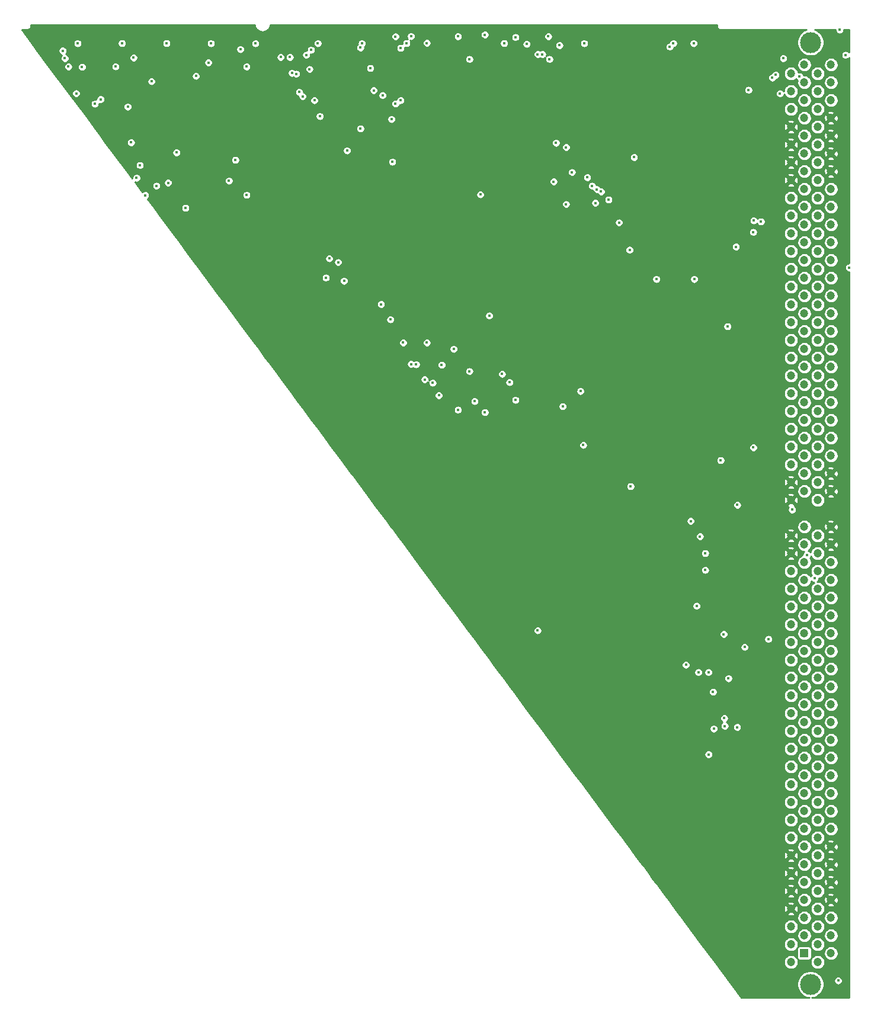
<source format=gbr>
%TF.GenerationSoftware,KiCad,Pcbnew,(5.1.6)-1*%
%TF.CreationDate,2023-02-01T13:27:27-05:00*%
%TF.ProjectId,A1200-adapter,41313230-302d-4616-9461-707465722e6b,rev?*%
%TF.SameCoordinates,Original*%
%TF.FileFunction,Copper,L2,Inr*%
%TF.FilePolarity,Positive*%
%FSLAX46Y46*%
G04 Gerber Fmt 4.6, Leading zero omitted, Abs format (unit mm)*
G04 Created by KiCad (PCBNEW (5.1.6)-1) date 2023-02-01 13:27:27*
%MOMM*%
%LPD*%
G01*
G04 APERTURE LIST*
%TA.AperFunction,ViaPad*%
%ADD10C,1.200000*%
%TD*%
%TA.AperFunction,ViaPad*%
%ADD11R,1.200000X1.200000*%
%TD*%
%TA.AperFunction,ViaPad*%
%ADD12C,3.000000*%
%TD*%
%TA.AperFunction,ViaPad*%
%ADD13C,0.400000*%
%TD*%
%TA.AperFunction,Conductor*%
%ADD14C,0.254000*%
%TD*%
G04 APERTURE END LIST*
D10*
%TO.N,+5V*%
%TO.C,CON1*%
X161173000Y-104135000D03*
%TO.N,N/C*%
X157363000Y-104135000D03*
X159268000Y-105405000D03*
%TO.N,+5V*%
X155458000Y-105405000D03*
X155458000Y-102865000D03*
%TO.N,/RMC*%
X159268000Y-102865000D03*
%TO.N,/BG*%
X157363000Y-101595000D03*
%TO.N,+5V*%
X161173000Y-101595000D03*
%TO.N,GND*%
X161173000Y-96515000D03*
%TO.N,N/C*%
X157363000Y-96515000D03*
X159268000Y-97785000D03*
X155458000Y-97785000D03*
X155458000Y-100325000D03*
X159268000Y-100325000D03*
%TO.N,/RST*%
X157363000Y-99055000D03*
%TO.N,N/C*%
X161173000Y-99055000D03*
%TO.N,GND*%
X161173000Y-88895000D03*
%TO.N,/FC2*%
X157363000Y-88895000D03*
%TO.N,/IPL2*%
X159268000Y-90165000D03*
%TO.N,N/C*%
X155458000Y-90165000D03*
%TO.N,GND*%
X155458000Y-87625000D03*
%TO.N,N/C*%
X159268000Y-87625000D03*
%TO.N,/SIZ1*%
X157363000Y-86355000D03*
%TO.N,GND*%
X161173000Y-86355000D03*
%TO.N,N/C*%
X161173000Y-91435000D03*
%TO.N,/SIZ0*%
X157363000Y-91435000D03*
%TO.N,/IPL1*%
X159268000Y-92705000D03*
%TO.N,N/C*%
X155458000Y-92705000D03*
%TO.N,GND*%
X155458000Y-95245000D03*
%TO.N,/IPL0*%
X159268000Y-95245000D03*
%TO.N,/RESET*%
X157363000Y-93975000D03*
%TO.N,GND*%
X161173000Y-93975000D03*
X161173000Y-73655000D03*
%TO.N,/D28*%
X157363000Y-73655000D03*
%TO.N,/D12*%
X159268000Y-74925000D03*
%TO.N,N/C*%
X155458000Y-74925000D03*
%TO.N,GND*%
X155458000Y-72385000D03*
%TO.N,/D11*%
X159268000Y-72385000D03*
%TO.N,/D27*%
X157363000Y-71115000D03*
%TO.N,GND*%
X161173000Y-71115000D03*
X161173000Y-66035000D03*
%TO.N,/D25*%
X157363000Y-66035000D03*
%TO.N,/D9*%
X159268000Y-67305000D03*
%TO.N,N/C*%
X155458000Y-67305000D03*
X155458000Y-69845000D03*
%TO.N,/D10*%
X159268000Y-69845000D03*
%TO.N,/D26*%
X157363000Y-68575000D03*
%TO.N,N/C*%
X161173000Y-68575000D03*
%TO.N,GND*%
X161173000Y-78735000D03*
%TO.N,/D30*%
X157363000Y-78735000D03*
%TO.N,/D14*%
X159268000Y-80005000D03*
%TO.N,GND*%
X155458000Y-80005000D03*
%TO.N,N/C*%
X155458000Y-77465000D03*
%TO.N,/D13*%
X159268000Y-77465000D03*
%TO.N,/D29*%
X157363000Y-76195000D03*
%TO.N,N/C*%
X161173000Y-76195000D03*
%TO.N,GND*%
X161173000Y-81275000D03*
%TO.N,/D31*%
X157363000Y-81275000D03*
%TO.N,/D15*%
X159268000Y-82545000D03*
%TO.N,GND*%
X155458000Y-82545000D03*
%TO.N,/FPUCS*%
X155458000Y-85085000D03*
%TO.N,/OCS*%
X159268000Y-85085000D03*
%TO.N,/AS*%
X157363000Y-83815000D03*
%TO.N,/CPUCLK*%
X161173000Y-83815000D03*
%TO.N,N/C*%
X161173000Y-60955000D03*
%TO.N,/D16*%
X157363000Y-60955000D03*
%TO.N,/D0*%
X159268000Y-62225000D03*
%TO.N,N/C*%
X155458000Y-62225000D03*
%TO.N,+5V*%
X155458000Y-59685000D03*
%TO.N,/D1*%
X159268000Y-59685000D03*
%TO.N,/D17*%
X157363000Y-58415000D03*
%TO.N,+5V*%
X161173000Y-58415000D03*
X161173000Y-53335000D03*
%TO.N,/D19*%
X157363000Y-53335000D03*
%TO.N,/D3*%
X159268000Y-54605000D03*
%TO.N,+5V*%
X155458000Y-54605000D03*
X155458000Y-57145000D03*
%TO.N,/D2*%
X159268000Y-57145000D03*
%TO.N,/D18*%
X157363000Y-55875000D03*
%TO.N,+5V*%
X161173000Y-55875000D03*
%TO.N,GND*%
X161173000Y-45715000D03*
%TO.N,/D22*%
X157363000Y-45715000D03*
%TO.N,/D6*%
X159268000Y-46985000D03*
%TO.N,GND*%
X155458000Y-46985000D03*
X155458000Y-44445000D03*
%TO.N,/D7*%
X159268000Y-44445000D03*
%TO.N,/D23*%
X157363000Y-43175000D03*
%TO.N,GND*%
X161173000Y-43175000D03*
X161173000Y-48255000D03*
%TO.N,/D21*%
X157363000Y-48255000D03*
%TO.N,/D5*%
X159268000Y-49525000D03*
%TO.N,GND*%
X155458000Y-49525000D03*
%TO.N,+5V*%
X155458000Y-52065000D03*
%TO.N,/D4*%
X159268000Y-52065000D03*
%TO.N,/D20*%
X157363000Y-50795000D03*
%TO.N,+5V*%
X161173000Y-50795000D03*
%TO.N,GND*%
X161173000Y-63495000D03*
%TO.N,/D24*%
X157363000Y-63495000D03*
%TO.N,/D8*%
X159268000Y-64765000D03*
%TO.N,GND*%
X155458000Y-64765000D03*
%TO.N,N/C*%
X155458000Y-130805000D03*
%TO.N,/A24*%
X159268000Y-130805000D03*
%TO.N,/A16*%
X157363000Y-129535000D03*
%TO.N,N/C*%
X161173000Y-129535000D03*
%TO.N,GND*%
X161173000Y-116835000D03*
%TO.N,/A21*%
X157363000Y-116835000D03*
%TO.N,/A29*%
X159268000Y-118105000D03*
%TO.N,GND*%
X155458000Y-118105000D03*
%TO.N,N/C*%
X155458000Y-115565000D03*
%TO.N,/A30*%
X159268000Y-115565000D03*
%TO.N,/A22*%
X157363000Y-114295000D03*
%TO.N,/DSACK0*%
X161173000Y-114295000D03*
%TO.N,+5V*%
X161173000Y-109215000D03*
%TO.N,/DS*%
X157363000Y-109215000D03*
%TO.N,/ECS*%
X159268000Y-110485000D03*
%TO.N,+5V*%
X155458000Y-110485000D03*
X155458000Y-113025000D03*
%TO.N,/A31*%
X159268000Y-113025000D03*
%TO.N,/A23*%
X157363000Y-111755000D03*
%TO.N,+5V*%
X161173000Y-111755000D03*
%TO.N,N/C*%
X161173000Y-121915000D03*
%TO.N,/A19*%
X157363000Y-121915000D03*
%TO.N,/A27*%
X159268000Y-123185000D03*
%TO.N,N/C*%
X155458000Y-123185000D03*
%TO.N,/INT2*%
X155458000Y-120645000D03*
%TO.N,/A28*%
X159268000Y-120645000D03*
%TO.N,/A20*%
X157363000Y-119375000D03*
%TO.N,GND*%
X161173000Y-119375000D03*
X161173000Y-124455000D03*
%TO.N,/A18*%
X157363000Y-124455000D03*
%TO.N,/A26*%
X159268000Y-125725000D03*
%TO.N,GND*%
X155458000Y-125725000D03*
%TO.N,N/C*%
X155458000Y-128265000D03*
%TO.N,/A25*%
X159268000Y-128265000D03*
%TO.N,/A17*%
X157363000Y-126995000D03*
%TO.N,GND*%
X161173000Y-126995000D03*
X161173000Y-149855000D03*
%TO.N,/A8*%
X157363000Y-149855000D03*
%TO.N,/A0*%
X159268000Y-151125000D03*
%TO.N,N/C*%
X155458000Y-151125000D03*
%TO.N,GND*%
X155458000Y-148585000D03*
%TO.N,/A1*%
X159268000Y-148585000D03*
%TO.N,/A9*%
X157363000Y-147315000D03*
%TO.N,GND*%
X161173000Y-147315000D03*
X161173000Y-142235000D03*
%TO.N,/A11*%
X157363000Y-142235000D03*
%TO.N,/A3*%
X159268000Y-143505000D03*
%TO.N,N/C*%
X155458000Y-143505000D03*
X155458000Y-146045000D03*
%TO.N,/A2*%
X159268000Y-146045000D03*
%TO.N,/A10*%
X157363000Y-144775000D03*
%TO.N,/INT6*%
X161173000Y-144775000D03*
%TO.N,GND*%
X161173000Y-134615000D03*
%TO.N,/A14*%
X157363000Y-134615000D03*
%TO.N,/A6*%
X159268000Y-135885000D03*
%TO.N,N/C*%
X155458000Y-135885000D03*
%TO.N,GND*%
X155458000Y-133345000D03*
%TO.N,/A7*%
X159268000Y-133345000D03*
%TO.N,/A15*%
X157363000Y-132075000D03*
%TO.N,GND*%
X161173000Y-132075000D03*
%TO.N,N/C*%
X161173000Y-137155000D03*
%TO.N,/A13*%
X157363000Y-137155000D03*
%TO.N,/A5*%
X159268000Y-138425000D03*
%TO.N,N/C*%
X155458000Y-138425000D03*
%TO.N,GND*%
X155458000Y-140965000D03*
%TO.N,/A4*%
X159268000Y-140965000D03*
%TO.N,/A12*%
X157363000Y-139695000D03*
%TO.N,GND*%
X161173000Y-139695000D03*
%TO.N,+5V*%
X161173000Y-160015000D03*
%TO.N,/BOSS*%
X157363000Y-160015000D03*
%TO.N,/FC0*%
X159268000Y-161285000D03*
%TO.N,+5V*%
X155458000Y-161285000D03*
X155458000Y-158745000D03*
%TO.N,/FC1*%
X159268000Y-158745000D03*
%TO.N,N/C*%
X157363000Y-157475000D03*
%TO.N,+5V*%
X161173000Y-157475000D03*
%TO.N,N/C*%
X161173000Y-152395000D03*
%TO.N,/BERR*%
X157363000Y-152395000D03*
%TO.N,N/C*%
X159268000Y-153665000D03*
X155458000Y-153665000D03*
%TO.N,+5V*%
X155458000Y-156205000D03*
%TO.N,N/C*%
X159268000Y-156205000D03*
%TO.N,/BR*%
X157363000Y-154935000D03*
%TO.N,+5V*%
X161173000Y-154935000D03*
%TO.N,GND*%
X161173000Y-165095000D03*
%TO.N,N/C*%
X157363000Y-165095000D03*
%TO.N,/AVEC*%
X159268000Y-166365000D03*
%TO.N,GND*%
X155458000Y-166365000D03*
%TO.N,+5V*%
X155458000Y-163825000D03*
%TO.N,N/C*%
X159268000Y-163825000D03*
X157363000Y-162555000D03*
%TO.N,+5V*%
X161173000Y-162555000D03*
%TO.N,GND*%
X161173000Y-167635000D03*
%TO.N,/RW*%
X157363000Y-167635000D03*
%TO.N,/BGACK*%
X159268000Y-168905000D03*
%TO.N,GND*%
X155458000Y-168905000D03*
X155458000Y-171445000D03*
%TO.N,/HLT*%
X159268000Y-171445000D03*
D11*
%TO.N,/DSACK1*%
X157363000Y-170175000D03*
D10*
%TO.N,GND*%
X161173000Y-170175000D03*
D12*
%TO.N,*%
X158252000Y-40000000D03*
X158252000Y-174620000D03*
%TD*%
D13*
%TO.N,+5V*%
X52656700Y-40114200D03*
X59004200Y-40111700D03*
X65359300Y-40111700D03*
X71706700Y-40114200D03*
X78056700Y-40129500D03*
X86949300Y-40121800D03*
X99654400Y-40111700D03*
X93284000Y-40126900D03*
X113617000Y-40119300D03*
X125047000Y-40119300D03*
X137749000Y-40132000D03*
%TO.N,/RMC*%
X116092600Y-91107600D03*
X116092600Y-39257900D03*
%TO.N,/BG*%
X120774500Y-39140100D03*
X122841200Y-92018500D03*
%TO.N,GND*%
X94147600Y-40137100D03*
X53522900Y-40126900D03*
X59867800Y-40121800D03*
X66222900Y-40121800D03*
X72572900Y-40126900D03*
X78928000Y-40142200D03*
X87838300Y-40132000D03*
X125913000Y-40132000D03*
X114473000Y-40121800D03*
X100518000Y-40116800D03*
X141554000Y-40132000D03*
X138643000Y-40132000D03*
X141635480Y-73822560D03*
X136235440Y-73822560D03*
X132537200Y-103449120D03*
X142453360Y-110611920D03*
X125775720Y-97546160D03*
X53324760Y-47284640D03*
X58943240Y-43444160D03*
X51389280Y-41183560D03*
X143687800Y-141762480D03*
X145846800Y-124576840D03*
X147767040Y-137866120D03*
X144312640Y-132831840D03*
X152232360Y-125282960D03*
X145928080Y-136591040D03*
X144429480Y-138089640D03*
X140441680Y-128955800D03*
X162209480Y-174081440D03*
X133029960Y-56408320D03*
X147594320Y-69209920D03*
X132394960Y-69651880D03*
X86659720Y-43815000D03*
X82544920Y-42103040D03*
X83845400Y-42103040D03*
X117688360Y-40228520D03*
X72212200Y-42875200D03*
X110251240Y-91282520D03*
X100050600Y-82910680D03*
X98216720Y-79598520D03*
X96880680Y-77419200D03*
X150083520Y-97896680D03*
X146522440Y-130896360D03*
X141975840Y-120538240D03*
X143200120Y-115407440D03*
X143200120Y-113009680D03*
X114178080Y-87386160D03*
X98491040Y-57058560D03*
X64785240Y-60492640D03*
X151165560Y-65598040D03*
X150058120Y-67116960D03*
X155620720Y-106791760D03*
%TO.N,/FC2*%
X115240000Y-88572100D03*
%TO.N,/IPL2*%
X101886200Y-86022000D03*
%TO.N,/SIZ1*%
X105552000Y-86096200D03*
%TO.N,/SIZ0*%
X109508700Y-86997100D03*
X109508700Y-42393300D03*
%TO.N,/IPL1*%
X101163300Y-39118200D03*
X101163300Y-85971200D03*
%TO.N,/IPL0*%
X103119700Y-88175200D03*
%TO.N,/RESET*%
X125378000Y-89837500D03*
X122378800Y-40409000D03*
%TO.N,/D28*%
X150125800Y-65454000D03*
%TO.N,/D12*%
X153264800Y-44640100D03*
%TO.N,/D11*%
X90756700Y-71420400D03*
%TO.N,/D27*%
X76061500Y-56791300D03*
%TO.N,/D25*%
X76786700Y-40981400D03*
%TO.N,/D9*%
X92026700Y-55459100D03*
%TO.N,/D10*%
X152789600Y-45037800D03*
%TO.N,/D30*%
X77663300Y-61799100D03*
X77663300Y-43461000D03*
%TO.N,/D14*%
X149384400Y-46792700D03*
%TO.N,/D13*%
X89486700Y-70874600D03*
%TO.N,/D29*%
X91593800Y-74077900D03*
%TO.N,/D31*%
X75140500Y-59771400D03*
%TO.N,/D15*%
X88999300Y-73630300D03*
%TO.N,/OCS*%
X103418700Y-40082700D03*
X103418700Y-82914800D03*
%TO.N,/AS*%
X107266700Y-83815000D03*
%TO.N,/CPUCLK*%
X112346700Y-79051300D03*
%TO.N,/D16*%
X88142500Y-50542700D03*
X86882600Y-41056800D03*
%TO.N,/D0*%
X98949200Y-48748300D03*
X98949200Y-39162900D03*
%TO.N,/D1*%
X98376700Y-50970100D03*
%TO.N,/D17*%
X85676700Y-47708000D03*
%TO.N,/D19*%
X85185000Y-47085200D03*
%TO.N,/D3*%
X97106700Y-47551100D03*
%TO.N,/D2*%
X99671100Y-48273200D03*
X99671100Y-40792700D03*
%TO.N,/D18*%
X87353800Y-48273000D03*
X86194400Y-41781200D03*
%TO.N,/D7*%
X95345500Y-43668600D03*
%TO.N,/D23*%
X156681700Y-44862400D03*
X84763200Y-44490700D03*
%TO.N,/D21*%
X84144000Y-44366700D03*
%TO.N,/D5*%
X95836700Y-46850900D03*
%TO.N,/D4*%
X154357300Y-42268000D03*
%TO.N,/D20*%
X153882200Y-47297100D03*
%TO.N,/D8*%
X93931700Y-52305000D03*
X93931700Y-40750200D03*
%TO.N,/A24*%
X145401400Y-99719400D03*
%TO.N,/A16*%
X130886300Y-65743900D03*
%TO.N,/A21*%
X56810800Y-48126300D03*
%TO.N,/A29*%
X158833900Y-116587200D03*
X52196800Y-43460000D03*
%TO.N,/DSACK0*%
X111711700Y-92863700D03*
X111711700Y-38890900D03*
%TO.N,/DS*%
X107875600Y-92506500D03*
X107875600Y-39142400D03*
%TO.N,/ECS*%
X105140400Y-90443500D03*
%TO.N,/A31*%
X54152500Y-43499300D03*
%TO.N,/A23*%
X60683700Y-49192900D03*
%TO.N,/A19*%
X61158900Y-54291900D03*
%TO.N,/A27*%
X51702100Y-42268300D03*
%TO.N,/A28*%
X157734600Y-113245900D03*
%TO.N,/A18*%
X146390200Y-80588600D03*
%TO.N,/A26*%
X147791300Y-106108000D03*
%TO.N,/A25*%
X55985600Y-48767700D03*
%TO.N,/A17*%
X61942300Y-59356000D03*
%TO.N,/A8*%
X121536000Y-59891500D03*
%TO.N,/A0*%
X121884600Y-54349800D03*
%TO.N,/A1*%
X123324200Y-54984000D03*
X70436700Y-44801900D03*
%TO.N,/A9*%
X123316300Y-63115200D03*
X64086700Y-45565800D03*
%TO.N,/A11*%
X63184000Y-61837700D03*
%TO.N,/A3*%
X68938800Y-63650600D03*
%TO.N,/A2*%
X128323900Y-61320800D03*
%TO.N,/A10*%
X127023600Y-60497500D03*
%TO.N,/INT6*%
X138123700Y-40607300D03*
%TO.N,/A14*%
X129385900Y-62464200D03*
%TO.N,/A6*%
X126340800Y-59285600D03*
%TO.N,/A7*%
X66454200Y-60056400D03*
%TO.N,/A15*%
X143673500Y-130017700D03*
X127498700Y-62939300D03*
X61511300Y-42181500D03*
%TO.N,/A13*%
X148835800Y-126419600D03*
X62417400Y-57552000D03*
%TO.N,/A5*%
X141129100Y-108405900D03*
X67650100Y-55730000D03*
%TO.N,/A4*%
X142229900Y-130022800D03*
X124159600Y-58551900D03*
%TO.N,/A12*%
X127736300Y-60997500D03*
%TO.N,/BOSS*%
X119923800Y-41693100D03*
%TO.N,/FC1*%
X119253200Y-124046500D03*
X119253200Y-41693100D03*
%TO.N,/BERR*%
X120933200Y-42393300D03*
%TO.N,/BR*%
X145999500Y-137695400D03*
%TO.N,/AVEC*%
X162414400Y-38191300D03*
%TO.N,/HLT*%
X163250300Y-41792900D03*
%TO.N,/DSACK1*%
X111076700Y-61733100D03*
X163758200Y-72177000D03*
%TO.N,/RST*%
X104251200Y-88658900D03*
%TD*%
D14*
%TO.N,+5V*%
G36*
X78803916Y-37528534D02*
G01*
X78812434Y-37568612D01*
X78820390Y-37608791D01*
X78822253Y-37614808D01*
X78822256Y-37614821D01*
X78822261Y-37614833D01*
X78863477Y-37744766D01*
X78879617Y-37782422D01*
X78895228Y-37820297D01*
X78898230Y-37825849D01*
X78963906Y-37945313D01*
X78987057Y-37979125D01*
X79009723Y-38013239D01*
X79013738Y-38018093D01*
X79013744Y-38018101D01*
X79013751Y-38018107D01*
X79101376Y-38122534D01*
X79130644Y-38151195D01*
X79159509Y-38180263D01*
X79164400Y-38184252D01*
X79164403Y-38184255D01*
X79164407Y-38184258D01*
X79270644Y-38269675D01*
X79304934Y-38292114D01*
X79338888Y-38315016D01*
X79344460Y-38317979D01*
X79465275Y-38381139D01*
X79503269Y-38396490D01*
X79541026Y-38412361D01*
X79547060Y-38414183D01*
X79547066Y-38414185D01*
X79547072Y-38414186D01*
X79677847Y-38452675D01*
X79718052Y-38460345D01*
X79758216Y-38468589D01*
X79764497Y-38469205D01*
X79900263Y-38481561D01*
X79941230Y-38481275D01*
X79982196Y-38481561D01*
X79988477Y-38480945D01*
X80124057Y-38466695D01*
X80164181Y-38458459D01*
X80204429Y-38450781D01*
X80210470Y-38448957D01*
X80340700Y-38408644D01*
X80378465Y-38392769D01*
X80416450Y-38377422D01*
X80422018Y-38374461D01*
X80422023Y-38374459D01*
X80422027Y-38374456D01*
X80541941Y-38309619D01*
X80575903Y-38286712D01*
X80610183Y-38264279D01*
X80615069Y-38260294D01*
X80615075Y-38260290D01*
X80615080Y-38260285D01*
X80720116Y-38173393D01*
X80748985Y-38144322D01*
X80778254Y-38115659D01*
X80782275Y-38110799D01*
X80782276Y-38110798D01*
X80782279Y-38110794D01*
X80868439Y-38005149D01*
X80891096Y-37971048D01*
X80914253Y-37937228D01*
X80917254Y-37931677D01*
X80917256Y-37931674D01*
X80917257Y-37931673D01*
X80917260Y-37931666D01*
X80981257Y-37811308D01*
X80996875Y-37773415D01*
X81013007Y-37735776D01*
X81014871Y-37729755D01*
X81014873Y-37729749D01*
X81014874Y-37729743D01*
X81054277Y-37599238D01*
X81062234Y-37559050D01*
X81070751Y-37518980D01*
X81071411Y-37512703D01*
X81073100Y-37495480D01*
X144851241Y-37495480D01*
X144851241Y-37630745D01*
X144851240Y-37630755D01*
X144851240Y-37696795D01*
X144849053Y-37719000D01*
X144857780Y-37807607D01*
X144883626Y-37892810D01*
X144925597Y-37971333D01*
X144966329Y-38020965D01*
X144982081Y-38040159D01*
X145050907Y-38096643D01*
X145129430Y-38138614D01*
X145214633Y-38164460D01*
X145303240Y-38173187D01*
X145325445Y-38171000D01*
X157632102Y-38171000D01*
X157339223Y-38292315D01*
X157023609Y-38503201D01*
X156755201Y-38771609D01*
X156544315Y-39087223D01*
X156399053Y-39437915D01*
X156325000Y-39810207D01*
X156325000Y-40189793D01*
X156399053Y-40562085D01*
X156544315Y-40912777D01*
X156755201Y-41228391D01*
X157023609Y-41496799D01*
X157339223Y-41707685D01*
X157689915Y-41852947D01*
X158062207Y-41927000D01*
X158441793Y-41927000D01*
X158814085Y-41852947D01*
X159164777Y-41707685D01*
X159480391Y-41496799D01*
X159748799Y-41228391D01*
X159959685Y-40912777D01*
X160104947Y-40562085D01*
X160179000Y-40189793D01*
X160179000Y-39810207D01*
X160104947Y-39437915D01*
X159959685Y-39087223D01*
X159748799Y-38771609D01*
X159480391Y-38503201D01*
X159164777Y-38292315D01*
X158871898Y-38171000D01*
X161787400Y-38171000D01*
X161787400Y-38253054D01*
X161811495Y-38374189D01*
X161858760Y-38488296D01*
X161927377Y-38590989D01*
X162014711Y-38678323D01*
X162117404Y-38746940D01*
X162231511Y-38794205D01*
X162352646Y-38818300D01*
X162476154Y-38818300D01*
X162597289Y-38794205D01*
X162711396Y-38746940D01*
X162814089Y-38678323D01*
X162901423Y-38590989D01*
X162970040Y-38488296D01*
X163017305Y-38374189D01*
X163041400Y-38253054D01*
X163041400Y-38171000D01*
X163748840Y-38171000D01*
X163748840Y-41410448D01*
X163737323Y-41393211D01*
X163649989Y-41305877D01*
X163547296Y-41237260D01*
X163433189Y-41189995D01*
X163312054Y-41165900D01*
X163188546Y-41165900D01*
X163067411Y-41189995D01*
X162953304Y-41237260D01*
X162850611Y-41305877D01*
X162763277Y-41393211D01*
X162694660Y-41495904D01*
X162647395Y-41610011D01*
X162623300Y-41731146D01*
X162623300Y-41854654D01*
X162647395Y-41975789D01*
X162694660Y-42089896D01*
X162763277Y-42192589D01*
X162850611Y-42279923D01*
X162953304Y-42348540D01*
X163067411Y-42395805D01*
X163188546Y-42419900D01*
X163312054Y-42419900D01*
X163433189Y-42395805D01*
X163547296Y-42348540D01*
X163649989Y-42279923D01*
X163737323Y-42192589D01*
X163748840Y-42175352D01*
X163748840Y-71550000D01*
X163696446Y-71550000D01*
X163575311Y-71574095D01*
X163461204Y-71621360D01*
X163358511Y-71689977D01*
X163271177Y-71777311D01*
X163202560Y-71880004D01*
X163155295Y-71994111D01*
X163131200Y-72115246D01*
X163131200Y-72238754D01*
X163155295Y-72359889D01*
X163202560Y-72473996D01*
X163271177Y-72576689D01*
X163358511Y-72664023D01*
X163461204Y-72732640D01*
X163575311Y-72779905D01*
X163696446Y-72804000D01*
X163748840Y-72804000D01*
X163748841Y-176545360D01*
X158450038Y-176545360D01*
X158814085Y-176472947D01*
X159164777Y-176327685D01*
X159480391Y-176116799D01*
X159748799Y-175848391D01*
X159959685Y-175532777D01*
X160104947Y-175182085D01*
X160179000Y-174809793D01*
X160179000Y-174430207D01*
X160104947Y-174057915D01*
X160089112Y-174019686D01*
X161582480Y-174019686D01*
X161582480Y-174143194D01*
X161606575Y-174264329D01*
X161653840Y-174378436D01*
X161722457Y-174481129D01*
X161809791Y-174568463D01*
X161912484Y-174637080D01*
X162026591Y-174684345D01*
X162147726Y-174708440D01*
X162271234Y-174708440D01*
X162392369Y-174684345D01*
X162506476Y-174637080D01*
X162609169Y-174568463D01*
X162696503Y-174481129D01*
X162765120Y-174378436D01*
X162812385Y-174264329D01*
X162836480Y-174143194D01*
X162836480Y-174019686D01*
X162812385Y-173898551D01*
X162765120Y-173784444D01*
X162696503Y-173681751D01*
X162609169Y-173594417D01*
X162506476Y-173525800D01*
X162392369Y-173478535D01*
X162271234Y-173454440D01*
X162147726Y-173454440D01*
X162026591Y-173478535D01*
X161912484Y-173525800D01*
X161809791Y-173594417D01*
X161722457Y-173681751D01*
X161653840Y-173784444D01*
X161606575Y-173898551D01*
X161582480Y-174019686D01*
X160089112Y-174019686D01*
X159959685Y-173707223D01*
X159748799Y-173391609D01*
X159480391Y-173123201D01*
X159164777Y-172912315D01*
X158814085Y-172767053D01*
X158441793Y-172693000D01*
X158062207Y-172693000D01*
X157689915Y-172767053D01*
X157339223Y-172912315D01*
X157023609Y-173123201D01*
X156755201Y-173391609D01*
X156544315Y-173707223D01*
X156399053Y-174057915D01*
X156325000Y-174430207D01*
X156325000Y-174809793D01*
X156399053Y-175182085D01*
X156544315Y-175532777D01*
X156755201Y-175848391D01*
X157023609Y-176116799D01*
X157339223Y-176327685D01*
X157689915Y-176472947D01*
X158053962Y-176545360D01*
X148375260Y-176545360D01*
X144509108Y-171343849D01*
X154431000Y-171343849D01*
X154431000Y-171546151D01*
X154470467Y-171744565D01*
X154547885Y-171931467D01*
X154660277Y-172099674D01*
X154803326Y-172242723D01*
X154971533Y-172355115D01*
X155158435Y-172432533D01*
X155356849Y-172472000D01*
X155559151Y-172472000D01*
X155757565Y-172432533D01*
X155944467Y-172355115D01*
X156112674Y-172242723D01*
X156255723Y-172099674D01*
X156368115Y-171931467D01*
X156445533Y-171744565D01*
X156485000Y-171546151D01*
X156485000Y-171343849D01*
X158241000Y-171343849D01*
X158241000Y-171546151D01*
X158280467Y-171744565D01*
X158357885Y-171931467D01*
X158470277Y-172099674D01*
X158613326Y-172242723D01*
X158781533Y-172355115D01*
X158968435Y-172432533D01*
X159166849Y-172472000D01*
X159369151Y-172472000D01*
X159567565Y-172432533D01*
X159754467Y-172355115D01*
X159922674Y-172242723D01*
X160065723Y-172099674D01*
X160178115Y-171931467D01*
X160255533Y-171744565D01*
X160295000Y-171546151D01*
X160295000Y-171343849D01*
X160255533Y-171145435D01*
X160178115Y-170958533D01*
X160065723Y-170790326D01*
X159922674Y-170647277D01*
X159754467Y-170534885D01*
X159567565Y-170457467D01*
X159369151Y-170418000D01*
X159166849Y-170418000D01*
X158968435Y-170457467D01*
X158781533Y-170534885D01*
X158613326Y-170647277D01*
X158470277Y-170790326D01*
X158357885Y-170958533D01*
X158280467Y-171145435D01*
X158241000Y-171343849D01*
X156485000Y-171343849D01*
X156445533Y-171145435D01*
X156368115Y-170958533D01*
X156255723Y-170790326D01*
X156112674Y-170647277D01*
X155944467Y-170534885D01*
X155757565Y-170457467D01*
X155559151Y-170418000D01*
X155356849Y-170418000D01*
X155158435Y-170457467D01*
X154971533Y-170534885D01*
X154803326Y-170647277D01*
X154660277Y-170790326D01*
X154547885Y-170958533D01*
X154470467Y-171145435D01*
X154431000Y-171343849D01*
X144509108Y-171343849D01*
X142621190Y-168803849D01*
X154431000Y-168803849D01*
X154431000Y-169006151D01*
X154470467Y-169204565D01*
X154547885Y-169391467D01*
X154660277Y-169559674D01*
X154803326Y-169702723D01*
X154971533Y-169815115D01*
X155158435Y-169892533D01*
X155356849Y-169932000D01*
X155559151Y-169932000D01*
X155757565Y-169892533D01*
X155944467Y-169815115D01*
X156112674Y-169702723D01*
X156240397Y-169575000D01*
X156333934Y-169575000D01*
X156333934Y-170775000D01*
X156342178Y-170858707D01*
X156366595Y-170939196D01*
X156406245Y-171013376D01*
X156459605Y-171078395D01*
X156524624Y-171131755D01*
X156598804Y-171171405D01*
X156679293Y-171195822D01*
X156763000Y-171204066D01*
X157963000Y-171204066D01*
X158046707Y-171195822D01*
X158127196Y-171171405D01*
X158201376Y-171131755D01*
X158266395Y-171078395D01*
X158319755Y-171013376D01*
X158359405Y-170939196D01*
X158383822Y-170858707D01*
X158392066Y-170775000D01*
X158392066Y-170073849D01*
X160146000Y-170073849D01*
X160146000Y-170276151D01*
X160185467Y-170474565D01*
X160262885Y-170661467D01*
X160375277Y-170829674D01*
X160518326Y-170972723D01*
X160686533Y-171085115D01*
X160873435Y-171162533D01*
X161071849Y-171202000D01*
X161274151Y-171202000D01*
X161472565Y-171162533D01*
X161659467Y-171085115D01*
X161827674Y-170972723D01*
X161970723Y-170829674D01*
X162083115Y-170661467D01*
X162160533Y-170474565D01*
X162200000Y-170276151D01*
X162200000Y-170073849D01*
X162160533Y-169875435D01*
X162083115Y-169688533D01*
X161970723Y-169520326D01*
X161827674Y-169377277D01*
X161659467Y-169264885D01*
X161472565Y-169187467D01*
X161274151Y-169148000D01*
X161071849Y-169148000D01*
X160873435Y-169187467D01*
X160686533Y-169264885D01*
X160518326Y-169377277D01*
X160375277Y-169520326D01*
X160262885Y-169688533D01*
X160185467Y-169875435D01*
X160146000Y-170073849D01*
X158392066Y-170073849D01*
X158392066Y-169575000D01*
X158383822Y-169491293D01*
X158359405Y-169410804D01*
X158319755Y-169336624D01*
X158266395Y-169271605D01*
X158201376Y-169218245D01*
X158127196Y-169178595D01*
X158046707Y-169154178D01*
X157963000Y-169145934D01*
X156763000Y-169145934D01*
X156679293Y-169154178D01*
X156598804Y-169178595D01*
X156524624Y-169218245D01*
X156459605Y-169271605D01*
X156406245Y-169336624D01*
X156366595Y-169410804D01*
X156342178Y-169491293D01*
X156333934Y-169575000D01*
X156240397Y-169575000D01*
X156255723Y-169559674D01*
X156368115Y-169391467D01*
X156445533Y-169204565D01*
X156485000Y-169006151D01*
X156485000Y-168803849D01*
X158241000Y-168803849D01*
X158241000Y-169006151D01*
X158280467Y-169204565D01*
X158357885Y-169391467D01*
X158470277Y-169559674D01*
X158613326Y-169702723D01*
X158781533Y-169815115D01*
X158968435Y-169892533D01*
X159166849Y-169932000D01*
X159369151Y-169932000D01*
X159567565Y-169892533D01*
X159754467Y-169815115D01*
X159922674Y-169702723D01*
X160065723Y-169559674D01*
X160178115Y-169391467D01*
X160255533Y-169204565D01*
X160295000Y-169006151D01*
X160295000Y-168803849D01*
X160255533Y-168605435D01*
X160178115Y-168418533D01*
X160065723Y-168250326D01*
X159922674Y-168107277D01*
X159754467Y-167994885D01*
X159567565Y-167917467D01*
X159369151Y-167878000D01*
X159166849Y-167878000D01*
X158968435Y-167917467D01*
X158781533Y-167994885D01*
X158613326Y-168107277D01*
X158470277Y-168250326D01*
X158357885Y-168418533D01*
X158280467Y-168605435D01*
X158241000Y-168803849D01*
X156485000Y-168803849D01*
X156445533Y-168605435D01*
X156368115Y-168418533D01*
X156255723Y-168250326D01*
X156112674Y-168107277D01*
X155944467Y-167994885D01*
X155757565Y-167917467D01*
X155559151Y-167878000D01*
X155356849Y-167878000D01*
X155158435Y-167917467D01*
X154971533Y-167994885D01*
X154803326Y-168107277D01*
X154660277Y-168250326D01*
X154547885Y-168418533D01*
X154470467Y-168605435D01*
X154431000Y-168803849D01*
X142621190Y-168803849D01*
X141677231Y-167533849D01*
X156336000Y-167533849D01*
X156336000Y-167736151D01*
X156375467Y-167934565D01*
X156452885Y-168121467D01*
X156565277Y-168289674D01*
X156708326Y-168432723D01*
X156876533Y-168545115D01*
X157063435Y-168622533D01*
X157261849Y-168662000D01*
X157464151Y-168662000D01*
X157662565Y-168622533D01*
X157849467Y-168545115D01*
X158017674Y-168432723D01*
X158160723Y-168289674D01*
X158273115Y-168121467D01*
X158350533Y-167934565D01*
X158390000Y-167736151D01*
X158390000Y-167533849D01*
X160146000Y-167533849D01*
X160146000Y-167736151D01*
X160185467Y-167934565D01*
X160262885Y-168121467D01*
X160375277Y-168289674D01*
X160518326Y-168432723D01*
X160686533Y-168545115D01*
X160873435Y-168622533D01*
X161071849Y-168662000D01*
X161274151Y-168662000D01*
X161472565Y-168622533D01*
X161659467Y-168545115D01*
X161827674Y-168432723D01*
X161970723Y-168289674D01*
X162083115Y-168121467D01*
X162160533Y-167934565D01*
X162200000Y-167736151D01*
X162200000Y-167533849D01*
X162160533Y-167335435D01*
X162083115Y-167148533D01*
X161970723Y-166980326D01*
X161827674Y-166837277D01*
X161659467Y-166724885D01*
X161472565Y-166647467D01*
X161274151Y-166608000D01*
X161071849Y-166608000D01*
X160873435Y-166647467D01*
X160686533Y-166724885D01*
X160518326Y-166837277D01*
X160375277Y-166980326D01*
X160262885Y-167148533D01*
X160185467Y-167335435D01*
X160146000Y-167533849D01*
X158390000Y-167533849D01*
X158350533Y-167335435D01*
X158273115Y-167148533D01*
X158160723Y-166980326D01*
X158017674Y-166837277D01*
X157849467Y-166724885D01*
X157662565Y-166647467D01*
X157464151Y-166608000D01*
X157261849Y-166608000D01*
X157063435Y-166647467D01*
X156876533Y-166724885D01*
X156708326Y-166837277D01*
X156565277Y-166980326D01*
X156452885Y-167148533D01*
X156375467Y-167335435D01*
X156336000Y-167533849D01*
X141677231Y-167533849D01*
X140733272Y-166263849D01*
X154431000Y-166263849D01*
X154431000Y-166466151D01*
X154470467Y-166664565D01*
X154547885Y-166851467D01*
X154660277Y-167019674D01*
X154803326Y-167162723D01*
X154971533Y-167275115D01*
X155158435Y-167352533D01*
X155356849Y-167392000D01*
X155559151Y-167392000D01*
X155757565Y-167352533D01*
X155944467Y-167275115D01*
X156112674Y-167162723D01*
X156255723Y-167019674D01*
X156368115Y-166851467D01*
X156445533Y-166664565D01*
X156485000Y-166466151D01*
X156485000Y-166263849D01*
X158241000Y-166263849D01*
X158241000Y-166466151D01*
X158280467Y-166664565D01*
X158357885Y-166851467D01*
X158470277Y-167019674D01*
X158613326Y-167162723D01*
X158781533Y-167275115D01*
X158968435Y-167352533D01*
X159166849Y-167392000D01*
X159369151Y-167392000D01*
X159567565Y-167352533D01*
X159754467Y-167275115D01*
X159922674Y-167162723D01*
X160065723Y-167019674D01*
X160178115Y-166851467D01*
X160255533Y-166664565D01*
X160295000Y-166466151D01*
X160295000Y-166263849D01*
X160255533Y-166065435D01*
X160178115Y-165878533D01*
X160065723Y-165710326D01*
X159922674Y-165567277D01*
X159754467Y-165454885D01*
X159567565Y-165377467D01*
X159369151Y-165338000D01*
X159166849Y-165338000D01*
X158968435Y-165377467D01*
X158781533Y-165454885D01*
X158613326Y-165567277D01*
X158470277Y-165710326D01*
X158357885Y-165878533D01*
X158280467Y-166065435D01*
X158241000Y-166263849D01*
X156485000Y-166263849D01*
X156445533Y-166065435D01*
X156368115Y-165878533D01*
X156255723Y-165710326D01*
X156112674Y-165567277D01*
X155944467Y-165454885D01*
X155757565Y-165377467D01*
X155559151Y-165338000D01*
X155356849Y-165338000D01*
X155158435Y-165377467D01*
X154971533Y-165454885D01*
X154803326Y-165567277D01*
X154660277Y-165710326D01*
X154547885Y-165878533D01*
X154470467Y-166065435D01*
X154431000Y-166263849D01*
X140733272Y-166263849D01*
X139789313Y-164993849D01*
X156336000Y-164993849D01*
X156336000Y-165196151D01*
X156375467Y-165394565D01*
X156452885Y-165581467D01*
X156565277Y-165749674D01*
X156708326Y-165892723D01*
X156876533Y-166005115D01*
X157063435Y-166082533D01*
X157261849Y-166122000D01*
X157464151Y-166122000D01*
X157662565Y-166082533D01*
X157849467Y-166005115D01*
X158017674Y-165892723D01*
X158160723Y-165749674D01*
X158273115Y-165581467D01*
X158350533Y-165394565D01*
X158390000Y-165196151D01*
X158390000Y-164993849D01*
X160146000Y-164993849D01*
X160146000Y-165196151D01*
X160185467Y-165394565D01*
X160262885Y-165581467D01*
X160375277Y-165749674D01*
X160518326Y-165892723D01*
X160686533Y-166005115D01*
X160873435Y-166082533D01*
X161071849Y-166122000D01*
X161274151Y-166122000D01*
X161472565Y-166082533D01*
X161659467Y-166005115D01*
X161827674Y-165892723D01*
X161970723Y-165749674D01*
X162083115Y-165581467D01*
X162160533Y-165394565D01*
X162200000Y-165196151D01*
X162200000Y-164993849D01*
X162160533Y-164795435D01*
X162083115Y-164608533D01*
X161970723Y-164440326D01*
X161827674Y-164297277D01*
X161659467Y-164184885D01*
X161472565Y-164107467D01*
X161274151Y-164068000D01*
X161071849Y-164068000D01*
X160873435Y-164107467D01*
X160686533Y-164184885D01*
X160518326Y-164297277D01*
X160375277Y-164440326D01*
X160262885Y-164608533D01*
X160185467Y-164795435D01*
X160146000Y-164993849D01*
X158390000Y-164993849D01*
X158350533Y-164795435D01*
X158273115Y-164608533D01*
X158160723Y-164440326D01*
X158017674Y-164297277D01*
X157849467Y-164184885D01*
X157662565Y-164107467D01*
X157464151Y-164068000D01*
X157261849Y-164068000D01*
X157063435Y-164107467D01*
X156876533Y-164184885D01*
X156708326Y-164297277D01*
X156565277Y-164440326D01*
X156452885Y-164608533D01*
X156375467Y-164795435D01*
X156336000Y-164993849D01*
X139789313Y-164993849D01*
X139468953Y-164562838D01*
X154899767Y-164562838D01*
X154958780Y-164728183D01*
X155144575Y-164808222D01*
X155342415Y-164850476D01*
X155544696Y-164853321D01*
X155743646Y-164816648D01*
X155931618Y-164741866D01*
X155957220Y-164728183D01*
X156016233Y-164562838D01*
X155458000Y-164004605D01*
X154899767Y-164562838D01*
X139468953Y-164562838D01*
X138984975Y-163911696D01*
X154429679Y-163911696D01*
X154466352Y-164110646D01*
X154541134Y-164298618D01*
X154554817Y-164324220D01*
X154720162Y-164383233D01*
X155278395Y-163825000D01*
X155637605Y-163825000D01*
X156195838Y-164383233D01*
X156361183Y-164324220D01*
X156441222Y-164138425D01*
X156483476Y-163940585D01*
X156486321Y-163738304D01*
X156483657Y-163723849D01*
X158241000Y-163723849D01*
X158241000Y-163926151D01*
X158280467Y-164124565D01*
X158357885Y-164311467D01*
X158470277Y-164479674D01*
X158613326Y-164622723D01*
X158781533Y-164735115D01*
X158968435Y-164812533D01*
X159166849Y-164852000D01*
X159369151Y-164852000D01*
X159567565Y-164812533D01*
X159754467Y-164735115D01*
X159922674Y-164622723D01*
X160065723Y-164479674D01*
X160178115Y-164311467D01*
X160255533Y-164124565D01*
X160295000Y-163926151D01*
X160295000Y-163723849D01*
X160255533Y-163525435D01*
X160178115Y-163338533D01*
X160147583Y-163292838D01*
X160614767Y-163292838D01*
X160673780Y-163458183D01*
X160859575Y-163538222D01*
X161057415Y-163580476D01*
X161259696Y-163583321D01*
X161458646Y-163546648D01*
X161646618Y-163471866D01*
X161672220Y-163458183D01*
X161731233Y-163292838D01*
X161173000Y-162734605D01*
X160614767Y-163292838D01*
X160147583Y-163292838D01*
X160065723Y-163170326D01*
X159922674Y-163027277D01*
X159754467Y-162914885D01*
X159567565Y-162837467D01*
X159369151Y-162798000D01*
X159166849Y-162798000D01*
X158968435Y-162837467D01*
X158781533Y-162914885D01*
X158613326Y-163027277D01*
X158470277Y-163170326D01*
X158357885Y-163338533D01*
X158280467Y-163525435D01*
X158241000Y-163723849D01*
X156483657Y-163723849D01*
X156449648Y-163539354D01*
X156374866Y-163351382D01*
X156361183Y-163325780D01*
X156195838Y-163266767D01*
X155637605Y-163825000D01*
X155278395Y-163825000D01*
X154720162Y-163266767D01*
X154554817Y-163325780D01*
X154474778Y-163511575D01*
X154432524Y-163709415D01*
X154429679Y-163911696D01*
X138984975Y-163911696D01*
X138372120Y-163087162D01*
X154899767Y-163087162D01*
X155458000Y-163645395D01*
X156016233Y-163087162D01*
X155957220Y-162921817D01*
X155771425Y-162841778D01*
X155573585Y-162799524D01*
X155371304Y-162796679D01*
X155172354Y-162833352D01*
X154984382Y-162908134D01*
X154958780Y-162921817D01*
X154899767Y-163087162D01*
X138372120Y-163087162D01*
X137901395Y-162453849D01*
X156336000Y-162453849D01*
X156336000Y-162656151D01*
X156375467Y-162854565D01*
X156452885Y-163041467D01*
X156565277Y-163209674D01*
X156708326Y-163352723D01*
X156876533Y-163465115D01*
X157063435Y-163542533D01*
X157261849Y-163582000D01*
X157464151Y-163582000D01*
X157662565Y-163542533D01*
X157849467Y-163465115D01*
X158017674Y-163352723D01*
X158160723Y-163209674D01*
X158273115Y-163041467D01*
X158350533Y-162854565D01*
X158390000Y-162656151D01*
X158390000Y-162641696D01*
X160144679Y-162641696D01*
X160181352Y-162840646D01*
X160256134Y-163028618D01*
X160269817Y-163054220D01*
X160435162Y-163113233D01*
X160993395Y-162555000D01*
X161352605Y-162555000D01*
X161910838Y-163113233D01*
X162076183Y-163054220D01*
X162156222Y-162868425D01*
X162198476Y-162670585D01*
X162201321Y-162468304D01*
X162164648Y-162269354D01*
X162089866Y-162081382D01*
X162076183Y-162055780D01*
X161910838Y-161996767D01*
X161352605Y-162555000D01*
X160993395Y-162555000D01*
X160435162Y-161996767D01*
X160269817Y-162055780D01*
X160189778Y-162241575D01*
X160147524Y-162439415D01*
X160144679Y-162641696D01*
X158390000Y-162641696D01*
X158390000Y-162453849D01*
X158350533Y-162255435D01*
X158273115Y-162068533D01*
X158160723Y-161900326D01*
X158017674Y-161757277D01*
X157849467Y-161644885D01*
X157662565Y-161567467D01*
X157464151Y-161528000D01*
X157261849Y-161528000D01*
X157063435Y-161567467D01*
X156876533Y-161644885D01*
X156708326Y-161757277D01*
X156565277Y-161900326D01*
X156452885Y-162068533D01*
X156375467Y-162255435D01*
X156336000Y-162453849D01*
X137901395Y-162453849D01*
X137581035Y-162022838D01*
X154899767Y-162022838D01*
X154958780Y-162188183D01*
X155144575Y-162268222D01*
X155342415Y-162310476D01*
X155544696Y-162313321D01*
X155743646Y-162276648D01*
X155931618Y-162201866D01*
X155957220Y-162188183D01*
X156016233Y-162022838D01*
X155458000Y-161464605D01*
X154899767Y-162022838D01*
X137581035Y-162022838D01*
X137097057Y-161371696D01*
X154429679Y-161371696D01*
X154466352Y-161570646D01*
X154541134Y-161758618D01*
X154554817Y-161784220D01*
X154720162Y-161843233D01*
X155278395Y-161285000D01*
X155637605Y-161285000D01*
X156195838Y-161843233D01*
X156361183Y-161784220D01*
X156441222Y-161598425D01*
X156483476Y-161400585D01*
X156486321Y-161198304D01*
X156483657Y-161183849D01*
X158241000Y-161183849D01*
X158241000Y-161386151D01*
X158280467Y-161584565D01*
X158357885Y-161771467D01*
X158470277Y-161939674D01*
X158613326Y-162082723D01*
X158781533Y-162195115D01*
X158968435Y-162272533D01*
X159166849Y-162312000D01*
X159369151Y-162312000D01*
X159567565Y-162272533D01*
X159754467Y-162195115D01*
X159922674Y-162082723D01*
X160065723Y-161939674D01*
X160147582Y-161817162D01*
X160614767Y-161817162D01*
X161173000Y-162375395D01*
X161731233Y-161817162D01*
X161672220Y-161651817D01*
X161486425Y-161571778D01*
X161288585Y-161529524D01*
X161086304Y-161526679D01*
X160887354Y-161563352D01*
X160699382Y-161638134D01*
X160673780Y-161651817D01*
X160614767Y-161817162D01*
X160147582Y-161817162D01*
X160178115Y-161771467D01*
X160255533Y-161584565D01*
X160295000Y-161386151D01*
X160295000Y-161183849D01*
X160255533Y-160985435D01*
X160178115Y-160798533D01*
X160147583Y-160752838D01*
X160614767Y-160752838D01*
X160673780Y-160918183D01*
X160859575Y-160998222D01*
X161057415Y-161040476D01*
X161259696Y-161043321D01*
X161458646Y-161006648D01*
X161646618Y-160931866D01*
X161672220Y-160918183D01*
X161731233Y-160752838D01*
X161173000Y-160194605D01*
X160614767Y-160752838D01*
X160147583Y-160752838D01*
X160065723Y-160630326D01*
X159922674Y-160487277D01*
X159754467Y-160374885D01*
X159567565Y-160297467D01*
X159369151Y-160258000D01*
X159166849Y-160258000D01*
X158968435Y-160297467D01*
X158781533Y-160374885D01*
X158613326Y-160487277D01*
X158470277Y-160630326D01*
X158357885Y-160798533D01*
X158280467Y-160985435D01*
X158241000Y-161183849D01*
X156483657Y-161183849D01*
X156449648Y-160999354D01*
X156374866Y-160811382D01*
X156361183Y-160785780D01*
X156195838Y-160726767D01*
X155637605Y-161285000D01*
X155278395Y-161285000D01*
X154720162Y-160726767D01*
X154554817Y-160785780D01*
X154474778Y-160971575D01*
X154432524Y-161169415D01*
X154429679Y-161371696D01*
X137097057Y-161371696D01*
X136484202Y-160547162D01*
X154899767Y-160547162D01*
X155458000Y-161105395D01*
X156016233Y-160547162D01*
X155957220Y-160381817D01*
X155771425Y-160301778D01*
X155573585Y-160259524D01*
X155371304Y-160256679D01*
X155172354Y-160293352D01*
X154984382Y-160368134D01*
X154958780Y-160381817D01*
X154899767Y-160547162D01*
X136484202Y-160547162D01*
X136013477Y-159913849D01*
X156336000Y-159913849D01*
X156336000Y-160116151D01*
X156375467Y-160314565D01*
X156452885Y-160501467D01*
X156565277Y-160669674D01*
X156708326Y-160812723D01*
X156876533Y-160925115D01*
X157063435Y-161002533D01*
X157261849Y-161042000D01*
X157464151Y-161042000D01*
X157662565Y-161002533D01*
X157849467Y-160925115D01*
X158017674Y-160812723D01*
X158160723Y-160669674D01*
X158273115Y-160501467D01*
X158350533Y-160314565D01*
X158390000Y-160116151D01*
X158390000Y-160101696D01*
X160144679Y-160101696D01*
X160181352Y-160300646D01*
X160256134Y-160488618D01*
X160269817Y-160514220D01*
X160435162Y-160573233D01*
X160993395Y-160015000D01*
X161352605Y-160015000D01*
X161910838Y-160573233D01*
X162076183Y-160514220D01*
X162156222Y-160328425D01*
X162198476Y-160130585D01*
X162201321Y-159928304D01*
X162164648Y-159729354D01*
X162089866Y-159541382D01*
X162076183Y-159515780D01*
X161910838Y-159456767D01*
X161352605Y-160015000D01*
X160993395Y-160015000D01*
X160435162Y-159456767D01*
X160269817Y-159515780D01*
X160189778Y-159701575D01*
X160147524Y-159899415D01*
X160144679Y-160101696D01*
X158390000Y-160101696D01*
X158390000Y-159913849D01*
X158350533Y-159715435D01*
X158273115Y-159528533D01*
X158160723Y-159360326D01*
X158017674Y-159217277D01*
X157849467Y-159104885D01*
X157662565Y-159027467D01*
X157464151Y-158988000D01*
X157261849Y-158988000D01*
X157063435Y-159027467D01*
X156876533Y-159104885D01*
X156708326Y-159217277D01*
X156565277Y-159360326D01*
X156452885Y-159528533D01*
X156375467Y-159715435D01*
X156336000Y-159913849D01*
X136013477Y-159913849D01*
X135693117Y-159482838D01*
X154899767Y-159482838D01*
X154958780Y-159648183D01*
X155144575Y-159728222D01*
X155342415Y-159770476D01*
X155544696Y-159773321D01*
X155743646Y-159736648D01*
X155931618Y-159661866D01*
X155957220Y-159648183D01*
X156016233Y-159482838D01*
X155458000Y-158924605D01*
X154899767Y-159482838D01*
X135693117Y-159482838D01*
X135209139Y-158831696D01*
X154429679Y-158831696D01*
X154466352Y-159030646D01*
X154541134Y-159218618D01*
X154554817Y-159244220D01*
X154720162Y-159303233D01*
X155278395Y-158745000D01*
X155637605Y-158745000D01*
X156195838Y-159303233D01*
X156361183Y-159244220D01*
X156441222Y-159058425D01*
X156483476Y-158860585D01*
X156486321Y-158658304D01*
X156483657Y-158643849D01*
X158241000Y-158643849D01*
X158241000Y-158846151D01*
X158280467Y-159044565D01*
X158357885Y-159231467D01*
X158470277Y-159399674D01*
X158613326Y-159542723D01*
X158781533Y-159655115D01*
X158968435Y-159732533D01*
X159166849Y-159772000D01*
X159369151Y-159772000D01*
X159567565Y-159732533D01*
X159754467Y-159655115D01*
X159922674Y-159542723D01*
X160065723Y-159399674D01*
X160147582Y-159277162D01*
X160614767Y-159277162D01*
X161173000Y-159835395D01*
X161731233Y-159277162D01*
X161672220Y-159111817D01*
X161486425Y-159031778D01*
X161288585Y-158989524D01*
X161086304Y-158986679D01*
X160887354Y-159023352D01*
X160699382Y-159098134D01*
X160673780Y-159111817D01*
X160614767Y-159277162D01*
X160147582Y-159277162D01*
X160178115Y-159231467D01*
X160255533Y-159044565D01*
X160295000Y-158846151D01*
X160295000Y-158643849D01*
X160255533Y-158445435D01*
X160178115Y-158258533D01*
X160147583Y-158212838D01*
X160614767Y-158212838D01*
X160673780Y-158378183D01*
X160859575Y-158458222D01*
X161057415Y-158500476D01*
X161259696Y-158503321D01*
X161458646Y-158466648D01*
X161646618Y-158391866D01*
X161672220Y-158378183D01*
X161731233Y-158212838D01*
X161173000Y-157654605D01*
X160614767Y-158212838D01*
X160147583Y-158212838D01*
X160065723Y-158090326D01*
X159922674Y-157947277D01*
X159754467Y-157834885D01*
X159567565Y-157757467D01*
X159369151Y-157718000D01*
X159166849Y-157718000D01*
X158968435Y-157757467D01*
X158781533Y-157834885D01*
X158613326Y-157947277D01*
X158470277Y-158090326D01*
X158357885Y-158258533D01*
X158280467Y-158445435D01*
X158241000Y-158643849D01*
X156483657Y-158643849D01*
X156449648Y-158459354D01*
X156374866Y-158271382D01*
X156361183Y-158245780D01*
X156195838Y-158186767D01*
X155637605Y-158745000D01*
X155278395Y-158745000D01*
X154720162Y-158186767D01*
X154554817Y-158245780D01*
X154474778Y-158431575D01*
X154432524Y-158629415D01*
X154429679Y-158831696D01*
X135209139Y-158831696D01*
X134596284Y-158007162D01*
X154899767Y-158007162D01*
X155458000Y-158565395D01*
X156016233Y-158007162D01*
X155957220Y-157841817D01*
X155771425Y-157761778D01*
X155573585Y-157719524D01*
X155371304Y-157716679D01*
X155172354Y-157753352D01*
X154984382Y-157828134D01*
X154958780Y-157841817D01*
X154899767Y-158007162D01*
X134596284Y-158007162D01*
X134125559Y-157373849D01*
X156336000Y-157373849D01*
X156336000Y-157576151D01*
X156375467Y-157774565D01*
X156452885Y-157961467D01*
X156565277Y-158129674D01*
X156708326Y-158272723D01*
X156876533Y-158385115D01*
X157063435Y-158462533D01*
X157261849Y-158502000D01*
X157464151Y-158502000D01*
X157662565Y-158462533D01*
X157849467Y-158385115D01*
X158017674Y-158272723D01*
X158160723Y-158129674D01*
X158273115Y-157961467D01*
X158350533Y-157774565D01*
X158390000Y-157576151D01*
X158390000Y-157561696D01*
X160144679Y-157561696D01*
X160181352Y-157760646D01*
X160256134Y-157948618D01*
X160269817Y-157974220D01*
X160435162Y-158033233D01*
X160993395Y-157475000D01*
X161352605Y-157475000D01*
X161910838Y-158033233D01*
X162076183Y-157974220D01*
X162156222Y-157788425D01*
X162198476Y-157590585D01*
X162201321Y-157388304D01*
X162164648Y-157189354D01*
X162089866Y-157001382D01*
X162076183Y-156975780D01*
X161910838Y-156916767D01*
X161352605Y-157475000D01*
X160993395Y-157475000D01*
X160435162Y-156916767D01*
X160269817Y-156975780D01*
X160189778Y-157161575D01*
X160147524Y-157359415D01*
X160144679Y-157561696D01*
X158390000Y-157561696D01*
X158390000Y-157373849D01*
X158350533Y-157175435D01*
X158273115Y-156988533D01*
X158160723Y-156820326D01*
X158017674Y-156677277D01*
X157849467Y-156564885D01*
X157662565Y-156487467D01*
X157464151Y-156448000D01*
X157261849Y-156448000D01*
X157063435Y-156487467D01*
X156876533Y-156564885D01*
X156708326Y-156677277D01*
X156565277Y-156820326D01*
X156452885Y-156988533D01*
X156375467Y-157175435D01*
X156336000Y-157373849D01*
X134125559Y-157373849D01*
X133805199Y-156942838D01*
X154899767Y-156942838D01*
X154958780Y-157108183D01*
X155144575Y-157188222D01*
X155342415Y-157230476D01*
X155544696Y-157233321D01*
X155743646Y-157196648D01*
X155931618Y-157121866D01*
X155957220Y-157108183D01*
X156016233Y-156942838D01*
X155458000Y-156384605D01*
X154899767Y-156942838D01*
X133805199Y-156942838D01*
X133321221Y-156291696D01*
X154429679Y-156291696D01*
X154466352Y-156490646D01*
X154541134Y-156678618D01*
X154554817Y-156704220D01*
X154720162Y-156763233D01*
X155278395Y-156205000D01*
X155637605Y-156205000D01*
X156195838Y-156763233D01*
X156361183Y-156704220D01*
X156441222Y-156518425D01*
X156483476Y-156320585D01*
X156486321Y-156118304D01*
X156483657Y-156103849D01*
X158241000Y-156103849D01*
X158241000Y-156306151D01*
X158280467Y-156504565D01*
X158357885Y-156691467D01*
X158470277Y-156859674D01*
X158613326Y-157002723D01*
X158781533Y-157115115D01*
X158968435Y-157192533D01*
X159166849Y-157232000D01*
X159369151Y-157232000D01*
X159567565Y-157192533D01*
X159754467Y-157115115D01*
X159922674Y-157002723D01*
X160065723Y-156859674D01*
X160147582Y-156737162D01*
X160614767Y-156737162D01*
X161173000Y-157295395D01*
X161731233Y-156737162D01*
X161672220Y-156571817D01*
X161486425Y-156491778D01*
X161288585Y-156449524D01*
X161086304Y-156446679D01*
X160887354Y-156483352D01*
X160699382Y-156558134D01*
X160673780Y-156571817D01*
X160614767Y-156737162D01*
X160147582Y-156737162D01*
X160178115Y-156691467D01*
X160255533Y-156504565D01*
X160295000Y-156306151D01*
X160295000Y-156103849D01*
X160255533Y-155905435D01*
X160178115Y-155718533D01*
X160147583Y-155672838D01*
X160614767Y-155672838D01*
X160673780Y-155838183D01*
X160859575Y-155918222D01*
X161057415Y-155960476D01*
X161259696Y-155963321D01*
X161458646Y-155926648D01*
X161646618Y-155851866D01*
X161672220Y-155838183D01*
X161731233Y-155672838D01*
X161173000Y-155114605D01*
X160614767Y-155672838D01*
X160147583Y-155672838D01*
X160065723Y-155550326D01*
X159922674Y-155407277D01*
X159754467Y-155294885D01*
X159567565Y-155217467D01*
X159369151Y-155178000D01*
X159166849Y-155178000D01*
X158968435Y-155217467D01*
X158781533Y-155294885D01*
X158613326Y-155407277D01*
X158470277Y-155550326D01*
X158357885Y-155718533D01*
X158280467Y-155905435D01*
X158241000Y-156103849D01*
X156483657Y-156103849D01*
X156449648Y-155919354D01*
X156374866Y-155731382D01*
X156361183Y-155705780D01*
X156195838Y-155646767D01*
X155637605Y-156205000D01*
X155278395Y-156205000D01*
X154720162Y-155646767D01*
X154554817Y-155705780D01*
X154474778Y-155891575D01*
X154432524Y-156089415D01*
X154429679Y-156291696D01*
X133321221Y-156291696D01*
X132708366Y-155467162D01*
X154899767Y-155467162D01*
X155458000Y-156025395D01*
X156016233Y-155467162D01*
X155957220Y-155301817D01*
X155771425Y-155221778D01*
X155573585Y-155179524D01*
X155371304Y-155176679D01*
X155172354Y-155213352D01*
X154984382Y-155288134D01*
X154958780Y-155301817D01*
X154899767Y-155467162D01*
X132708366Y-155467162D01*
X132237641Y-154833849D01*
X156336000Y-154833849D01*
X156336000Y-155036151D01*
X156375467Y-155234565D01*
X156452885Y-155421467D01*
X156565277Y-155589674D01*
X156708326Y-155732723D01*
X156876533Y-155845115D01*
X157063435Y-155922533D01*
X157261849Y-155962000D01*
X157464151Y-155962000D01*
X157662565Y-155922533D01*
X157849467Y-155845115D01*
X158017674Y-155732723D01*
X158160723Y-155589674D01*
X158273115Y-155421467D01*
X158350533Y-155234565D01*
X158390000Y-155036151D01*
X158390000Y-155021696D01*
X160144679Y-155021696D01*
X160181352Y-155220646D01*
X160256134Y-155408618D01*
X160269817Y-155434220D01*
X160435162Y-155493233D01*
X160993395Y-154935000D01*
X161352605Y-154935000D01*
X161910838Y-155493233D01*
X162076183Y-155434220D01*
X162156222Y-155248425D01*
X162198476Y-155050585D01*
X162201321Y-154848304D01*
X162164648Y-154649354D01*
X162089866Y-154461382D01*
X162076183Y-154435780D01*
X161910838Y-154376767D01*
X161352605Y-154935000D01*
X160993395Y-154935000D01*
X160435162Y-154376767D01*
X160269817Y-154435780D01*
X160189778Y-154621575D01*
X160147524Y-154819415D01*
X160144679Y-155021696D01*
X158390000Y-155021696D01*
X158390000Y-154833849D01*
X158350533Y-154635435D01*
X158273115Y-154448533D01*
X158160723Y-154280326D01*
X158017674Y-154137277D01*
X157849467Y-154024885D01*
X157662565Y-153947467D01*
X157464151Y-153908000D01*
X157261849Y-153908000D01*
X157063435Y-153947467D01*
X156876533Y-154024885D01*
X156708326Y-154137277D01*
X156565277Y-154280326D01*
X156452885Y-154448533D01*
X156375467Y-154635435D01*
X156336000Y-154833849D01*
X132237641Y-154833849D01*
X131293681Y-153563849D01*
X154431000Y-153563849D01*
X154431000Y-153766151D01*
X154470467Y-153964565D01*
X154547885Y-154151467D01*
X154660277Y-154319674D01*
X154803326Y-154462723D01*
X154971533Y-154575115D01*
X155158435Y-154652533D01*
X155356849Y-154692000D01*
X155559151Y-154692000D01*
X155757565Y-154652533D01*
X155944467Y-154575115D01*
X156112674Y-154462723D01*
X156255723Y-154319674D01*
X156368115Y-154151467D01*
X156445533Y-153964565D01*
X156485000Y-153766151D01*
X156485000Y-153563849D01*
X158241000Y-153563849D01*
X158241000Y-153766151D01*
X158280467Y-153964565D01*
X158357885Y-154151467D01*
X158470277Y-154319674D01*
X158613326Y-154462723D01*
X158781533Y-154575115D01*
X158968435Y-154652533D01*
X159166849Y-154692000D01*
X159369151Y-154692000D01*
X159567565Y-154652533D01*
X159754467Y-154575115D01*
X159922674Y-154462723D01*
X160065723Y-154319674D01*
X160147582Y-154197162D01*
X160614767Y-154197162D01*
X161173000Y-154755395D01*
X161731233Y-154197162D01*
X161672220Y-154031817D01*
X161486425Y-153951778D01*
X161288585Y-153909524D01*
X161086304Y-153906679D01*
X160887354Y-153943352D01*
X160699382Y-154018134D01*
X160673780Y-154031817D01*
X160614767Y-154197162D01*
X160147582Y-154197162D01*
X160178115Y-154151467D01*
X160255533Y-153964565D01*
X160295000Y-153766151D01*
X160295000Y-153563849D01*
X160255533Y-153365435D01*
X160178115Y-153178533D01*
X160065723Y-153010326D01*
X159922674Y-152867277D01*
X159754467Y-152754885D01*
X159567565Y-152677467D01*
X159369151Y-152638000D01*
X159166849Y-152638000D01*
X158968435Y-152677467D01*
X158781533Y-152754885D01*
X158613326Y-152867277D01*
X158470277Y-153010326D01*
X158357885Y-153178533D01*
X158280467Y-153365435D01*
X158241000Y-153563849D01*
X156485000Y-153563849D01*
X156445533Y-153365435D01*
X156368115Y-153178533D01*
X156255723Y-153010326D01*
X156112674Y-152867277D01*
X155944467Y-152754885D01*
X155757565Y-152677467D01*
X155559151Y-152638000D01*
X155356849Y-152638000D01*
X155158435Y-152677467D01*
X154971533Y-152754885D01*
X154803326Y-152867277D01*
X154660277Y-153010326D01*
X154547885Y-153178533D01*
X154470467Y-153365435D01*
X154431000Y-153563849D01*
X131293681Y-153563849D01*
X130349722Y-152293849D01*
X156336000Y-152293849D01*
X156336000Y-152496151D01*
X156375467Y-152694565D01*
X156452885Y-152881467D01*
X156565277Y-153049674D01*
X156708326Y-153192723D01*
X156876533Y-153305115D01*
X157063435Y-153382533D01*
X157261849Y-153422000D01*
X157464151Y-153422000D01*
X157662565Y-153382533D01*
X157849467Y-153305115D01*
X158017674Y-153192723D01*
X158160723Y-153049674D01*
X158273115Y-152881467D01*
X158350533Y-152694565D01*
X158390000Y-152496151D01*
X158390000Y-152293849D01*
X160146000Y-152293849D01*
X160146000Y-152496151D01*
X160185467Y-152694565D01*
X160262885Y-152881467D01*
X160375277Y-153049674D01*
X160518326Y-153192723D01*
X160686533Y-153305115D01*
X160873435Y-153382533D01*
X161071849Y-153422000D01*
X161274151Y-153422000D01*
X161472565Y-153382533D01*
X161659467Y-153305115D01*
X161827674Y-153192723D01*
X161970723Y-153049674D01*
X162083115Y-152881467D01*
X162160533Y-152694565D01*
X162200000Y-152496151D01*
X162200000Y-152293849D01*
X162160533Y-152095435D01*
X162083115Y-151908533D01*
X161970723Y-151740326D01*
X161827674Y-151597277D01*
X161659467Y-151484885D01*
X161472565Y-151407467D01*
X161274151Y-151368000D01*
X161071849Y-151368000D01*
X160873435Y-151407467D01*
X160686533Y-151484885D01*
X160518326Y-151597277D01*
X160375277Y-151740326D01*
X160262885Y-151908533D01*
X160185467Y-152095435D01*
X160146000Y-152293849D01*
X158390000Y-152293849D01*
X158350533Y-152095435D01*
X158273115Y-151908533D01*
X158160723Y-151740326D01*
X158017674Y-151597277D01*
X157849467Y-151484885D01*
X157662565Y-151407467D01*
X157464151Y-151368000D01*
X157261849Y-151368000D01*
X157063435Y-151407467D01*
X156876533Y-151484885D01*
X156708326Y-151597277D01*
X156565277Y-151740326D01*
X156452885Y-151908533D01*
X156375467Y-152095435D01*
X156336000Y-152293849D01*
X130349722Y-152293849D01*
X129405763Y-151023849D01*
X154431000Y-151023849D01*
X154431000Y-151226151D01*
X154470467Y-151424565D01*
X154547885Y-151611467D01*
X154660277Y-151779674D01*
X154803326Y-151922723D01*
X154971533Y-152035115D01*
X155158435Y-152112533D01*
X155356849Y-152152000D01*
X155559151Y-152152000D01*
X155757565Y-152112533D01*
X155944467Y-152035115D01*
X156112674Y-151922723D01*
X156255723Y-151779674D01*
X156368115Y-151611467D01*
X156445533Y-151424565D01*
X156485000Y-151226151D01*
X156485000Y-151023849D01*
X158241000Y-151023849D01*
X158241000Y-151226151D01*
X158280467Y-151424565D01*
X158357885Y-151611467D01*
X158470277Y-151779674D01*
X158613326Y-151922723D01*
X158781533Y-152035115D01*
X158968435Y-152112533D01*
X159166849Y-152152000D01*
X159369151Y-152152000D01*
X159567565Y-152112533D01*
X159754467Y-152035115D01*
X159922674Y-151922723D01*
X160065723Y-151779674D01*
X160178115Y-151611467D01*
X160255533Y-151424565D01*
X160295000Y-151226151D01*
X160295000Y-151023849D01*
X160255533Y-150825435D01*
X160178115Y-150638533D01*
X160065723Y-150470326D01*
X159922674Y-150327277D01*
X159754467Y-150214885D01*
X159567565Y-150137467D01*
X159369151Y-150098000D01*
X159166849Y-150098000D01*
X158968435Y-150137467D01*
X158781533Y-150214885D01*
X158613326Y-150327277D01*
X158470277Y-150470326D01*
X158357885Y-150638533D01*
X158280467Y-150825435D01*
X158241000Y-151023849D01*
X156485000Y-151023849D01*
X156445533Y-150825435D01*
X156368115Y-150638533D01*
X156255723Y-150470326D01*
X156112674Y-150327277D01*
X155944467Y-150214885D01*
X155757565Y-150137467D01*
X155559151Y-150098000D01*
X155356849Y-150098000D01*
X155158435Y-150137467D01*
X154971533Y-150214885D01*
X154803326Y-150327277D01*
X154660277Y-150470326D01*
X154547885Y-150638533D01*
X154470467Y-150825435D01*
X154431000Y-151023849D01*
X129405763Y-151023849D01*
X128461804Y-149753849D01*
X156336000Y-149753849D01*
X156336000Y-149956151D01*
X156375467Y-150154565D01*
X156452885Y-150341467D01*
X156565277Y-150509674D01*
X156708326Y-150652723D01*
X156876533Y-150765115D01*
X157063435Y-150842533D01*
X157261849Y-150882000D01*
X157464151Y-150882000D01*
X157662565Y-150842533D01*
X157849467Y-150765115D01*
X158017674Y-150652723D01*
X158160723Y-150509674D01*
X158273115Y-150341467D01*
X158350533Y-150154565D01*
X158390000Y-149956151D01*
X158390000Y-149753849D01*
X160146000Y-149753849D01*
X160146000Y-149956151D01*
X160185467Y-150154565D01*
X160262885Y-150341467D01*
X160375277Y-150509674D01*
X160518326Y-150652723D01*
X160686533Y-150765115D01*
X160873435Y-150842533D01*
X161071849Y-150882000D01*
X161274151Y-150882000D01*
X161472565Y-150842533D01*
X161659467Y-150765115D01*
X161827674Y-150652723D01*
X161970723Y-150509674D01*
X162083115Y-150341467D01*
X162160533Y-150154565D01*
X162200000Y-149956151D01*
X162200000Y-149753849D01*
X162160533Y-149555435D01*
X162083115Y-149368533D01*
X161970723Y-149200326D01*
X161827674Y-149057277D01*
X161659467Y-148944885D01*
X161472565Y-148867467D01*
X161274151Y-148828000D01*
X161071849Y-148828000D01*
X160873435Y-148867467D01*
X160686533Y-148944885D01*
X160518326Y-149057277D01*
X160375277Y-149200326D01*
X160262885Y-149368533D01*
X160185467Y-149555435D01*
X160146000Y-149753849D01*
X158390000Y-149753849D01*
X158350533Y-149555435D01*
X158273115Y-149368533D01*
X158160723Y-149200326D01*
X158017674Y-149057277D01*
X157849467Y-148944885D01*
X157662565Y-148867467D01*
X157464151Y-148828000D01*
X157261849Y-148828000D01*
X157063435Y-148867467D01*
X156876533Y-148944885D01*
X156708326Y-149057277D01*
X156565277Y-149200326D01*
X156452885Y-149368533D01*
X156375467Y-149555435D01*
X156336000Y-149753849D01*
X128461804Y-149753849D01*
X127517845Y-148483849D01*
X154431000Y-148483849D01*
X154431000Y-148686151D01*
X154470467Y-148884565D01*
X154547885Y-149071467D01*
X154660277Y-149239674D01*
X154803326Y-149382723D01*
X154971533Y-149495115D01*
X155158435Y-149572533D01*
X155356849Y-149612000D01*
X155559151Y-149612000D01*
X155757565Y-149572533D01*
X155944467Y-149495115D01*
X156112674Y-149382723D01*
X156255723Y-149239674D01*
X156368115Y-149071467D01*
X156445533Y-148884565D01*
X156485000Y-148686151D01*
X156485000Y-148483849D01*
X158241000Y-148483849D01*
X158241000Y-148686151D01*
X158280467Y-148884565D01*
X158357885Y-149071467D01*
X158470277Y-149239674D01*
X158613326Y-149382723D01*
X158781533Y-149495115D01*
X158968435Y-149572533D01*
X159166849Y-149612000D01*
X159369151Y-149612000D01*
X159567565Y-149572533D01*
X159754467Y-149495115D01*
X159922674Y-149382723D01*
X160065723Y-149239674D01*
X160178115Y-149071467D01*
X160255533Y-148884565D01*
X160295000Y-148686151D01*
X160295000Y-148483849D01*
X160255533Y-148285435D01*
X160178115Y-148098533D01*
X160065723Y-147930326D01*
X159922674Y-147787277D01*
X159754467Y-147674885D01*
X159567565Y-147597467D01*
X159369151Y-147558000D01*
X159166849Y-147558000D01*
X158968435Y-147597467D01*
X158781533Y-147674885D01*
X158613326Y-147787277D01*
X158470277Y-147930326D01*
X158357885Y-148098533D01*
X158280467Y-148285435D01*
X158241000Y-148483849D01*
X156485000Y-148483849D01*
X156445533Y-148285435D01*
X156368115Y-148098533D01*
X156255723Y-147930326D01*
X156112674Y-147787277D01*
X155944467Y-147674885D01*
X155757565Y-147597467D01*
X155559151Y-147558000D01*
X155356849Y-147558000D01*
X155158435Y-147597467D01*
X154971533Y-147674885D01*
X154803326Y-147787277D01*
X154660277Y-147930326D01*
X154547885Y-148098533D01*
X154470467Y-148285435D01*
X154431000Y-148483849D01*
X127517845Y-148483849D01*
X126573886Y-147213849D01*
X156336000Y-147213849D01*
X156336000Y-147416151D01*
X156375467Y-147614565D01*
X156452885Y-147801467D01*
X156565277Y-147969674D01*
X156708326Y-148112723D01*
X156876533Y-148225115D01*
X157063435Y-148302533D01*
X157261849Y-148342000D01*
X157464151Y-148342000D01*
X157662565Y-148302533D01*
X157849467Y-148225115D01*
X158017674Y-148112723D01*
X158160723Y-147969674D01*
X158273115Y-147801467D01*
X158350533Y-147614565D01*
X158390000Y-147416151D01*
X158390000Y-147213849D01*
X160146000Y-147213849D01*
X160146000Y-147416151D01*
X160185467Y-147614565D01*
X160262885Y-147801467D01*
X160375277Y-147969674D01*
X160518326Y-148112723D01*
X160686533Y-148225115D01*
X160873435Y-148302533D01*
X161071849Y-148342000D01*
X161274151Y-148342000D01*
X161472565Y-148302533D01*
X161659467Y-148225115D01*
X161827674Y-148112723D01*
X161970723Y-147969674D01*
X162083115Y-147801467D01*
X162160533Y-147614565D01*
X162200000Y-147416151D01*
X162200000Y-147213849D01*
X162160533Y-147015435D01*
X162083115Y-146828533D01*
X161970723Y-146660326D01*
X161827674Y-146517277D01*
X161659467Y-146404885D01*
X161472565Y-146327467D01*
X161274151Y-146288000D01*
X161071849Y-146288000D01*
X160873435Y-146327467D01*
X160686533Y-146404885D01*
X160518326Y-146517277D01*
X160375277Y-146660326D01*
X160262885Y-146828533D01*
X160185467Y-147015435D01*
X160146000Y-147213849D01*
X158390000Y-147213849D01*
X158350533Y-147015435D01*
X158273115Y-146828533D01*
X158160723Y-146660326D01*
X158017674Y-146517277D01*
X157849467Y-146404885D01*
X157662565Y-146327467D01*
X157464151Y-146288000D01*
X157261849Y-146288000D01*
X157063435Y-146327467D01*
X156876533Y-146404885D01*
X156708326Y-146517277D01*
X156565277Y-146660326D01*
X156452885Y-146828533D01*
X156375467Y-147015435D01*
X156336000Y-147213849D01*
X126573886Y-147213849D01*
X125629926Y-145943849D01*
X154431000Y-145943849D01*
X154431000Y-146146151D01*
X154470467Y-146344565D01*
X154547885Y-146531467D01*
X154660277Y-146699674D01*
X154803326Y-146842723D01*
X154971533Y-146955115D01*
X155158435Y-147032533D01*
X155356849Y-147072000D01*
X155559151Y-147072000D01*
X155757565Y-147032533D01*
X155944467Y-146955115D01*
X156112674Y-146842723D01*
X156255723Y-146699674D01*
X156368115Y-146531467D01*
X156445533Y-146344565D01*
X156485000Y-146146151D01*
X156485000Y-145943849D01*
X158241000Y-145943849D01*
X158241000Y-146146151D01*
X158280467Y-146344565D01*
X158357885Y-146531467D01*
X158470277Y-146699674D01*
X158613326Y-146842723D01*
X158781533Y-146955115D01*
X158968435Y-147032533D01*
X159166849Y-147072000D01*
X159369151Y-147072000D01*
X159567565Y-147032533D01*
X159754467Y-146955115D01*
X159922674Y-146842723D01*
X160065723Y-146699674D01*
X160178115Y-146531467D01*
X160255533Y-146344565D01*
X160295000Y-146146151D01*
X160295000Y-145943849D01*
X160255533Y-145745435D01*
X160178115Y-145558533D01*
X160065723Y-145390326D01*
X159922674Y-145247277D01*
X159754467Y-145134885D01*
X159567565Y-145057467D01*
X159369151Y-145018000D01*
X159166849Y-145018000D01*
X158968435Y-145057467D01*
X158781533Y-145134885D01*
X158613326Y-145247277D01*
X158470277Y-145390326D01*
X158357885Y-145558533D01*
X158280467Y-145745435D01*
X158241000Y-145943849D01*
X156485000Y-145943849D01*
X156445533Y-145745435D01*
X156368115Y-145558533D01*
X156255723Y-145390326D01*
X156112674Y-145247277D01*
X155944467Y-145134885D01*
X155757565Y-145057467D01*
X155559151Y-145018000D01*
X155356849Y-145018000D01*
X155158435Y-145057467D01*
X154971533Y-145134885D01*
X154803326Y-145247277D01*
X154660277Y-145390326D01*
X154547885Y-145558533D01*
X154470467Y-145745435D01*
X154431000Y-145943849D01*
X125629926Y-145943849D01*
X124685967Y-144673849D01*
X156336000Y-144673849D01*
X156336000Y-144876151D01*
X156375467Y-145074565D01*
X156452885Y-145261467D01*
X156565277Y-145429674D01*
X156708326Y-145572723D01*
X156876533Y-145685115D01*
X157063435Y-145762533D01*
X157261849Y-145802000D01*
X157464151Y-145802000D01*
X157662565Y-145762533D01*
X157849467Y-145685115D01*
X158017674Y-145572723D01*
X158160723Y-145429674D01*
X158273115Y-145261467D01*
X158350533Y-145074565D01*
X158390000Y-144876151D01*
X158390000Y-144673849D01*
X160146000Y-144673849D01*
X160146000Y-144876151D01*
X160185467Y-145074565D01*
X160262885Y-145261467D01*
X160375277Y-145429674D01*
X160518326Y-145572723D01*
X160686533Y-145685115D01*
X160873435Y-145762533D01*
X161071849Y-145802000D01*
X161274151Y-145802000D01*
X161472565Y-145762533D01*
X161659467Y-145685115D01*
X161827674Y-145572723D01*
X161970723Y-145429674D01*
X162083115Y-145261467D01*
X162160533Y-145074565D01*
X162200000Y-144876151D01*
X162200000Y-144673849D01*
X162160533Y-144475435D01*
X162083115Y-144288533D01*
X161970723Y-144120326D01*
X161827674Y-143977277D01*
X161659467Y-143864885D01*
X161472565Y-143787467D01*
X161274151Y-143748000D01*
X161071849Y-143748000D01*
X160873435Y-143787467D01*
X160686533Y-143864885D01*
X160518326Y-143977277D01*
X160375277Y-144120326D01*
X160262885Y-144288533D01*
X160185467Y-144475435D01*
X160146000Y-144673849D01*
X158390000Y-144673849D01*
X158350533Y-144475435D01*
X158273115Y-144288533D01*
X158160723Y-144120326D01*
X158017674Y-143977277D01*
X157849467Y-143864885D01*
X157662565Y-143787467D01*
X157464151Y-143748000D01*
X157261849Y-143748000D01*
X157063435Y-143787467D01*
X156876533Y-143864885D01*
X156708326Y-143977277D01*
X156565277Y-144120326D01*
X156452885Y-144288533D01*
X156375467Y-144475435D01*
X156336000Y-144673849D01*
X124685967Y-144673849D01*
X123742007Y-143403849D01*
X154431000Y-143403849D01*
X154431000Y-143606151D01*
X154470467Y-143804565D01*
X154547885Y-143991467D01*
X154660277Y-144159674D01*
X154803326Y-144302723D01*
X154971533Y-144415115D01*
X155158435Y-144492533D01*
X155356849Y-144532000D01*
X155559151Y-144532000D01*
X155757565Y-144492533D01*
X155944467Y-144415115D01*
X156112674Y-144302723D01*
X156255723Y-144159674D01*
X156368115Y-143991467D01*
X156445533Y-143804565D01*
X156485000Y-143606151D01*
X156485000Y-143403849D01*
X158241000Y-143403849D01*
X158241000Y-143606151D01*
X158280467Y-143804565D01*
X158357885Y-143991467D01*
X158470277Y-144159674D01*
X158613326Y-144302723D01*
X158781533Y-144415115D01*
X158968435Y-144492533D01*
X159166849Y-144532000D01*
X159369151Y-144532000D01*
X159567565Y-144492533D01*
X159754467Y-144415115D01*
X159922674Y-144302723D01*
X160065723Y-144159674D01*
X160178115Y-143991467D01*
X160255533Y-143804565D01*
X160295000Y-143606151D01*
X160295000Y-143403849D01*
X160255533Y-143205435D01*
X160178115Y-143018533D01*
X160065723Y-142850326D01*
X159922674Y-142707277D01*
X159754467Y-142594885D01*
X159567565Y-142517467D01*
X159369151Y-142478000D01*
X159166849Y-142478000D01*
X158968435Y-142517467D01*
X158781533Y-142594885D01*
X158613326Y-142707277D01*
X158470277Y-142850326D01*
X158357885Y-143018533D01*
X158280467Y-143205435D01*
X158241000Y-143403849D01*
X156485000Y-143403849D01*
X156445533Y-143205435D01*
X156368115Y-143018533D01*
X156255723Y-142850326D01*
X156112674Y-142707277D01*
X155944467Y-142594885D01*
X155757565Y-142517467D01*
X155559151Y-142478000D01*
X155356849Y-142478000D01*
X155158435Y-142517467D01*
X154971533Y-142594885D01*
X154803326Y-142707277D01*
X154660277Y-142850326D01*
X154547885Y-143018533D01*
X154470467Y-143205435D01*
X154431000Y-143403849D01*
X123742007Y-143403849D01*
X122476117Y-141700726D01*
X143060800Y-141700726D01*
X143060800Y-141824234D01*
X143084895Y-141945369D01*
X143132160Y-142059476D01*
X143200777Y-142162169D01*
X143288111Y-142249503D01*
X143390804Y-142318120D01*
X143504911Y-142365385D01*
X143626046Y-142389480D01*
X143749554Y-142389480D01*
X143870689Y-142365385D01*
X143984796Y-142318120D01*
X144087489Y-142249503D01*
X144174823Y-142162169D01*
X144193745Y-142133849D01*
X156336000Y-142133849D01*
X156336000Y-142336151D01*
X156375467Y-142534565D01*
X156452885Y-142721467D01*
X156565277Y-142889674D01*
X156708326Y-143032723D01*
X156876533Y-143145115D01*
X157063435Y-143222533D01*
X157261849Y-143262000D01*
X157464151Y-143262000D01*
X157662565Y-143222533D01*
X157849467Y-143145115D01*
X158017674Y-143032723D01*
X158160723Y-142889674D01*
X158273115Y-142721467D01*
X158350533Y-142534565D01*
X158390000Y-142336151D01*
X158390000Y-142133849D01*
X160146000Y-142133849D01*
X160146000Y-142336151D01*
X160185467Y-142534565D01*
X160262885Y-142721467D01*
X160375277Y-142889674D01*
X160518326Y-143032723D01*
X160686533Y-143145115D01*
X160873435Y-143222533D01*
X161071849Y-143262000D01*
X161274151Y-143262000D01*
X161472565Y-143222533D01*
X161659467Y-143145115D01*
X161827674Y-143032723D01*
X161970723Y-142889674D01*
X162083115Y-142721467D01*
X162160533Y-142534565D01*
X162200000Y-142336151D01*
X162200000Y-142133849D01*
X162160533Y-141935435D01*
X162083115Y-141748533D01*
X161970723Y-141580326D01*
X161827674Y-141437277D01*
X161659467Y-141324885D01*
X161472565Y-141247467D01*
X161274151Y-141208000D01*
X161071849Y-141208000D01*
X160873435Y-141247467D01*
X160686533Y-141324885D01*
X160518326Y-141437277D01*
X160375277Y-141580326D01*
X160262885Y-141748533D01*
X160185467Y-141935435D01*
X160146000Y-142133849D01*
X158390000Y-142133849D01*
X158350533Y-141935435D01*
X158273115Y-141748533D01*
X158160723Y-141580326D01*
X158017674Y-141437277D01*
X157849467Y-141324885D01*
X157662565Y-141247467D01*
X157464151Y-141208000D01*
X157261849Y-141208000D01*
X157063435Y-141247467D01*
X156876533Y-141324885D01*
X156708326Y-141437277D01*
X156565277Y-141580326D01*
X156452885Y-141748533D01*
X156375467Y-141935435D01*
X156336000Y-142133849D01*
X144193745Y-142133849D01*
X144243440Y-142059476D01*
X144290705Y-141945369D01*
X144314800Y-141824234D01*
X144314800Y-141700726D01*
X144290705Y-141579591D01*
X144243440Y-141465484D01*
X144174823Y-141362791D01*
X144087489Y-141275457D01*
X143984796Y-141206840D01*
X143870689Y-141159575D01*
X143749554Y-141135480D01*
X143626046Y-141135480D01*
X143504911Y-141159575D01*
X143390804Y-141206840D01*
X143288111Y-141275457D01*
X143200777Y-141362791D01*
X143132160Y-141465484D01*
X143084895Y-141579591D01*
X143060800Y-141700726D01*
X122476117Y-141700726D01*
X121854088Y-140863849D01*
X154431000Y-140863849D01*
X154431000Y-141066151D01*
X154470467Y-141264565D01*
X154547885Y-141451467D01*
X154660277Y-141619674D01*
X154803326Y-141762723D01*
X154971533Y-141875115D01*
X155158435Y-141952533D01*
X155356849Y-141992000D01*
X155559151Y-141992000D01*
X155757565Y-141952533D01*
X155944467Y-141875115D01*
X156112674Y-141762723D01*
X156255723Y-141619674D01*
X156368115Y-141451467D01*
X156445533Y-141264565D01*
X156485000Y-141066151D01*
X156485000Y-140863849D01*
X158241000Y-140863849D01*
X158241000Y-141066151D01*
X158280467Y-141264565D01*
X158357885Y-141451467D01*
X158470277Y-141619674D01*
X158613326Y-141762723D01*
X158781533Y-141875115D01*
X158968435Y-141952533D01*
X159166849Y-141992000D01*
X159369151Y-141992000D01*
X159567565Y-141952533D01*
X159754467Y-141875115D01*
X159922674Y-141762723D01*
X160065723Y-141619674D01*
X160178115Y-141451467D01*
X160255533Y-141264565D01*
X160295000Y-141066151D01*
X160295000Y-140863849D01*
X160255533Y-140665435D01*
X160178115Y-140478533D01*
X160065723Y-140310326D01*
X159922674Y-140167277D01*
X159754467Y-140054885D01*
X159567565Y-139977467D01*
X159369151Y-139938000D01*
X159166849Y-139938000D01*
X158968435Y-139977467D01*
X158781533Y-140054885D01*
X158613326Y-140167277D01*
X158470277Y-140310326D01*
X158357885Y-140478533D01*
X158280467Y-140665435D01*
X158241000Y-140863849D01*
X156485000Y-140863849D01*
X156445533Y-140665435D01*
X156368115Y-140478533D01*
X156255723Y-140310326D01*
X156112674Y-140167277D01*
X155944467Y-140054885D01*
X155757565Y-139977467D01*
X155559151Y-139938000D01*
X155356849Y-139938000D01*
X155158435Y-139977467D01*
X154971533Y-140054885D01*
X154803326Y-140167277D01*
X154660277Y-140310326D01*
X154547885Y-140478533D01*
X154470467Y-140665435D01*
X154431000Y-140863849D01*
X121854088Y-140863849D01*
X120910129Y-139593849D01*
X156336000Y-139593849D01*
X156336000Y-139796151D01*
X156375467Y-139994565D01*
X156452885Y-140181467D01*
X156565277Y-140349674D01*
X156708326Y-140492723D01*
X156876533Y-140605115D01*
X157063435Y-140682533D01*
X157261849Y-140722000D01*
X157464151Y-140722000D01*
X157662565Y-140682533D01*
X157849467Y-140605115D01*
X158017674Y-140492723D01*
X158160723Y-140349674D01*
X158273115Y-140181467D01*
X158350533Y-139994565D01*
X158390000Y-139796151D01*
X158390000Y-139593849D01*
X160146000Y-139593849D01*
X160146000Y-139796151D01*
X160185467Y-139994565D01*
X160262885Y-140181467D01*
X160375277Y-140349674D01*
X160518326Y-140492723D01*
X160686533Y-140605115D01*
X160873435Y-140682533D01*
X161071849Y-140722000D01*
X161274151Y-140722000D01*
X161472565Y-140682533D01*
X161659467Y-140605115D01*
X161827674Y-140492723D01*
X161970723Y-140349674D01*
X162083115Y-140181467D01*
X162160533Y-139994565D01*
X162200000Y-139796151D01*
X162200000Y-139593849D01*
X162160533Y-139395435D01*
X162083115Y-139208533D01*
X161970723Y-139040326D01*
X161827674Y-138897277D01*
X161659467Y-138784885D01*
X161472565Y-138707467D01*
X161274151Y-138668000D01*
X161071849Y-138668000D01*
X160873435Y-138707467D01*
X160686533Y-138784885D01*
X160518326Y-138897277D01*
X160375277Y-139040326D01*
X160262885Y-139208533D01*
X160185467Y-139395435D01*
X160146000Y-139593849D01*
X158390000Y-139593849D01*
X158350533Y-139395435D01*
X158273115Y-139208533D01*
X158160723Y-139040326D01*
X158017674Y-138897277D01*
X157849467Y-138784885D01*
X157662565Y-138707467D01*
X157464151Y-138668000D01*
X157261849Y-138668000D01*
X157063435Y-138707467D01*
X156876533Y-138784885D01*
X156708326Y-138897277D01*
X156565277Y-139040326D01*
X156452885Y-139208533D01*
X156375467Y-139395435D01*
X156336000Y-139593849D01*
X120910129Y-139593849D01*
X119746188Y-138027886D01*
X143802480Y-138027886D01*
X143802480Y-138151394D01*
X143826575Y-138272529D01*
X143873840Y-138386636D01*
X143942457Y-138489329D01*
X144029791Y-138576663D01*
X144132484Y-138645280D01*
X144246591Y-138692545D01*
X144367726Y-138716640D01*
X144491234Y-138716640D01*
X144612369Y-138692545D01*
X144726476Y-138645280D01*
X144829169Y-138576663D01*
X144916503Y-138489329D01*
X144985120Y-138386636D01*
X145032385Y-138272529D01*
X145056480Y-138151394D01*
X145056480Y-138027886D01*
X145032385Y-137906751D01*
X144985120Y-137792644D01*
X144916503Y-137689951D01*
X144829169Y-137602617D01*
X144726476Y-137534000D01*
X144612369Y-137486735D01*
X144491234Y-137462640D01*
X144367726Y-137462640D01*
X144246591Y-137486735D01*
X144132484Y-137534000D01*
X144029791Y-137602617D01*
X143942457Y-137689951D01*
X143873840Y-137792644D01*
X143826575Y-137906751D01*
X143802480Y-138027886D01*
X119746188Y-138027886D01*
X118632316Y-136529286D01*
X145301080Y-136529286D01*
X145301080Y-136652794D01*
X145325175Y-136773929D01*
X145372440Y-136888036D01*
X145441057Y-136990729D01*
X145528391Y-137078063D01*
X145631084Y-137146680D01*
X145668779Y-137162294D01*
X145599811Y-137208377D01*
X145512477Y-137295711D01*
X145443860Y-137398404D01*
X145396595Y-137512511D01*
X145372500Y-137633646D01*
X145372500Y-137757154D01*
X145396595Y-137878289D01*
X145443860Y-137992396D01*
X145512477Y-138095089D01*
X145599811Y-138182423D01*
X145702504Y-138251040D01*
X145816611Y-138298305D01*
X145937746Y-138322400D01*
X146061254Y-138322400D01*
X146182389Y-138298305D01*
X146296496Y-138251040D01*
X146399189Y-138182423D01*
X146486523Y-138095089D01*
X146555140Y-137992396D01*
X146602405Y-137878289D01*
X146617109Y-137804366D01*
X147140040Y-137804366D01*
X147140040Y-137927874D01*
X147164135Y-138049009D01*
X147211400Y-138163116D01*
X147280017Y-138265809D01*
X147367351Y-138353143D01*
X147470044Y-138421760D01*
X147584151Y-138469025D01*
X147705286Y-138493120D01*
X147828794Y-138493120D01*
X147949929Y-138469025D01*
X148064036Y-138421760D01*
X148166729Y-138353143D01*
X148196023Y-138323849D01*
X154431000Y-138323849D01*
X154431000Y-138526151D01*
X154470467Y-138724565D01*
X154547885Y-138911467D01*
X154660277Y-139079674D01*
X154803326Y-139222723D01*
X154971533Y-139335115D01*
X155158435Y-139412533D01*
X155356849Y-139452000D01*
X155559151Y-139452000D01*
X155757565Y-139412533D01*
X155944467Y-139335115D01*
X156112674Y-139222723D01*
X156255723Y-139079674D01*
X156368115Y-138911467D01*
X156445533Y-138724565D01*
X156485000Y-138526151D01*
X156485000Y-138323849D01*
X158241000Y-138323849D01*
X158241000Y-138526151D01*
X158280467Y-138724565D01*
X158357885Y-138911467D01*
X158470277Y-139079674D01*
X158613326Y-139222723D01*
X158781533Y-139335115D01*
X158968435Y-139412533D01*
X159166849Y-139452000D01*
X159369151Y-139452000D01*
X159567565Y-139412533D01*
X159754467Y-139335115D01*
X159922674Y-139222723D01*
X160065723Y-139079674D01*
X160178115Y-138911467D01*
X160255533Y-138724565D01*
X160295000Y-138526151D01*
X160295000Y-138323849D01*
X160255533Y-138125435D01*
X160178115Y-137938533D01*
X160065723Y-137770326D01*
X159922674Y-137627277D01*
X159754467Y-137514885D01*
X159567565Y-137437467D01*
X159369151Y-137398000D01*
X159166849Y-137398000D01*
X158968435Y-137437467D01*
X158781533Y-137514885D01*
X158613326Y-137627277D01*
X158470277Y-137770326D01*
X158357885Y-137938533D01*
X158280467Y-138125435D01*
X158241000Y-138323849D01*
X156485000Y-138323849D01*
X156445533Y-138125435D01*
X156368115Y-137938533D01*
X156255723Y-137770326D01*
X156112674Y-137627277D01*
X155944467Y-137514885D01*
X155757565Y-137437467D01*
X155559151Y-137398000D01*
X155356849Y-137398000D01*
X155158435Y-137437467D01*
X154971533Y-137514885D01*
X154803326Y-137627277D01*
X154660277Y-137770326D01*
X154547885Y-137938533D01*
X154470467Y-138125435D01*
X154431000Y-138323849D01*
X148196023Y-138323849D01*
X148254063Y-138265809D01*
X148322680Y-138163116D01*
X148369945Y-138049009D01*
X148394040Y-137927874D01*
X148394040Y-137804366D01*
X148369945Y-137683231D01*
X148322680Y-137569124D01*
X148254063Y-137466431D01*
X148166729Y-137379097D01*
X148064036Y-137310480D01*
X147949929Y-137263215D01*
X147828794Y-137239120D01*
X147705286Y-137239120D01*
X147584151Y-137263215D01*
X147470044Y-137310480D01*
X147367351Y-137379097D01*
X147280017Y-137466431D01*
X147211400Y-137569124D01*
X147164135Y-137683231D01*
X147140040Y-137804366D01*
X146617109Y-137804366D01*
X146626500Y-137757154D01*
X146626500Y-137633646D01*
X146602405Y-137512511D01*
X146555140Y-137398404D01*
X146486523Y-137295711D01*
X146399189Y-137208377D01*
X146296496Y-137139760D01*
X146258801Y-137124146D01*
X146327769Y-137078063D01*
X146351983Y-137053849D01*
X156336000Y-137053849D01*
X156336000Y-137256151D01*
X156375467Y-137454565D01*
X156452885Y-137641467D01*
X156565277Y-137809674D01*
X156708326Y-137952723D01*
X156876533Y-138065115D01*
X157063435Y-138142533D01*
X157261849Y-138182000D01*
X157464151Y-138182000D01*
X157662565Y-138142533D01*
X157849467Y-138065115D01*
X158017674Y-137952723D01*
X158160723Y-137809674D01*
X158273115Y-137641467D01*
X158350533Y-137454565D01*
X158390000Y-137256151D01*
X158390000Y-137053849D01*
X160146000Y-137053849D01*
X160146000Y-137256151D01*
X160185467Y-137454565D01*
X160262885Y-137641467D01*
X160375277Y-137809674D01*
X160518326Y-137952723D01*
X160686533Y-138065115D01*
X160873435Y-138142533D01*
X161071849Y-138182000D01*
X161274151Y-138182000D01*
X161472565Y-138142533D01*
X161659467Y-138065115D01*
X161827674Y-137952723D01*
X161970723Y-137809674D01*
X162083115Y-137641467D01*
X162160533Y-137454565D01*
X162200000Y-137256151D01*
X162200000Y-137053849D01*
X162160533Y-136855435D01*
X162083115Y-136668533D01*
X161970723Y-136500326D01*
X161827674Y-136357277D01*
X161659467Y-136244885D01*
X161472565Y-136167467D01*
X161274151Y-136128000D01*
X161071849Y-136128000D01*
X160873435Y-136167467D01*
X160686533Y-136244885D01*
X160518326Y-136357277D01*
X160375277Y-136500326D01*
X160262885Y-136668533D01*
X160185467Y-136855435D01*
X160146000Y-137053849D01*
X158390000Y-137053849D01*
X158350533Y-136855435D01*
X158273115Y-136668533D01*
X158160723Y-136500326D01*
X158017674Y-136357277D01*
X157849467Y-136244885D01*
X157662565Y-136167467D01*
X157464151Y-136128000D01*
X157261849Y-136128000D01*
X157063435Y-136167467D01*
X156876533Y-136244885D01*
X156708326Y-136357277D01*
X156565277Y-136500326D01*
X156452885Y-136668533D01*
X156375467Y-136855435D01*
X156336000Y-137053849D01*
X146351983Y-137053849D01*
X146415103Y-136990729D01*
X146483720Y-136888036D01*
X146530985Y-136773929D01*
X146555080Y-136652794D01*
X146555080Y-136529286D01*
X146530985Y-136408151D01*
X146483720Y-136294044D01*
X146415103Y-136191351D01*
X146327769Y-136104017D01*
X146225076Y-136035400D01*
X146110969Y-135988135D01*
X145989834Y-135964040D01*
X145866326Y-135964040D01*
X145745191Y-135988135D01*
X145631084Y-136035400D01*
X145528391Y-136104017D01*
X145441057Y-136191351D01*
X145372440Y-136294044D01*
X145325175Y-136408151D01*
X145301080Y-136529286D01*
X118632316Y-136529286D01*
X118078252Y-135783849D01*
X154431000Y-135783849D01*
X154431000Y-135986151D01*
X154470467Y-136184565D01*
X154547885Y-136371467D01*
X154660277Y-136539674D01*
X154803326Y-136682723D01*
X154971533Y-136795115D01*
X155158435Y-136872533D01*
X155356849Y-136912000D01*
X155559151Y-136912000D01*
X155757565Y-136872533D01*
X155944467Y-136795115D01*
X156112674Y-136682723D01*
X156255723Y-136539674D01*
X156368115Y-136371467D01*
X156445533Y-136184565D01*
X156485000Y-135986151D01*
X156485000Y-135783849D01*
X158241000Y-135783849D01*
X158241000Y-135986151D01*
X158280467Y-136184565D01*
X158357885Y-136371467D01*
X158470277Y-136539674D01*
X158613326Y-136682723D01*
X158781533Y-136795115D01*
X158968435Y-136872533D01*
X159166849Y-136912000D01*
X159369151Y-136912000D01*
X159567565Y-136872533D01*
X159754467Y-136795115D01*
X159922674Y-136682723D01*
X160065723Y-136539674D01*
X160178115Y-136371467D01*
X160255533Y-136184565D01*
X160295000Y-135986151D01*
X160295000Y-135783849D01*
X160255533Y-135585435D01*
X160178115Y-135398533D01*
X160065723Y-135230326D01*
X159922674Y-135087277D01*
X159754467Y-134974885D01*
X159567565Y-134897467D01*
X159369151Y-134858000D01*
X159166849Y-134858000D01*
X158968435Y-134897467D01*
X158781533Y-134974885D01*
X158613326Y-135087277D01*
X158470277Y-135230326D01*
X158357885Y-135398533D01*
X158280467Y-135585435D01*
X158241000Y-135783849D01*
X156485000Y-135783849D01*
X156445533Y-135585435D01*
X156368115Y-135398533D01*
X156255723Y-135230326D01*
X156112674Y-135087277D01*
X155944467Y-134974885D01*
X155757565Y-134897467D01*
X155559151Y-134858000D01*
X155356849Y-134858000D01*
X155158435Y-134897467D01*
X154971533Y-134974885D01*
X154803326Y-135087277D01*
X154660277Y-135230326D01*
X154547885Y-135398533D01*
X154470467Y-135585435D01*
X154431000Y-135783849D01*
X118078252Y-135783849D01*
X117134293Y-134513849D01*
X156336000Y-134513849D01*
X156336000Y-134716151D01*
X156375467Y-134914565D01*
X156452885Y-135101467D01*
X156565277Y-135269674D01*
X156708326Y-135412723D01*
X156876533Y-135525115D01*
X157063435Y-135602533D01*
X157261849Y-135642000D01*
X157464151Y-135642000D01*
X157662565Y-135602533D01*
X157849467Y-135525115D01*
X158017674Y-135412723D01*
X158160723Y-135269674D01*
X158273115Y-135101467D01*
X158350533Y-134914565D01*
X158390000Y-134716151D01*
X158390000Y-134513849D01*
X160146000Y-134513849D01*
X160146000Y-134716151D01*
X160185467Y-134914565D01*
X160262885Y-135101467D01*
X160375277Y-135269674D01*
X160518326Y-135412723D01*
X160686533Y-135525115D01*
X160873435Y-135602533D01*
X161071849Y-135642000D01*
X161274151Y-135642000D01*
X161472565Y-135602533D01*
X161659467Y-135525115D01*
X161827674Y-135412723D01*
X161970723Y-135269674D01*
X162083115Y-135101467D01*
X162160533Y-134914565D01*
X162200000Y-134716151D01*
X162200000Y-134513849D01*
X162160533Y-134315435D01*
X162083115Y-134128533D01*
X161970723Y-133960326D01*
X161827674Y-133817277D01*
X161659467Y-133704885D01*
X161472565Y-133627467D01*
X161274151Y-133588000D01*
X161071849Y-133588000D01*
X160873435Y-133627467D01*
X160686533Y-133704885D01*
X160518326Y-133817277D01*
X160375277Y-133960326D01*
X160262885Y-134128533D01*
X160185467Y-134315435D01*
X160146000Y-134513849D01*
X158390000Y-134513849D01*
X158350533Y-134315435D01*
X158273115Y-134128533D01*
X158160723Y-133960326D01*
X158017674Y-133817277D01*
X157849467Y-133704885D01*
X157662565Y-133627467D01*
X157464151Y-133588000D01*
X157261849Y-133588000D01*
X157063435Y-133627467D01*
X156876533Y-133704885D01*
X156708326Y-133817277D01*
X156565277Y-133960326D01*
X156452885Y-134128533D01*
X156375467Y-134315435D01*
X156336000Y-134513849D01*
X117134293Y-134513849D01*
X115838196Y-132770086D01*
X143685640Y-132770086D01*
X143685640Y-132893594D01*
X143709735Y-133014729D01*
X143757000Y-133128836D01*
X143825617Y-133231529D01*
X143912951Y-133318863D01*
X144015644Y-133387480D01*
X144129751Y-133434745D01*
X144250886Y-133458840D01*
X144374394Y-133458840D01*
X144495529Y-133434745D01*
X144609636Y-133387480D01*
X144712329Y-133318863D01*
X144787343Y-133243849D01*
X154431000Y-133243849D01*
X154431000Y-133446151D01*
X154470467Y-133644565D01*
X154547885Y-133831467D01*
X154660277Y-133999674D01*
X154803326Y-134142723D01*
X154971533Y-134255115D01*
X155158435Y-134332533D01*
X155356849Y-134372000D01*
X155559151Y-134372000D01*
X155757565Y-134332533D01*
X155944467Y-134255115D01*
X156112674Y-134142723D01*
X156255723Y-133999674D01*
X156368115Y-133831467D01*
X156445533Y-133644565D01*
X156485000Y-133446151D01*
X156485000Y-133243849D01*
X158241000Y-133243849D01*
X158241000Y-133446151D01*
X158280467Y-133644565D01*
X158357885Y-133831467D01*
X158470277Y-133999674D01*
X158613326Y-134142723D01*
X158781533Y-134255115D01*
X158968435Y-134332533D01*
X159166849Y-134372000D01*
X159369151Y-134372000D01*
X159567565Y-134332533D01*
X159754467Y-134255115D01*
X159922674Y-134142723D01*
X160065723Y-133999674D01*
X160178115Y-133831467D01*
X160255533Y-133644565D01*
X160295000Y-133446151D01*
X160295000Y-133243849D01*
X160255533Y-133045435D01*
X160178115Y-132858533D01*
X160065723Y-132690326D01*
X159922674Y-132547277D01*
X159754467Y-132434885D01*
X159567565Y-132357467D01*
X159369151Y-132318000D01*
X159166849Y-132318000D01*
X158968435Y-132357467D01*
X158781533Y-132434885D01*
X158613326Y-132547277D01*
X158470277Y-132690326D01*
X158357885Y-132858533D01*
X158280467Y-133045435D01*
X158241000Y-133243849D01*
X156485000Y-133243849D01*
X156445533Y-133045435D01*
X156368115Y-132858533D01*
X156255723Y-132690326D01*
X156112674Y-132547277D01*
X155944467Y-132434885D01*
X155757565Y-132357467D01*
X155559151Y-132318000D01*
X155356849Y-132318000D01*
X155158435Y-132357467D01*
X154971533Y-132434885D01*
X154803326Y-132547277D01*
X154660277Y-132690326D01*
X154547885Y-132858533D01*
X154470467Y-133045435D01*
X154431000Y-133243849D01*
X144787343Y-133243849D01*
X144799663Y-133231529D01*
X144868280Y-133128836D01*
X144915545Y-133014729D01*
X144939640Y-132893594D01*
X144939640Y-132770086D01*
X144915545Y-132648951D01*
X144868280Y-132534844D01*
X144799663Y-132432151D01*
X144712329Y-132344817D01*
X144609636Y-132276200D01*
X144495529Y-132228935D01*
X144374394Y-132204840D01*
X144250886Y-132204840D01*
X144129751Y-132228935D01*
X144015644Y-132276200D01*
X143912951Y-132344817D01*
X143825617Y-132432151D01*
X143757000Y-132534844D01*
X143709735Y-132648951D01*
X143685640Y-132770086D01*
X115838196Y-132770086D01*
X115246373Y-131973849D01*
X156336000Y-131973849D01*
X156336000Y-132176151D01*
X156375467Y-132374565D01*
X156452885Y-132561467D01*
X156565277Y-132729674D01*
X156708326Y-132872723D01*
X156876533Y-132985115D01*
X157063435Y-133062533D01*
X157261849Y-133102000D01*
X157464151Y-133102000D01*
X157662565Y-133062533D01*
X157849467Y-132985115D01*
X158017674Y-132872723D01*
X158160723Y-132729674D01*
X158273115Y-132561467D01*
X158350533Y-132374565D01*
X158390000Y-132176151D01*
X158390000Y-131973849D01*
X160146000Y-131973849D01*
X160146000Y-132176151D01*
X160185467Y-132374565D01*
X160262885Y-132561467D01*
X160375277Y-132729674D01*
X160518326Y-132872723D01*
X160686533Y-132985115D01*
X160873435Y-133062533D01*
X161071849Y-133102000D01*
X161274151Y-133102000D01*
X161472565Y-133062533D01*
X161659467Y-132985115D01*
X161827674Y-132872723D01*
X161970723Y-132729674D01*
X162083115Y-132561467D01*
X162160533Y-132374565D01*
X162200000Y-132176151D01*
X162200000Y-131973849D01*
X162160533Y-131775435D01*
X162083115Y-131588533D01*
X161970723Y-131420326D01*
X161827674Y-131277277D01*
X161659467Y-131164885D01*
X161472565Y-131087467D01*
X161274151Y-131048000D01*
X161071849Y-131048000D01*
X160873435Y-131087467D01*
X160686533Y-131164885D01*
X160518326Y-131277277D01*
X160375277Y-131420326D01*
X160262885Y-131588533D01*
X160185467Y-131775435D01*
X160146000Y-131973849D01*
X158390000Y-131973849D01*
X158350533Y-131775435D01*
X158273115Y-131588533D01*
X158160723Y-131420326D01*
X158017674Y-131277277D01*
X157849467Y-131164885D01*
X157662565Y-131087467D01*
X157464151Y-131048000D01*
X157261849Y-131048000D01*
X157063435Y-131087467D01*
X156876533Y-131164885D01*
X156708326Y-131277277D01*
X156565277Y-131420326D01*
X156452885Y-131588533D01*
X156375467Y-131775435D01*
X156336000Y-131973849D01*
X115246373Y-131973849D01*
X114399602Y-130834606D01*
X145895440Y-130834606D01*
X145895440Y-130958114D01*
X145919535Y-131079249D01*
X145966800Y-131193356D01*
X146035417Y-131296049D01*
X146122751Y-131383383D01*
X146225444Y-131452000D01*
X146339551Y-131499265D01*
X146460686Y-131523360D01*
X146584194Y-131523360D01*
X146705329Y-131499265D01*
X146819436Y-131452000D01*
X146922129Y-131383383D01*
X147009463Y-131296049D01*
X147078080Y-131193356D01*
X147125345Y-131079249D01*
X147149440Y-130958114D01*
X147149440Y-130834606D01*
X147125345Y-130713471D01*
X147121360Y-130703849D01*
X154431000Y-130703849D01*
X154431000Y-130906151D01*
X154470467Y-131104565D01*
X154547885Y-131291467D01*
X154660277Y-131459674D01*
X154803326Y-131602723D01*
X154971533Y-131715115D01*
X155158435Y-131792533D01*
X155356849Y-131832000D01*
X155559151Y-131832000D01*
X155757565Y-131792533D01*
X155944467Y-131715115D01*
X156112674Y-131602723D01*
X156255723Y-131459674D01*
X156368115Y-131291467D01*
X156445533Y-131104565D01*
X156485000Y-130906151D01*
X156485000Y-130703849D01*
X158241000Y-130703849D01*
X158241000Y-130906151D01*
X158280467Y-131104565D01*
X158357885Y-131291467D01*
X158470277Y-131459674D01*
X158613326Y-131602723D01*
X158781533Y-131715115D01*
X158968435Y-131792533D01*
X159166849Y-131832000D01*
X159369151Y-131832000D01*
X159567565Y-131792533D01*
X159754467Y-131715115D01*
X159922674Y-131602723D01*
X160065723Y-131459674D01*
X160178115Y-131291467D01*
X160255533Y-131104565D01*
X160295000Y-130906151D01*
X160295000Y-130703849D01*
X160255533Y-130505435D01*
X160178115Y-130318533D01*
X160065723Y-130150326D01*
X159922674Y-130007277D01*
X159754467Y-129894885D01*
X159567565Y-129817467D01*
X159369151Y-129778000D01*
X159166849Y-129778000D01*
X158968435Y-129817467D01*
X158781533Y-129894885D01*
X158613326Y-130007277D01*
X158470277Y-130150326D01*
X158357885Y-130318533D01*
X158280467Y-130505435D01*
X158241000Y-130703849D01*
X156485000Y-130703849D01*
X156445533Y-130505435D01*
X156368115Y-130318533D01*
X156255723Y-130150326D01*
X156112674Y-130007277D01*
X155944467Y-129894885D01*
X155757565Y-129817467D01*
X155559151Y-129778000D01*
X155356849Y-129778000D01*
X155158435Y-129817467D01*
X154971533Y-129894885D01*
X154803326Y-130007277D01*
X154660277Y-130150326D01*
X154547885Y-130318533D01*
X154470467Y-130505435D01*
X154431000Y-130703849D01*
X147121360Y-130703849D01*
X147078080Y-130599364D01*
X147009463Y-130496671D01*
X146922129Y-130409337D01*
X146819436Y-130340720D01*
X146705329Y-130293455D01*
X146584194Y-130269360D01*
X146460686Y-130269360D01*
X146339551Y-130293455D01*
X146225444Y-130340720D01*
X146122751Y-130409337D01*
X146035417Y-130496671D01*
X145966800Y-130599364D01*
X145919535Y-130713471D01*
X145895440Y-130834606D01*
X114399602Y-130834606D01*
X113750306Y-129961046D01*
X141602900Y-129961046D01*
X141602900Y-130084554D01*
X141626995Y-130205689D01*
X141674260Y-130319796D01*
X141742877Y-130422489D01*
X141830211Y-130509823D01*
X141932904Y-130578440D01*
X142047011Y-130625705D01*
X142168146Y-130649800D01*
X142291654Y-130649800D01*
X142412789Y-130625705D01*
X142526896Y-130578440D01*
X142629589Y-130509823D01*
X142716923Y-130422489D01*
X142785540Y-130319796D01*
X142832805Y-130205689D01*
X142856900Y-130084554D01*
X142856900Y-129961046D01*
X142855886Y-129955946D01*
X143046500Y-129955946D01*
X143046500Y-130079454D01*
X143070595Y-130200589D01*
X143117860Y-130314696D01*
X143186477Y-130417389D01*
X143273811Y-130504723D01*
X143376504Y-130573340D01*
X143490611Y-130620605D01*
X143611746Y-130644700D01*
X143735254Y-130644700D01*
X143856389Y-130620605D01*
X143970496Y-130573340D01*
X144073189Y-130504723D01*
X144160523Y-130417389D01*
X144229140Y-130314696D01*
X144276405Y-130200589D01*
X144300500Y-130079454D01*
X144300500Y-129955946D01*
X144276405Y-129834811D01*
X144229140Y-129720704D01*
X144160523Y-129618011D01*
X144073189Y-129530677D01*
X143970496Y-129462060D01*
X143902390Y-129433849D01*
X156336000Y-129433849D01*
X156336000Y-129636151D01*
X156375467Y-129834565D01*
X156452885Y-130021467D01*
X156565277Y-130189674D01*
X156708326Y-130332723D01*
X156876533Y-130445115D01*
X157063435Y-130522533D01*
X157261849Y-130562000D01*
X157464151Y-130562000D01*
X157662565Y-130522533D01*
X157849467Y-130445115D01*
X158017674Y-130332723D01*
X158160723Y-130189674D01*
X158273115Y-130021467D01*
X158350533Y-129834565D01*
X158390000Y-129636151D01*
X158390000Y-129433849D01*
X160146000Y-129433849D01*
X160146000Y-129636151D01*
X160185467Y-129834565D01*
X160262885Y-130021467D01*
X160375277Y-130189674D01*
X160518326Y-130332723D01*
X160686533Y-130445115D01*
X160873435Y-130522533D01*
X161071849Y-130562000D01*
X161274151Y-130562000D01*
X161472565Y-130522533D01*
X161659467Y-130445115D01*
X161827674Y-130332723D01*
X161970723Y-130189674D01*
X162083115Y-130021467D01*
X162160533Y-129834565D01*
X162200000Y-129636151D01*
X162200000Y-129433849D01*
X162160533Y-129235435D01*
X162083115Y-129048533D01*
X161970723Y-128880326D01*
X161827674Y-128737277D01*
X161659467Y-128624885D01*
X161472565Y-128547467D01*
X161274151Y-128508000D01*
X161071849Y-128508000D01*
X160873435Y-128547467D01*
X160686533Y-128624885D01*
X160518326Y-128737277D01*
X160375277Y-128880326D01*
X160262885Y-129048533D01*
X160185467Y-129235435D01*
X160146000Y-129433849D01*
X158390000Y-129433849D01*
X158350533Y-129235435D01*
X158273115Y-129048533D01*
X158160723Y-128880326D01*
X158017674Y-128737277D01*
X157849467Y-128624885D01*
X157662565Y-128547467D01*
X157464151Y-128508000D01*
X157261849Y-128508000D01*
X157063435Y-128547467D01*
X156876533Y-128624885D01*
X156708326Y-128737277D01*
X156565277Y-128880326D01*
X156452885Y-129048533D01*
X156375467Y-129235435D01*
X156336000Y-129433849D01*
X143902390Y-129433849D01*
X143856389Y-129414795D01*
X143735254Y-129390700D01*
X143611746Y-129390700D01*
X143490611Y-129414795D01*
X143376504Y-129462060D01*
X143273811Y-129530677D01*
X143186477Y-129618011D01*
X143117860Y-129720704D01*
X143070595Y-129834811D01*
X143046500Y-129955946D01*
X142855886Y-129955946D01*
X142832805Y-129839911D01*
X142785540Y-129725804D01*
X142716923Y-129623111D01*
X142629589Y-129535777D01*
X142526896Y-129467160D01*
X142412789Y-129419895D01*
X142291654Y-129395800D01*
X142168146Y-129395800D01*
X142047011Y-129419895D01*
X141932904Y-129467160D01*
X141830211Y-129535777D01*
X141742877Y-129623111D01*
X141674260Y-129725804D01*
X141626995Y-129839911D01*
X141602900Y-129961046D01*
X113750306Y-129961046D01*
X112957231Y-128894046D01*
X139814680Y-128894046D01*
X139814680Y-129017554D01*
X139838775Y-129138689D01*
X139886040Y-129252796D01*
X139954657Y-129355489D01*
X140041991Y-129442823D01*
X140144684Y-129511440D01*
X140258791Y-129558705D01*
X140379926Y-129582800D01*
X140503434Y-129582800D01*
X140624569Y-129558705D01*
X140738676Y-129511440D01*
X140841369Y-129442823D01*
X140928703Y-129355489D01*
X140997320Y-129252796D01*
X141044585Y-129138689D01*
X141068680Y-129017554D01*
X141068680Y-128894046D01*
X141044585Y-128772911D01*
X140997320Y-128658804D01*
X140928703Y-128556111D01*
X140841369Y-128468777D01*
X140738676Y-128400160D01*
X140624569Y-128352895D01*
X140503434Y-128328800D01*
X140379926Y-128328800D01*
X140258791Y-128352895D01*
X140144684Y-128400160D01*
X140041991Y-128468777D01*
X139954657Y-128556111D01*
X139886040Y-128658804D01*
X139838775Y-128772911D01*
X139814680Y-128894046D01*
X112957231Y-128894046D01*
X112414494Y-128163849D01*
X154431000Y-128163849D01*
X154431000Y-128366151D01*
X154470467Y-128564565D01*
X154547885Y-128751467D01*
X154660277Y-128919674D01*
X154803326Y-129062723D01*
X154971533Y-129175115D01*
X155158435Y-129252533D01*
X155356849Y-129292000D01*
X155559151Y-129292000D01*
X155757565Y-129252533D01*
X155944467Y-129175115D01*
X156112674Y-129062723D01*
X156255723Y-128919674D01*
X156368115Y-128751467D01*
X156445533Y-128564565D01*
X156485000Y-128366151D01*
X156485000Y-128163849D01*
X158241000Y-128163849D01*
X158241000Y-128366151D01*
X158280467Y-128564565D01*
X158357885Y-128751467D01*
X158470277Y-128919674D01*
X158613326Y-129062723D01*
X158781533Y-129175115D01*
X158968435Y-129252533D01*
X159166849Y-129292000D01*
X159369151Y-129292000D01*
X159567565Y-129252533D01*
X159754467Y-129175115D01*
X159922674Y-129062723D01*
X160065723Y-128919674D01*
X160178115Y-128751467D01*
X160255533Y-128564565D01*
X160295000Y-128366151D01*
X160295000Y-128163849D01*
X160255533Y-127965435D01*
X160178115Y-127778533D01*
X160065723Y-127610326D01*
X159922674Y-127467277D01*
X159754467Y-127354885D01*
X159567565Y-127277467D01*
X159369151Y-127238000D01*
X159166849Y-127238000D01*
X158968435Y-127277467D01*
X158781533Y-127354885D01*
X158613326Y-127467277D01*
X158470277Y-127610326D01*
X158357885Y-127778533D01*
X158280467Y-127965435D01*
X158241000Y-128163849D01*
X156485000Y-128163849D01*
X156445533Y-127965435D01*
X156368115Y-127778533D01*
X156255723Y-127610326D01*
X156112674Y-127467277D01*
X155944467Y-127354885D01*
X155757565Y-127277467D01*
X155559151Y-127238000D01*
X155356849Y-127238000D01*
X155158435Y-127277467D01*
X154971533Y-127354885D01*
X154803326Y-127467277D01*
X154660277Y-127610326D01*
X154547885Y-127778533D01*
X154470467Y-127965435D01*
X154431000Y-128163849D01*
X112414494Y-128163849D01*
X111072137Y-126357846D01*
X148208800Y-126357846D01*
X148208800Y-126481354D01*
X148232895Y-126602489D01*
X148280160Y-126716596D01*
X148348777Y-126819289D01*
X148436111Y-126906623D01*
X148538804Y-126975240D01*
X148652911Y-127022505D01*
X148774046Y-127046600D01*
X148897554Y-127046600D01*
X149018689Y-127022505D01*
X149132796Y-126975240D01*
X149235489Y-126906623D01*
X149248263Y-126893849D01*
X156336000Y-126893849D01*
X156336000Y-127096151D01*
X156375467Y-127294565D01*
X156452885Y-127481467D01*
X156565277Y-127649674D01*
X156708326Y-127792723D01*
X156876533Y-127905115D01*
X157063435Y-127982533D01*
X157261849Y-128022000D01*
X157464151Y-128022000D01*
X157662565Y-127982533D01*
X157849467Y-127905115D01*
X158017674Y-127792723D01*
X158160723Y-127649674D01*
X158273115Y-127481467D01*
X158350533Y-127294565D01*
X158390000Y-127096151D01*
X158390000Y-126893849D01*
X160146000Y-126893849D01*
X160146000Y-127096151D01*
X160185467Y-127294565D01*
X160262885Y-127481467D01*
X160375277Y-127649674D01*
X160518326Y-127792723D01*
X160686533Y-127905115D01*
X160873435Y-127982533D01*
X161071849Y-128022000D01*
X161274151Y-128022000D01*
X161472565Y-127982533D01*
X161659467Y-127905115D01*
X161827674Y-127792723D01*
X161970723Y-127649674D01*
X162083115Y-127481467D01*
X162160533Y-127294565D01*
X162200000Y-127096151D01*
X162200000Y-126893849D01*
X162160533Y-126695435D01*
X162083115Y-126508533D01*
X161970723Y-126340326D01*
X161827674Y-126197277D01*
X161659467Y-126084885D01*
X161472565Y-126007467D01*
X161274151Y-125968000D01*
X161071849Y-125968000D01*
X160873435Y-126007467D01*
X160686533Y-126084885D01*
X160518326Y-126197277D01*
X160375277Y-126340326D01*
X160262885Y-126508533D01*
X160185467Y-126695435D01*
X160146000Y-126893849D01*
X158390000Y-126893849D01*
X158350533Y-126695435D01*
X158273115Y-126508533D01*
X158160723Y-126340326D01*
X158017674Y-126197277D01*
X157849467Y-126084885D01*
X157662565Y-126007467D01*
X157464151Y-125968000D01*
X157261849Y-125968000D01*
X157063435Y-126007467D01*
X156876533Y-126084885D01*
X156708326Y-126197277D01*
X156565277Y-126340326D01*
X156452885Y-126508533D01*
X156375467Y-126695435D01*
X156336000Y-126893849D01*
X149248263Y-126893849D01*
X149322823Y-126819289D01*
X149391440Y-126716596D01*
X149438705Y-126602489D01*
X149462800Y-126481354D01*
X149462800Y-126357846D01*
X149438705Y-126236711D01*
X149391440Y-126122604D01*
X149322823Y-126019911D01*
X149235489Y-125932577D01*
X149132796Y-125863960D01*
X149018689Y-125816695D01*
X148897554Y-125792600D01*
X148774046Y-125792600D01*
X148652911Y-125816695D01*
X148538804Y-125863960D01*
X148436111Y-125932577D01*
X148348777Y-126019911D01*
X148280160Y-126122604D01*
X148232895Y-126236711D01*
X148208800Y-126357846D01*
X111072137Y-126357846D01*
X110227301Y-125221206D01*
X151605360Y-125221206D01*
X151605360Y-125344714D01*
X151629455Y-125465849D01*
X151676720Y-125579956D01*
X151745337Y-125682649D01*
X151832671Y-125769983D01*
X151935364Y-125838600D01*
X152049471Y-125885865D01*
X152170606Y-125909960D01*
X152294114Y-125909960D01*
X152415249Y-125885865D01*
X152529356Y-125838600D01*
X152632049Y-125769983D01*
X152719383Y-125682649D01*
X152758671Y-125623849D01*
X154431000Y-125623849D01*
X154431000Y-125826151D01*
X154470467Y-126024565D01*
X154547885Y-126211467D01*
X154660277Y-126379674D01*
X154803326Y-126522723D01*
X154971533Y-126635115D01*
X155158435Y-126712533D01*
X155356849Y-126752000D01*
X155559151Y-126752000D01*
X155757565Y-126712533D01*
X155944467Y-126635115D01*
X156112674Y-126522723D01*
X156255723Y-126379674D01*
X156368115Y-126211467D01*
X156445533Y-126024565D01*
X156485000Y-125826151D01*
X156485000Y-125623849D01*
X158241000Y-125623849D01*
X158241000Y-125826151D01*
X158280467Y-126024565D01*
X158357885Y-126211467D01*
X158470277Y-126379674D01*
X158613326Y-126522723D01*
X158781533Y-126635115D01*
X158968435Y-126712533D01*
X159166849Y-126752000D01*
X159369151Y-126752000D01*
X159567565Y-126712533D01*
X159754467Y-126635115D01*
X159922674Y-126522723D01*
X160065723Y-126379674D01*
X160178115Y-126211467D01*
X160255533Y-126024565D01*
X160295000Y-125826151D01*
X160295000Y-125623849D01*
X160255533Y-125425435D01*
X160178115Y-125238533D01*
X160065723Y-125070326D01*
X159922674Y-124927277D01*
X159754467Y-124814885D01*
X159567565Y-124737467D01*
X159369151Y-124698000D01*
X159166849Y-124698000D01*
X158968435Y-124737467D01*
X158781533Y-124814885D01*
X158613326Y-124927277D01*
X158470277Y-125070326D01*
X158357885Y-125238533D01*
X158280467Y-125425435D01*
X158241000Y-125623849D01*
X156485000Y-125623849D01*
X156445533Y-125425435D01*
X156368115Y-125238533D01*
X156255723Y-125070326D01*
X156112674Y-124927277D01*
X155944467Y-124814885D01*
X155757565Y-124737467D01*
X155559151Y-124698000D01*
X155356849Y-124698000D01*
X155158435Y-124737467D01*
X154971533Y-124814885D01*
X154803326Y-124927277D01*
X154660277Y-125070326D01*
X154547885Y-125238533D01*
X154470467Y-125425435D01*
X154431000Y-125623849D01*
X152758671Y-125623849D01*
X152788000Y-125579956D01*
X152835265Y-125465849D01*
X152859360Y-125344714D01*
X152859360Y-125221206D01*
X152835265Y-125100071D01*
X152788000Y-124985964D01*
X152719383Y-124883271D01*
X152632049Y-124795937D01*
X152529356Y-124727320D01*
X152415249Y-124680055D01*
X152294114Y-124655960D01*
X152170606Y-124655960D01*
X152049471Y-124680055D01*
X151935364Y-124727320D01*
X151832671Y-124795937D01*
X151745337Y-124883271D01*
X151676720Y-124985964D01*
X151629455Y-125100071D01*
X151605360Y-125221206D01*
X110227301Y-125221206D01*
X109308271Y-123984746D01*
X118626200Y-123984746D01*
X118626200Y-124108254D01*
X118650295Y-124229389D01*
X118697560Y-124343496D01*
X118766177Y-124446189D01*
X118853511Y-124533523D01*
X118956204Y-124602140D01*
X119070311Y-124649405D01*
X119191446Y-124673500D01*
X119314954Y-124673500D01*
X119436089Y-124649405D01*
X119550196Y-124602140D01*
X119652889Y-124533523D01*
X119671326Y-124515086D01*
X145219800Y-124515086D01*
X145219800Y-124638594D01*
X145243895Y-124759729D01*
X145291160Y-124873836D01*
X145359777Y-124976529D01*
X145447111Y-125063863D01*
X145549804Y-125132480D01*
X145663911Y-125179745D01*
X145785046Y-125203840D01*
X145908554Y-125203840D01*
X146029689Y-125179745D01*
X146143796Y-125132480D01*
X146246489Y-125063863D01*
X146333823Y-124976529D01*
X146402440Y-124873836D01*
X146449705Y-124759729D01*
X146473800Y-124638594D01*
X146473800Y-124515086D01*
X146449705Y-124393951D01*
X146433095Y-124353849D01*
X156336000Y-124353849D01*
X156336000Y-124556151D01*
X156375467Y-124754565D01*
X156452885Y-124941467D01*
X156565277Y-125109674D01*
X156708326Y-125252723D01*
X156876533Y-125365115D01*
X157063435Y-125442533D01*
X157261849Y-125482000D01*
X157464151Y-125482000D01*
X157662565Y-125442533D01*
X157849467Y-125365115D01*
X158017674Y-125252723D01*
X158160723Y-125109674D01*
X158273115Y-124941467D01*
X158350533Y-124754565D01*
X158390000Y-124556151D01*
X158390000Y-124353849D01*
X160146000Y-124353849D01*
X160146000Y-124556151D01*
X160185467Y-124754565D01*
X160262885Y-124941467D01*
X160375277Y-125109674D01*
X160518326Y-125252723D01*
X160686533Y-125365115D01*
X160873435Y-125442533D01*
X161071849Y-125482000D01*
X161274151Y-125482000D01*
X161472565Y-125442533D01*
X161659467Y-125365115D01*
X161827674Y-125252723D01*
X161970723Y-125109674D01*
X162083115Y-124941467D01*
X162160533Y-124754565D01*
X162200000Y-124556151D01*
X162200000Y-124353849D01*
X162160533Y-124155435D01*
X162083115Y-123968533D01*
X161970723Y-123800326D01*
X161827674Y-123657277D01*
X161659467Y-123544885D01*
X161472565Y-123467467D01*
X161274151Y-123428000D01*
X161071849Y-123428000D01*
X160873435Y-123467467D01*
X160686533Y-123544885D01*
X160518326Y-123657277D01*
X160375277Y-123800326D01*
X160262885Y-123968533D01*
X160185467Y-124155435D01*
X160146000Y-124353849D01*
X158390000Y-124353849D01*
X158350533Y-124155435D01*
X158273115Y-123968533D01*
X158160723Y-123800326D01*
X158017674Y-123657277D01*
X157849467Y-123544885D01*
X157662565Y-123467467D01*
X157464151Y-123428000D01*
X157261849Y-123428000D01*
X157063435Y-123467467D01*
X156876533Y-123544885D01*
X156708326Y-123657277D01*
X156565277Y-123800326D01*
X156452885Y-123968533D01*
X156375467Y-124155435D01*
X156336000Y-124353849D01*
X146433095Y-124353849D01*
X146402440Y-124279844D01*
X146333823Y-124177151D01*
X146246489Y-124089817D01*
X146143796Y-124021200D01*
X146029689Y-123973935D01*
X145908554Y-123949840D01*
X145785046Y-123949840D01*
X145663911Y-123973935D01*
X145549804Y-124021200D01*
X145447111Y-124089817D01*
X145359777Y-124177151D01*
X145291160Y-124279844D01*
X145243895Y-124393951D01*
X145219800Y-124515086D01*
X119671326Y-124515086D01*
X119740223Y-124446189D01*
X119808840Y-124343496D01*
X119856105Y-124229389D01*
X119880200Y-124108254D01*
X119880200Y-123984746D01*
X119856105Y-123863611D01*
X119808840Y-123749504D01*
X119740223Y-123646811D01*
X119652889Y-123559477D01*
X119550196Y-123490860D01*
X119436089Y-123443595D01*
X119314954Y-123419500D01*
X119191446Y-123419500D01*
X119070311Y-123443595D01*
X118956204Y-123490860D01*
X118853511Y-123559477D01*
X118766177Y-123646811D01*
X118697560Y-123749504D01*
X118650295Y-123863611D01*
X118626200Y-123984746D01*
X109308271Y-123984746D01*
X108638658Y-123083849D01*
X154431000Y-123083849D01*
X154431000Y-123286151D01*
X154470467Y-123484565D01*
X154547885Y-123671467D01*
X154660277Y-123839674D01*
X154803326Y-123982723D01*
X154971533Y-124095115D01*
X155158435Y-124172533D01*
X155356849Y-124212000D01*
X155559151Y-124212000D01*
X155757565Y-124172533D01*
X155944467Y-124095115D01*
X156112674Y-123982723D01*
X156255723Y-123839674D01*
X156368115Y-123671467D01*
X156445533Y-123484565D01*
X156485000Y-123286151D01*
X156485000Y-123083849D01*
X158241000Y-123083849D01*
X158241000Y-123286151D01*
X158280467Y-123484565D01*
X158357885Y-123671467D01*
X158470277Y-123839674D01*
X158613326Y-123982723D01*
X158781533Y-124095115D01*
X158968435Y-124172533D01*
X159166849Y-124212000D01*
X159369151Y-124212000D01*
X159567565Y-124172533D01*
X159754467Y-124095115D01*
X159922674Y-123982723D01*
X160065723Y-123839674D01*
X160178115Y-123671467D01*
X160255533Y-123484565D01*
X160295000Y-123286151D01*
X160295000Y-123083849D01*
X160255533Y-122885435D01*
X160178115Y-122698533D01*
X160065723Y-122530326D01*
X159922674Y-122387277D01*
X159754467Y-122274885D01*
X159567565Y-122197467D01*
X159369151Y-122158000D01*
X159166849Y-122158000D01*
X158968435Y-122197467D01*
X158781533Y-122274885D01*
X158613326Y-122387277D01*
X158470277Y-122530326D01*
X158357885Y-122698533D01*
X158280467Y-122885435D01*
X158241000Y-123083849D01*
X156485000Y-123083849D01*
X156445533Y-122885435D01*
X156368115Y-122698533D01*
X156255723Y-122530326D01*
X156112674Y-122387277D01*
X155944467Y-122274885D01*
X155757565Y-122197467D01*
X155559151Y-122158000D01*
X155356849Y-122158000D01*
X155158435Y-122197467D01*
X154971533Y-122274885D01*
X154803326Y-122387277D01*
X154660277Y-122530326D01*
X154547885Y-122698533D01*
X154470467Y-122885435D01*
X154431000Y-123083849D01*
X108638658Y-123083849D01*
X107694699Y-121813849D01*
X156336000Y-121813849D01*
X156336000Y-122016151D01*
X156375467Y-122214565D01*
X156452885Y-122401467D01*
X156565277Y-122569674D01*
X156708326Y-122712723D01*
X156876533Y-122825115D01*
X157063435Y-122902533D01*
X157261849Y-122942000D01*
X157464151Y-122942000D01*
X157662565Y-122902533D01*
X157849467Y-122825115D01*
X158017674Y-122712723D01*
X158160723Y-122569674D01*
X158273115Y-122401467D01*
X158350533Y-122214565D01*
X158390000Y-122016151D01*
X158390000Y-121813849D01*
X160146000Y-121813849D01*
X160146000Y-122016151D01*
X160185467Y-122214565D01*
X160262885Y-122401467D01*
X160375277Y-122569674D01*
X160518326Y-122712723D01*
X160686533Y-122825115D01*
X160873435Y-122902533D01*
X161071849Y-122942000D01*
X161274151Y-122942000D01*
X161472565Y-122902533D01*
X161659467Y-122825115D01*
X161827674Y-122712723D01*
X161970723Y-122569674D01*
X162083115Y-122401467D01*
X162160533Y-122214565D01*
X162200000Y-122016151D01*
X162200000Y-121813849D01*
X162160533Y-121615435D01*
X162083115Y-121428533D01*
X161970723Y-121260326D01*
X161827674Y-121117277D01*
X161659467Y-121004885D01*
X161472565Y-120927467D01*
X161274151Y-120888000D01*
X161071849Y-120888000D01*
X160873435Y-120927467D01*
X160686533Y-121004885D01*
X160518326Y-121117277D01*
X160375277Y-121260326D01*
X160262885Y-121428533D01*
X160185467Y-121615435D01*
X160146000Y-121813849D01*
X158390000Y-121813849D01*
X158350533Y-121615435D01*
X158273115Y-121428533D01*
X158160723Y-121260326D01*
X158017674Y-121117277D01*
X157849467Y-121004885D01*
X157662565Y-120927467D01*
X157464151Y-120888000D01*
X157261849Y-120888000D01*
X157063435Y-120927467D01*
X156876533Y-121004885D01*
X156708326Y-121117277D01*
X156565277Y-121260326D01*
X156452885Y-121428533D01*
X156375467Y-121615435D01*
X156336000Y-121813849D01*
X107694699Y-121813849D01*
X106700670Y-120476486D01*
X141348840Y-120476486D01*
X141348840Y-120599994D01*
X141372935Y-120721129D01*
X141420200Y-120835236D01*
X141488817Y-120937929D01*
X141576151Y-121025263D01*
X141678844Y-121093880D01*
X141792951Y-121141145D01*
X141914086Y-121165240D01*
X142037594Y-121165240D01*
X142158729Y-121141145D01*
X142272836Y-121093880D01*
X142375529Y-121025263D01*
X142462863Y-120937929D01*
X142531480Y-120835236D01*
X142578745Y-120721129D01*
X142602840Y-120599994D01*
X142602840Y-120543849D01*
X154431000Y-120543849D01*
X154431000Y-120746151D01*
X154470467Y-120944565D01*
X154547885Y-121131467D01*
X154660277Y-121299674D01*
X154803326Y-121442723D01*
X154971533Y-121555115D01*
X155158435Y-121632533D01*
X155356849Y-121672000D01*
X155559151Y-121672000D01*
X155757565Y-121632533D01*
X155944467Y-121555115D01*
X156112674Y-121442723D01*
X156255723Y-121299674D01*
X156368115Y-121131467D01*
X156445533Y-120944565D01*
X156485000Y-120746151D01*
X156485000Y-120543849D01*
X158241000Y-120543849D01*
X158241000Y-120746151D01*
X158280467Y-120944565D01*
X158357885Y-121131467D01*
X158470277Y-121299674D01*
X158613326Y-121442723D01*
X158781533Y-121555115D01*
X158968435Y-121632533D01*
X159166849Y-121672000D01*
X159369151Y-121672000D01*
X159567565Y-121632533D01*
X159754467Y-121555115D01*
X159922674Y-121442723D01*
X160065723Y-121299674D01*
X160178115Y-121131467D01*
X160255533Y-120944565D01*
X160295000Y-120746151D01*
X160295000Y-120543849D01*
X160255533Y-120345435D01*
X160178115Y-120158533D01*
X160065723Y-119990326D01*
X159922674Y-119847277D01*
X159754467Y-119734885D01*
X159567565Y-119657467D01*
X159369151Y-119618000D01*
X159166849Y-119618000D01*
X158968435Y-119657467D01*
X158781533Y-119734885D01*
X158613326Y-119847277D01*
X158470277Y-119990326D01*
X158357885Y-120158533D01*
X158280467Y-120345435D01*
X158241000Y-120543849D01*
X156485000Y-120543849D01*
X156445533Y-120345435D01*
X156368115Y-120158533D01*
X156255723Y-119990326D01*
X156112674Y-119847277D01*
X155944467Y-119734885D01*
X155757565Y-119657467D01*
X155559151Y-119618000D01*
X155356849Y-119618000D01*
X155158435Y-119657467D01*
X154971533Y-119734885D01*
X154803326Y-119847277D01*
X154660277Y-119990326D01*
X154547885Y-120158533D01*
X154470467Y-120345435D01*
X154431000Y-120543849D01*
X142602840Y-120543849D01*
X142602840Y-120476486D01*
X142578745Y-120355351D01*
X142531480Y-120241244D01*
X142462863Y-120138551D01*
X142375529Y-120051217D01*
X142272836Y-119982600D01*
X142158729Y-119935335D01*
X142037594Y-119911240D01*
X141914086Y-119911240D01*
X141792951Y-119935335D01*
X141678844Y-119982600D01*
X141576151Y-120051217D01*
X141488817Y-120138551D01*
X141420200Y-120241244D01*
X141372935Y-120355351D01*
X141348840Y-120476486D01*
X106700670Y-120476486D01*
X105806781Y-119273849D01*
X156336000Y-119273849D01*
X156336000Y-119476151D01*
X156375467Y-119674565D01*
X156452885Y-119861467D01*
X156565277Y-120029674D01*
X156708326Y-120172723D01*
X156876533Y-120285115D01*
X157063435Y-120362533D01*
X157261849Y-120402000D01*
X157464151Y-120402000D01*
X157662565Y-120362533D01*
X157849467Y-120285115D01*
X158017674Y-120172723D01*
X158160723Y-120029674D01*
X158273115Y-119861467D01*
X158350533Y-119674565D01*
X158390000Y-119476151D01*
X158390000Y-119273849D01*
X160146000Y-119273849D01*
X160146000Y-119476151D01*
X160185467Y-119674565D01*
X160262885Y-119861467D01*
X160375277Y-120029674D01*
X160518326Y-120172723D01*
X160686533Y-120285115D01*
X160873435Y-120362533D01*
X161071849Y-120402000D01*
X161274151Y-120402000D01*
X161472565Y-120362533D01*
X161659467Y-120285115D01*
X161827674Y-120172723D01*
X161970723Y-120029674D01*
X162083115Y-119861467D01*
X162160533Y-119674565D01*
X162200000Y-119476151D01*
X162200000Y-119273849D01*
X162160533Y-119075435D01*
X162083115Y-118888533D01*
X161970723Y-118720326D01*
X161827674Y-118577277D01*
X161659467Y-118464885D01*
X161472565Y-118387467D01*
X161274151Y-118348000D01*
X161071849Y-118348000D01*
X160873435Y-118387467D01*
X160686533Y-118464885D01*
X160518326Y-118577277D01*
X160375277Y-118720326D01*
X160262885Y-118888533D01*
X160185467Y-119075435D01*
X160146000Y-119273849D01*
X158390000Y-119273849D01*
X158350533Y-119075435D01*
X158273115Y-118888533D01*
X158160723Y-118720326D01*
X158017674Y-118577277D01*
X157849467Y-118464885D01*
X157662565Y-118387467D01*
X157464151Y-118348000D01*
X157261849Y-118348000D01*
X157063435Y-118387467D01*
X156876533Y-118464885D01*
X156708326Y-118577277D01*
X156565277Y-118720326D01*
X156452885Y-118888533D01*
X156375467Y-119075435D01*
X156336000Y-119273849D01*
X105806781Y-119273849D01*
X104862822Y-118003849D01*
X154431000Y-118003849D01*
X154431000Y-118206151D01*
X154470467Y-118404565D01*
X154547885Y-118591467D01*
X154660277Y-118759674D01*
X154803326Y-118902723D01*
X154971533Y-119015115D01*
X155158435Y-119092533D01*
X155356849Y-119132000D01*
X155559151Y-119132000D01*
X155757565Y-119092533D01*
X155944467Y-119015115D01*
X156112674Y-118902723D01*
X156255723Y-118759674D01*
X156368115Y-118591467D01*
X156445533Y-118404565D01*
X156485000Y-118206151D01*
X156485000Y-118003849D01*
X156445533Y-117805435D01*
X156368115Y-117618533D01*
X156255723Y-117450326D01*
X156112674Y-117307277D01*
X155944467Y-117194885D01*
X155757565Y-117117467D01*
X155559151Y-117078000D01*
X155356849Y-117078000D01*
X155158435Y-117117467D01*
X154971533Y-117194885D01*
X154803326Y-117307277D01*
X154660277Y-117450326D01*
X154547885Y-117618533D01*
X154470467Y-117805435D01*
X154431000Y-118003849D01*
X104862822Y-118003849D01*
X103918863Y-116733849D01*
X156336000Y-116733849D01*
X156336000Y-116936151D01*
X156375467Y-117134565D01*
X156452885Y-117321467D01*
X156565277Y-117489674D01*
X156708326Y-117632723D01*
X156876533Y-117745115D01*
X157063435Y-117822533D01*
X157261849Y-117862000D01*
X157464151Y-117862000D01*
X157662565Y-117822533D01*
X157849467Y-117745115D01*
X158017674Y-117632723D01*
X158160723Y-117489674D01*
X158273115Y-117321467D01*
X158350533Y-117134565D01*
X158374427Y-117014439D01*
X158434211Y-117074223D01*
X158536904Y-117142840D01*
X158651011Y-117190105D01*
X158757104Y-117211208D01*
X158613326Y-117307277D01*
X158470277Y-117450326D01*
X158357885Y-117618533D01*
X158280467Y-117805435D01*
X158241000Y-118003849D01*
X158241000Y-118206151D01*
X158280467Y-118404565D01*
X158357885Y-118591467D01*
X158470277Y-118759674D01*
X158613326Y-118902723D01*
X158781533Y-119015115D01*
X158968435Y-119092533D01*
X159166849Y-119132000D01*
X159369151Y-119132000D01*
X159567565Y-119092533D01*
X159754467Y-119015115D01*
X159922674Y-118902723D01*
X160065723Y-118759674D01*
X160178115Y-118591467D01*
X160255533Y-118404565D01*
X160295000Y-118206151D01*
X160295000Y-118003849D01*
X160255533Y-117805435D01*
X160178115Y-117618533D01*
X160065723Y-117450326D01*
X159922674Y-117307277D01*
X159754467Y-117194885D01*
X159567565Y-117117467D01*
X159369151Y-117078000D01*
X159227936Y-117078000D01*
X159233589Y-117074223D01*
X159320923Y-116986889D01*
X159389540Y-116884196D01*
X159436805Y-116770089D01*
X159444013Y-116733849D01*
X160146000Y-116733849D01*
X160146000Y-116936151D01*
X160185467Y-117134565D01*
X160262885Y-117321467D01*
X160375277Y-117489674D01*
X160518326Y-117632723D01*
X160686533Y-117745115D01*
X160873435Y-117822533D01*
X161071849Y-117862000D01*
X161274151Y-117862000D01*
X161472565Y-117822533D01*
X161659467Y-117745115D01*
X161827674Y-117632723D01*
X161970723Y-117489674D01*
X162083115Y-117321467D01*
X162160533Y-117134565D01*
X162200000Y-116936151D01*
X162200000Y-116733849D01*
X162160533Y-116535435D01*
X162083115Y-116348533D01*
X161970723Y-116180326D01*
X161827674Y-116037277D01*
X161659467Y-115924885D01*
X161472565Y-115847467D01*
X161274151Y-115808000D01*
X161071849Y-115808000D01*
X160873435Y-115847467D01*
X160686533Y-115924885D01*
X160518326Y-116037277D01*
X160375277Y-116180326D01*
X160262885Y-116348533D01*
X160185467Y-116535435D01*
X160146000Y-116733849D01*
X159444013Y-116733849D01*
X159460900Y-116648954D01*
X159460900Y-116573750D01*
X159567565Y-116552533D01*
X159754467Y-116475115D01*
X159922674Y-116362723D01*
X160065723Y-116219674D01*
X160178115Y-116051467D01*
X160255533Y-115864565D01*
X160295000Y-115666151D01*
X160295000Y-115463849D01*
X160255533Y-115265435D01*
X160178115Y-115078533D01*
X160065723Y-114910326D01*
X159922674Y-114767277D01*
X159754467Y-114654885D01*
X159567565Y-114577467D01*
X159369151Y-114538000D01*
X159166849Y-114538000D01*
X158968435Y-114577467D01*
X158781533Y-114654885D01*
X158613326Y-114767277D01*
X158470277Y-114910326D01*
X158357885Y-115078533D01*
X158280467Y-115265435D01*
X158241000Y-115463849D01*
X158241000Y-115666151D01*
X158280467Y-115864565D01*
X158357885Y-116051467D01*
X158407967Y-116126421D01*
X158346877Y-116187511D01*
X158278260Y-116290204D01*
X158261376Y-116330965D01*
X158160723Y-116180326D01*
X158017674Y-116037277D01*
X157849467Y-115924885D01*
X157662565Y-115847467D01*
X157464151Y-115808000D01*
X157261849Y-115808000D01*
X157063435Y-115847467D01*
X156876533Y-115924885D01*
X156708326Y-116037277D01*
X156565277Y-116180326D01*
X156452885Y-116348533D01*
X156375467Y-116535435D01*
X156336000Y-116733849D01*
X103918863Y-116733849D01*
X102887076Y-115345686D01*
X142573120Y-115345686D01*
X142573120Y-115469194D01*
X142597215Y-115590329D01*
X142644480Y-115704436D01*
X142713097Y-115807129D01*
X142800431Y-115894463D01*
X142903124Y-115963080D01*
X143017231Y-116010345D01*
X143138366Y-116034440D01*
X143261874Y-116034440D01*
X143383009Y-116010345D01*
X143497116Y-115963080D01*
X143599809Y-115894463D01*
X143687143Y-115807129D01*
X143755760Y-115704436D01*
X143803025Y-115590329D01*
X143827120Y-115469194D01*
X143827120Y-115463849D01*
X154431000Y-115463849D01*
X154431000Y-115666151D01*
X154470467Y-115864565D01*
X154547885Y-116051467D01*
X154660277Y-116219674D01*
X154803326Y-116362723D01*
X154971533Y-116475115D01*
X155158435Y-116552533D01*
X155356849Y-116592000D01*
X155559151Y-116592000D01*
X155757565Y-116552533D01*
X155944467Y-116475115D01*
X156112674Y-116362723D01*
X156255723Y-116219674D01*
X156368115Y-116051467D01*
X156445533Y-115864565D01*
X156485000Y-115666151D01*
X156485000Y-115463849D01*
X156445533Y-115265435D01*
X156368115Y-115078533D01*
X156255723Y-114910326D01*
X156112674Y-114767277D01*
X155944467Y-114654885D01*
X155757565Y-114577467D01*
X155559151Y-114538000D01*
X155356849Y-114538000D01*
X155158435Y-114577467D01*
X154971533Y-114654885D01*
X154803326Y-114767277D01*
X154660277Y-114910326D01*
X154547885Y-115078533D01*
X154470467Y-115265435D01*
X154431000Y-115463849D01*
X143827120Y-115463849D01*
X143827120Y-115345686D01*
X143803025Y-115224551D01*
X143755760Y-115110444D01*
X143687143Y-115007751D01*
X143599809Y-114920417D01*
X143497116Y-114851800D01*
X143383009Y-114804535D01*
X143261874Y-114780440D01*
X143138366Y-114780440D01*
X143017231Y-114804535D01*
X142903124Y-114851800D01*
X142800431Y-114920417D01*
X142713097Y-115007751D01*
X142644480Y-115110444D01*
X142597215Y-115224551D01*
X142573120Y-115345686D01*
X102887076Y-115345686D01*
X101710585Y-113762838D01*
X154899767Y-113762838D01*
X154958780Y-113928183D01*
X155144575Y-114008222D01*
X155342415Y-114050476D01*
X155544696Y-114053321D01*
X155743646Y-114016648D01*
X155931618Y-113941866D01*
X155957220Y-113928183D01*
X156016233Y-113762838D01*
X155458000Y-113204605D01*
X154899767Y-113762838D01*
X101710585Y-113762838D01*
X101104881Y-112947926D01*
X142573120Y-112947926D01*
X142573120Y-113071434D01*
X142597215Y-113192569D01*
X142644480Y-113306676D01*
X142713097Y-113409369D01*
X142800431Y-113496703D01*
X142903124Y-113565320D01*
X143017231Y-113612585D01*
X143138366Y-113636680D01*
X143261874Y-113636680D01*
X143383009Y-113612585D01*
X143497116Y-113565320D01*
X143599809Y-113496703D01*
X143687143Y-113409369D01*
X143755760Y-113306676D01*
X143803025Y-113192569D01*
X143819111Y-113111696D01*
X154429679Y-113111696D01*
X154466352Y-113310646D01*
X154541134Y-113498618D01*
X154554817Y-113524220D01*
X154720162Y-113583233D01*
X155278395Y-113025000D01*
X155637605Y-113025000D01*
X156195838Y-113583233D01*
X156361183Y-113524220D01*
X156441222Y-113338425D01*
X156483476Y-113140585D01*
X156486321Y-112938304D01*
X156449648Y-112739354D01*
X156374866Y-112551382D01*
X156361183Y-112525780D01*
X156195838Y-112466767D01*
X155637605Y-113025000D01*
X155278395Y-113025000D01*
X154720162Y-112466767D01*
X154554817Y-112525780D01*
X154474778Y-112711575D01*
X154432524Y-112909415D01*
X154429679Y-113111696D01*
X143819111Y-113111696D01*
X143827120Y-113071434D01*
X143827120Y-112947926D01*
X143803025Y-112826791D01*
X143755760Y-112712684D01*
X143687143Y-112609991D01*
X143599809Y-112522657D01*
X143497116Y-112454040D01*
X143383009Y-112406775D01*
X143261874Y-112382680D01*
X143138366Y-112382680D01*
X143017231Y-112406775D01*
X142903124Y-112454040D01*
X142800431Y-112522657D01*
X142713097Y-112609991D01*
X142644480Y-112712684D01*
X142597215Y-112826791D01*
X142573120Y-112947926D01*
X101104881Y-112947926D01*
X100613752Y-112287162D01*
X154899767Y-112287162D01*
X155458000Y-112845395D01*
X156016233Y-112287162D01*
X155957220Y-112121817D01*
X155771425Y-112041778D01*
X155573585Y-111999524D01*
X155371304Y-111996679D01*
X155172354Y-112033352D01*
X154984382Y-112108134D01*
X154958780Y-112121817D01*
X154899767Y-112287162D01*
X100613752Y-112287162D01*
X100143027Y-111653849D01*
X156336000Y-111653849D01*
X156336000Y-111856151D01*
X156375467Y-112054565D01*
X156452885Y-112241467D01*
X156565277Y-112409674D01*
X156708326Y-112552723D01*
X156876533Y-112665115D01*
X157063435Y-112742533D01*
X157261849Y-112782000D01*
X157311788Y-112782000D01*
X157247577Y-112846211D01*
X157178960Y-112948904D01*
X157131695Y-113063011D01*
X157107600Y-113184146D01*
X157107600Y-113298682D01*
X157063435Y-113307467D01*
X156876533Y-113384885D01*
X156708326Y-113497277D01*
X156565277Y-113640326D01*
X156452885Y-113808533D01*
X156375467Y-113995435D01*
X156336000Y-114193849D01*
X156336000Y-114396151D01*
X156375467Y-114594565D01*
X156452885Y-114781467D01*
X156565277Y-114949674D01*
X156708326Y-115092723D01*
X156876533Y-115205115D01*
X157063435Y-115282533D01*
X157261849Y-115322000D01*
X157464151Y-115322000D01*
X157662565Y-115282533D01*
X157849467Y-115205115D01*
X158017674Y-115092723D01*
X158160723Y-114949674D01*
X158273115Y-114781467D01*
X158350533Y-114594565D01*
X158390000Y-114396151D01*
X158390000Y-114193849D01*
X160146000Y-114193849D01*
X160146000Y-114396151D01*
X160185467Y-114594565D01*
X160262885Y-114781467D01*
X160375277Y-114949674D01*
X160518326Y-115092723D01*
X160686533Y-115205115D01*
X160873435Y-115282533D01*
X161071849Y-115322000D01*
X161274151Y-115322000D01*
X161472565Y-115282533D01*
X161659467Y-115205115D01*
X161827674Y-115092723D01*
X161970723Y-114949674D01*
X162083115Y-114781467D01*
X162160533Y-114594565D01*
X162200000Y-114396151D01*
X162200000Y-114193849D01*
X162160533Y-113995435D01*
X162083115Y-113808533D01*
X161970723Y-113640326D01*
X161827674Y-113497277D01*
X161659467Y-113384885D01*
X161472565Y-113307467D01*
X161274151Y-113268000D01*
X161071849Y-113268000D01*
X160873435Y-113307467D01*
X160686533Y-113384885D01*
X160518326Y-113497277D01*
X160375277Y-113640326D01*
X160262885Y-113808533D01*
X160185467Y-113995435D01*
X160146000Y-114193849D01*
X158390000Y-114193849D01*
X158350533Y-113995435D01*
X158273115Y-113808533D01*
X158187224Y-113679988D01*
X158221623Y-113645589D01*
X158290240Y-113542896D01*
X158330572Y-113445527D01*
X158357885Y-113511467D01*
X158470277Y-113679674D01*
X158613326Y-113822723D01*
X158781533Y-113935115D01*
X158968435Y-114012533D01*
X159166849Y-114052000D01*
X159369151Y-114052000D01*
X159567565Y-114012533D01*
X159754467Y-113935115D01*
X159922674Y-113822723D01*
X160065723Y-113679674D01*
X160178115Y-113511467D01*
X160255533Y-113324565D01*
X160295000Y-113126151D01*
X160295000Y-112923849D01*
X160255533Y-112725435D01*
X160178115Y-112538533D01*
X160147583Y-112492838D01*
X160614767Y-112492838D01*
X160673780Y-112658183D01*
X160859575Y-112738222D01*
X161057415Y-112780476D01*
X161259696Y-112783321D01*
X161458646Y-112746648D01*
X161646618Y-112671866D01*
X161672220Y-112658183D01*
X161731233Y-112492838D01*
X161173000Y-111934605D01*
X160614767Y-112492838D01*
X160147583Y-112492838D01*
X160065723Y-112370326D01*
X159922674Y-112227277D01*
X159754467Y-112114885D01*
X159567565Y-112037467D01*
X159369151Y-111998000D01*
X159166849Y-111998000D01*
X158968435Y-112037467D01*
X158781533Y-112114885D01*
X158613326Y-112227277D01*
X158470277Y-112370326D01*
X158357885Y-112538533D01*
X158280467Y-112725435D01*
X158248455Y-112886369D01*
X158221623Y-112846211D01*
X158134289Y-112758877D01*
X158031596Y-112690260D01*
X157917489Y-112642995D01*
X157890582Y-112637643D01*
X158017674Y-112552723D01*
X158160723Y-112409674D01*
X158273115Y-112241467D01*
X158350533Y-112054565D01*
X158390000Y-111856151D01*
X158390000Y-111841696D01*
X160144679Y-111841696D01*
X160181352Y-112040646D01*
X160256134Y-112228618D01*
X160269817Y-112254220D01*
X160435162Y-112313233D01*
X160993395Y-111755000D01*
X161352605Y-111755000D01*
X161910838Y-112313233D01*
X162076183Y-112254220D01*
X162156222Y-112068425D01*
X162198476Y-111870585D01*
X162201321Y-111668304D01*
X162164648Y-111469354D01*
X162089866Y-111281382D01*
X162076183Y-111255780D01*
X161910838Y-111196767D01*
X161352605Y-111755000D01*
X160993395Y-111755000D01*
X160435162Y-111196767D01*
X160269817Y-111255780D01*
X160189778Y-111441575D01*
X160147524Y-111639415D01*
X160144679Y-111841696D01*
X158390000Y-111841696D01*
X158390000Y-111653849D01*
X158350533Y-111455435D01*
X158273115Y-111268533D01*
X158160723Y-111100326D01*
X158017674Y-110957277D01*
X157849467Y-110844885D01*
X157662565Y-110767467D01*
X157464151Y-110728000D01*
X157261849Y-110728000D01*
X157063435Y-110767467D01*
X156876533Y-110844885D01*
X156708326Y-110957277D01*
X156565277Y-111100326D01*
X156452885Y-111268533D01*
X156375467Y-111455435D01*
X156336000Y-111653849D01*
X100143027Y-111653849D01*
X99322686Y-110550166D01*
X141826360Y-110550166D01*
X141826360Y-110673674D01*
X141850455Y-110794809D01*
X141897720Y-110908916D01*
X141966337Y-111011609D01*
X142053671Y-111098943D01*
X142156364Y-111167560D01*
X142270471Y-111214825D01*
X142391606Y-111238920D01*
X142515114Y-111238920D01*
X142595964Y-111222838D01*
X154899767Y-111222838D01*
X154958780Y-111388183D01*
X155144575Y-111468222D01*
X155342415Y-111510476D01*
X155544696Y-111513321D01*
X155743646Y-111476648D01*
X155931618Y-111401866D01*
X155957220Y-111388183D01*
X156016233Y-111222838D01*
X155458000Y-110664605D01*
X154899767Y-111222838D01*
X142595964Y-111222838D01*
X142636249Y-111214825D01*
X142750356Y-111167560D01*
X142853049Y-111098943D01*
X142940383Y-111011609D01*
X143009000Y-110908916D01*
X143056265Y-110794809D01*
X143080360Y-110673674D01*
X143080360Y-110571696D01*
X154429679Y-110571696D01*
X154466352Y-110770646D01*
X154541134Y-110958618D01*
X154554817Y-110984220D01*
X154720162Y-111043233D01*
X155278395Y-110485000D01*
X155637605Y-110485000D01*
X156195838Y-111043233D01*
X156361183Y-110984220D01*
X156441222Y-110798425D01*
X156483476Y-110600585D01*
X156486321Y-110398304D01*
X156483657Y-110383849D01*
X158241000Y-110383849D01*
X158241000Y-110586151D01*
X158280467Y-110784565D01*
X158357885Y-110971467D01*
X158470277Y-111139674D01*
X158613326Y-111282723D01*
X158781533Y-111395115D01*
X158968435Y-111472533D01*
X159166849Y-111512000D01*
X159369151Y-111512000D01*
X159567565Y-111472533D01*
X159754467Y-111395115D01*
X159922674Y-111282723D01*
X160065723Y-111139674D01*
X160147582Y-111017162D01*
X160614767Y-111017162D01*
X161173000Y-111575395D01*
X161731233Y-111017162D01*
X161672220Y-110851817D01*
X161486425Y-110771778D01*
X161288585Y-110729524D01*
X161086304Y-110726679D01*
X160887354Y-110763352D01*
X160699382Y-110838134D01*
X160673780Y-110851817D01*
X160614767Y-111017162D01*
X160147582Y-111017162D01*
X160178115Y-110971467D01*
X160255533Y-110784565D01*
X160295000Y-110586151D01*
X160295000Y-110383849D01*
X160255533Y-110185435D01*
X160178115Y-109998533D01*
X160147583Y-109952838D01*
X160614767Y-109952838D01*
X160673780Y-110118183D01*
X160859575Y-110198222D01*
X161057415Y-110240476D01*
X161259696Y-110243321D01*
X161458646Y-110206648D01*
X161646618Y-110131866D01*
X161672220Y-110118183D01*
X161731233Y-109952838D01*
X161173000Y-109394605D01*
X160614767Y-109952838D01*
X160147583Y-109952838D01*
X160065723Y-109830326D01*
X159922674Y-109687277D01*
X159754467Y-109574885D01*
X159567565Y-109497467D01*
X159369151Y-109458000D01*
X159166849Y-109458000D01*
X158968435Y-109497467D01*
X158781533Y-109574885D01*
X158613326Y-109687277D01*
X158470277Y-109830326D01*
X158357885Y-109998533D01*
X158280467Y-110185435D01*
X158241000Y-110383849D01*
X156483657Y-110383849D01*
X156449648Y-110199354D01*
X156374866Y-110011382D01*
X156361183Y-109985780D01*
X156195838Y-109926767D01*
X155637605Y-110485000D01*
X155278395Y-110485000D01*
X154720162Y-109926767D01*
X154554817Y-109985780D01*
X154474778Y-110171575D01*
X154432524Y-110369415D01*
X154429679Y-110571696D01*
X143080360Y-110571696D01*
X143080360Y-110550166D01*
X143056265Y-110429031D01*
X143009000Y-110314924D01*
X142940383Y-110212231D01*
X142853049Y-110124897D01*
X142750356Y-110056280D01*
X142636249Y-110009015D01*
X142515114Y-109984920D01*
X142391606Y-109984920D01*
X142270471Y-110009015D01*
X142156364Y-110056280D01*
X142053671Y-110124897D01*
X141966337Y-110212231D01*
X141897720Y-110314924D01*
X141850455Y-110429031D01*
X141826360Y-110550166D01*
X99322686Y-110550166D01*
X98725834Y-109747162D01*
X154899767Y-109747162D01*
X155458000Y-110305395D01*
X156016233Y-109747162D01*
X155957220Y-109581817D01*
X155771425Y-109501778D01*
X155573585Y-109459524D01*
X155371304Y-109456679D01*
X155172354Y-109493352D01*
X154984382Y-109568134D01*
X154958780Y-109581817D01*
X154899767Y-109747162D01*
X98725834Y-109747162D01*
X98255108Y-109113849D01*
X156336000Y-109113849D01*
X156336000Y-109316151D01*
X156375467Y-109514565D01*
X156452885Y-109701467D01*
X156565277Y-109869674D01*
X156708326Y-110012723D01*
X156876533Y-110125115D01*
X157063435Y-110202533D01*
X157261849Y-110242000D01*
X157464151Y-110242000D01*
X157662565Y-110202533D01*
X157849467Y-110125115D01*
X158017674Y-110012723D01*
X158160723Y-109869674D01*
X158273115Y-109701467D01*
X158350533Y-109514565D01*
X158390000Y-109316151D01*
X158390000Y-109301696D01*
X160144679Y-109301696D01*
X160181352Y-109500646D01*
X160256134Y-109688618D01*
X160269817Y-109714220D01*
X160435162Y-109773233D01*
X160993395Y-109215000D01*
X161352605Y-109215000D01*
X161910838Y-109773233D01*
X162076183Y-109714220D01*
X162156222Y-109528425D01*
X162198476Y-109330585D01*
X162201321Y-109128304D01*
X162164648Y-108929354D01*
X162089866Y-108741382D01*
X162076183Y-108715780D01*
X161910838Y-108656767D01*
X161352605Y-109215000D01*
X160993395Y-109215000D01*
X160435162Y-108656767D01*
X160269817Y-108715780D01*
X160189778Y-108901575D01*
X160147524Y-109099415D01*
X160144679Y-109301696D01*
X158390000Y-109301696D01*
X158390000Y-109113849D01*
X158350533Y-108915435D01*
X158273115Y-108728533D01*
X158160723Y-108560326D01*
X158077559Y-108477162D01*
X160614767Y-108477162D01*
X161173000Y-109035395D01*
X161731233Y-108477162D01*
X161672220Y-108311817D01*
X161486425Y-108231778D01*
X161288585Y-108189524D01*
X161086304Y-108186679D01*
X160887354Y-108223352D01*
X160699382Y-108298134D01*
X160673780Y-108311817D01*
X160614767Y-108477162D01*
X158077559Y-108477162D01*
X158017674Y-108417277D01*
X157849467Y-108304885D01*
X157662565Y-108227467D01*
X157464151Y-108188000D01*
X157261849Y-108188000D01*
X157063435Y-108227467D01*
X156876533Y-108304885D01*
X156708326Y-108417277D01*
X156565277Y-108560326D01*
X156452885Y-108728533D01*
X156375467Y-108915435D01*
X156336000Y-109113849D01*
X98255108Y-109113849D01*
X97683006Y-108344146D01*
X140502100Y-108344146D01*
X140502100Y-108467654D01*
X140526195Y-108588789D01*
X140573460Y-108702896D01*
X140642077Y-108805589D01*
X140729411Y-108892923D01*
X140832104Y-108961540D01*
X140946211Y-109008805D01*
X141067346Y-109032900D01*
X141190854Y-109032900D01*
X141311989Y-109008805D01*
X141426096Y-108961540D01*
X141528789Y-108892923D01*
X141616123Y-108805589D01*
X141684740Y-108702896D01*
X141732005Y-108588789D01*
X141756100Y-108467654D01*
X141756100Y-108344146D01*
X141732005Y-108223011D01*
X141684740Y-108108904D01*
X141616123Y-108006211D01*
X141528789Y-107918877D01*
X141426096Y-107850260D01*
X141311989Y-107802995D01*
X141190854Y-107778900D01*
X141067346Y-107778900D01*
X140946211Y-107802995D01*
X140832104Y-107850260D01*
X140729411Y-107918877D01*
X140642077Y-108006211D01*
X140573460Y-108108904D01*
X140526195Y-108223011D01*
X140502100Y-108344146D01*
X97683006Y-108344146D01*
X95975035Y-106046246D01*
X147164300Y-106046246D01*
X147164300Y-106169754D01*
X147188395Y-106290889D01*
X147235660Y-106404996D01*
X147304277Y-106507689D01*
X147391611Y-106595023D01*
X147494304Y-106663640D01*
X147608411Y-106710905D01*
X147729546Y-106735000D01*
X147853054Y-106735000D01*
X147974189Y-106710905D01*
X148088296Y-106663640D01*
X148190989Y-106595023D01*
X148278323Y-106507689D01*
X148346940Y-106404996D01*
X148394205Y-106290889D01*
X148418300Y-106169754D01*
X148418300Y-106142838D01*
X154899767Y-106142838D01*
X154958780Y-106308183D01*
X155139662Y-106386106D01*
X155133697Y-106392071D01*
X155065080Y-106494764D01*
X155017815Y-106608871D01*
X154993720Y-106730006D01*
X154993720Y-106853514D01*
X155017815Y-106974649D01*
X155065080Y-107088756D01*
X155133697Y-107191449D01*
X155221031Y-107278783D01*
X155323724Y-107347400D01*
X155437831Y-107394665D01*
X155558966Y-107418760D01*
X155682474Y-107418760D01*
X155803609Y-107394665D01*
X155917716Y-107347400D01*
X156020409Y-107278783D01*
X156107743Y-107191449D01*
X156176360Y-107088756D01*
X156223625Y-106974649D01*
X156247720Y-106853514D01*
X156247720Y-106730006D01*
X156223625Y-106608871D01*
X156176360Y-106494764D01*
X156107743Y-106392071D01*
X156020409Y-106304737D01*
X155970381Y-106271309D01*
X156016233Y-106142838D01*
X155458000Y-105584605D01*
X154899767Y-106142838D01*
X148418300Y-106142838D01*
X148418300Y-106046246D01*
X148394205Y-105925111D01*
X148346940Y-105811004D01*
X148278323Y-105708311D01*
X148190989Y-105620977D01*
X148088296Y-105552360D01*
X147974189Y-105505095D01*
X147906827Y-105491696D01*
X154429679Y-105491696D01*
X154466352Y-105690646D01*
X154541134Y-105878618D01*
X154554817Y-105904220D01*
X154720162Y-105963233D01*
X155278395Y-105405000D01*
X155637605Y-105405000D01*
X156195838Y-105963233D01*
X156361183Y-105904220D01*
X156441222Y-105718425D01*
X156483476Y-105520585D01*
X156486321Y-105318304D01*
X156483657Y-105303849D01*
X158241000Y-105303849D01*
X158241000Y-105506151D01*
X158280467Y-105704565D01*
X158357885Y-105891467D01*
X158470277Y-106059674D01*
X158613326Y-106202723D01*
X158781533Y-106315115D01*
X158968435Y-106392533D01*
X159166849Y-106432000D01*
X159369151Y-106432000D01*
X159567565Y-106392533D01*
X159754467Y-106315115D01*
X159922674Y-106202723D01*
X160065723Y-106059674D01*
X160178115Y-105891467D01*
X160255533Y-105704565D01*
X160295000Y-105506151D01*
X160295000Y-105303849D01*
X160255533Y-105105435D01*
X160178115Y-104918533D01*
X160147583Y-104872838D01*
X160614767Y-104872838D01*
X160673780Y-105038183D01*
X160859575Y-105118222D01*
X161057415Y-105160476D01*
X161259696Y-105163321D01*
X161458646Y-105126648D01*
X161646618Y-105051866D01*
X161672220Y-105038183D01*
X161731233Y-104872838D01*
X161173000Y-104314605D01*
X160614767Y-104872838D01*
X160147583Y-104872838D01*
X160065723Y-104750326D01*
X159922674Y-104607277D01*
X159754467Y-104494885D01*
X159567565Y-104417467D01*
X159369151Y-104378000D01*
X159166849Y-104378000D01*
X158968435Y-104417467D01*
X158781533Y-104494885D01*
X158613326Y-104607277D01*
X158470277Y-104750326D01*
X158357885Y-104918533D01*
X158280467Y-105105435D01*
X158241000Y-105303849D01*
X156483657Y-105303849D01*
X156449648Y-105119354D01*
X156374866Y-104931382D01*
X156361183Y-104905780D01*
X156195838Y-104846767D01*
X155637605Y-105405000D01*
X155278395Y-105405000D01*
X154720162Y-104846767D01*
X154554817Y-104905780D01*
X154474778Y-105091575D01*
X154432524Y-105289415D01*
X154429679Y-105491696D01*
X147906827Y-105491696D01*
X147853054Y-105481000D01*
X147729546Y-105481000D01*
X147608411Y-105505095D01*
X147494304Y-105552360D01*
X147391611Y-105620977D01*
X147304277Y-105708311D01*
X147235660Y-105811004D01*
X147188395Y-105925111D01*
X147164300Y-106046246D01*
X95975035Y-106046246D01*
X94949996Y-104667162D01*
X154899767Y-104667162D01*
X155458000Y-105225395D01*
X156016233Y-104667162D01*
X155957220Y-104501817D01*
X155771425Y-104421778D01*
X155573585Y-104379524D01*
X155371304Y-104376679D01*
X155172354Y-104413352D01*
X154984382Y-104488134D01*
X154958780Y-104501817D01*
X154899767Y-104667162D01*
X94949996Y-104667162D01*
X93998755Y-103387366D01*
X131910200Y-103387366D01*
X131910200Y-103510874D01*
X131934295Y-103632009D01*
X131981560Y-103746116D01*
X132050177Y-103848809D01*
X132137511Y-103936143D01*
X132240204Y-104004760D01*
X132354311Y-104052025D01*
X132475446Y-104076120D01*
X132598954Y-104076120D01*
X132720089Y-104052025D01*
X132763969Y-104033849D01*
X156336000Y-104033849D01*
X156336000Y-104236151D01*
X156375467Y-104434565D01*
X156452885Y-104621467D01*
X156565277Y-104789674D01*
X156708326Y-104932723D01*
X156876533Y-105045115D01*
X157063435Y-105122533D01*
X157261849Y-105162000D01*
X157464151Y-105162000D01*
X157662565Y-105122533D01*
X157849467Y-105045115D01*
X158017674Y-104932723D01*
X158160723Y-104789674D01*
X158273115Y-104621467D01*
X158350533Y-104434565D01*
X158390000Y-104236151D01*
X158390000Y-104221696D01*
X160144679Y-104221696D01*
X160181352Y-104420646D01*
X160256134Y-104608618D01*
X160269817Y-104634220D01*
X160435162Y-104693233D01*
X160993395Y-104135000D01*
X161352605Y-104135000D01*
X161910838Y-104693233D01*
X162076183Y-104634220D01*
X162156222Y-104448425D01*
X162198476Y-104250585D01*
X162201321Y-104048304D01*
X162164648Y-103849354D01*
X162089866Y-103661382D01*
X162076183Y-103635780D01*
X161910838Y-103576767D01*
X161352605Y-104135000D01*
X160993395Y-104135000D01*
X160435162Y-103576767D01*
X160269817Y-103635780D01*
X160189778Y-103821575D01*
X160147524Y-104019415D01*
X160144679Y-104221696D01*
X158390000Y-104221696D01*
X158390000Y-104033849D01*
X158350533Y-103835435D01*
X158273115Y-103648533D01*
X158160723Y-103480326D01*
X158017674Y-103337277D01*
X157849467Y-103224885D01*
X157662565Y-103147467D01*
X157464151Y-103108000D01*
X157261849Y-103108000D01*
X157063435Y-103147467D01*
X156876533Y-103224885D01*
X156708326Y-103337277D01*
X156565277Y-103480326D01*
X156452885Y-103648533D01*
X156375467Y-103835435D01*
X156336000Y-104033849D01*
X132763969Y-104033849D01*
X132834196Y-104004760D01*
X132936889Y-103936143D01*
X133024223Y-103848809D01*
X133092840Y-103746116D01*
X133140105Y-103632009D01*
X133145907Y-103602838D01*
X154899767Y-103602838D01*
X154958780Y-103768183D01*
X155144575Y-103848222D01*
X155342415Y-103890476D01*
X155544696Y-103893321D01*
X155743646Y-103856648D01*
X155931618Y-103781866D01*
X155957220Y-103768183D01*
X156016233Y-103602838D01*
X155458000Y-103044605D01*
X154899767Y-103602838D01*
X133145907Y-103602838D01*
X133164200Y-103510874D01*
X133164200Y-103387366D01*
X133140105Y-103266231D01*
X133092840Y-103152124D01*
X133024223Y-103049431D01*
X132936889Y-102962097D01*
X132921323Y-102951696D01*
X154429679Y-102951696D01*
X154466352Y-103150646D01*
X154541134Y-103338618D01*
X154554817Y-103364220D01*
X154720162Y-103423233D01*
X155278395Y-102865000D01*
X155637605Y-102865000D01*
X156195838Y-103423233D01*
X156361183Y-103364220D01*
X156441222Y-103178425D01*
X156483476Y-102980585D01*
X156486321Y-102778304D01*
X156483657Y-102763849D01*
X158241000Y-102763849D01*
X158241000Y-102966151D01*
X158280467Y-103164565D01*
X158357885Y-103351467D01*
X158470277Y-103519674D01*
X158613326Y-103662723D01*
X158781533Y-103775115D01*
X158968435Y-103852533D01*
X159166849Y-103892000D01*
X159369151Y-103892000D01*
X159567565Y-103852533D01*
X159754467Y-103775115D01*
X159922674Y-103662723D01*
X160065723Y-103519674D01*
X160147582Y-103397162D01*
X160614767Y-103397162D01*
X161173000Y-103955395D01*
X161731233Y-103397162D01*
X161672220Y-103231817D01*
X161486425Y-103151778D01*
X161288585Y-103109524D01*
X161086304Y-103106679D01*
X160887354Y-103143352D01*
X160699382Y-103218134D01*
X160673780Y-103231817D01*
X160614767Y-103397162D01*
X160147582Y-103397162D01*
X160178115Y-103351467D01*
X160255533Y-103164565D01*
X160295000Y-102966151D01*
X160295000Y-102763849D01*
X160255533Y-102565435D01*
X160178115Y-102378533D01*
X160147583Y-102332838D01*
X160614767Y-102332838D01*
X160673780Y-102498183D01*
X160859575Y-102578222D01*
X161057415Y-102620476D01*
X161259696Y-102623321D01*
X161458646Y-102586648D01*
X161646618Y-102511866D01*
X161672220Y-102498183D01*
X161731233Y-102332838D01*
X161173000Y-101774605D01*
X160614767Y-102332838D01*
X160147583Y-102332838D01*
X160065723Y-102210326D01*
X159922674Y-102067277D01*
X159754467Y-101954885D01*
X159567565Y-101877467D01*
X159369151Y-101838000D01*
X159166849Y-101838000D01*
X158968435Y-101877467D01*
X158781533Y-101954885D01*
X158613326Y-102067277D01*
X158470277Y-102210326D01*
X158357885Y-102378533D01*
X158280467Y-102565435D01*
X158241000Y-102763849D01*
X156483657Y-102763849D01*
X156449648Y-102579354D01*
X156374866Y-102391382D01*
X156361183Y-102365780D01*
X156195838Y-102306767D01*
X155637605Y-102865000D01*
X155278395Y-102865000D01*
X154720162Y-102306767D01*
X154554817Y-102365780D01*
X154474778Y-102551575D01*
X154432524Y-102749415D01*
X154429679Y-102951696D01*
X132921323Y-102951696D01*
X132834196Y-102893480D01*
X132720089Y-102846215D01*
X132598954Y-102822120D01*
X132475446Y-102822120D01*
X132354311Y-102846215D01*
X132240204Y-102893480D01*
X132137511Y-102962097D01*
X132050177Y-103049431D01*
X131981560Y-103152124D01*
X131934295Y-103266231D01*
X131910200Y-103387366D01*
X93998755Y-103387366D01*
X93062078Y-102127162D01*
X154899767Y-102127162D01*
X155458000Y-102685395D01*
X156016233Y-102127162D01*
X155957220Y-101961817D01*
X155771425Y-101881778D01*
X155573585Y-101839524D01*
X155371304Y-101836679D01*
X155172354Y-101873352D01*
X154984382Y-101948134D01*
X154958780Y-101961817D01*
X154899767Y-102127162D01*
X93062078Y-102127162D01*
X92591353Y-101493849D01*
X156336000Y-101493849D01*
X156336000Y-101696151D01*
X156375467Y-101894565D01*
X156452885Y-102081467D01*
X156565277Y-102249674D01*
X156708326Y-102392723D01*
X156876533Y-102505115D01*
X157063435Y-102582533D01*
X157261849Y-102622000D01*
X157464151Y-102622000D01*
X157662565Y-102582533D01*
X157849467Y-102505115D01*
X158017674Y-102392723D01*
X158160723Y-102249674D01*
X158273115Y-102081467D01*
X158350533Y-101894565D01*
X158390000Y-101696151D01*
X158390000Y-101681696D01*
X160144679Y-101681696D01*
X160181352Y-101880646D01*
X160256134Y-102068618D01*
X160269817Y-102094220D01*
X160435162Y-102153233D01*
X160993395Y-101595000D01*
X161352605Y-101595000D01*
X161910838Y-102153233D01*
X162076183Y-102094220D01*
X162156222Y-101908425D01*
X162198476Y-101710585D01*
X162201321Y-101508304D01*
X162164648Y-101309354D01*
X162089866Y-101121382D01*
X162076183Y-101095780D01*
X161910838Y-101036767D01*
X161352605Y-101595000D01*
X160993395Y-101595000D01*
X160435162Y-101036767D01*
X160269817Y-101095780D01*
X160189778Y-101281575D01*
X160147524Y-101479415D01*
X160144679Y-101681696D01*
X158390000Y-101681696D01*
X158390000Y-101493849D01*
X158350533Y-101295435D01*
X158273115Y-101108533D01*
X158160723Y-100940326D01*
X158017674Y-100797277D01*
X157849467Y-100684885D01*
X157662565Y-100607467D01*
X157464151Y-100568000D01*
X157261849Y-100568000D01*
X157063435Y-100607467D01*
X156876533Y-100684885D01*
X156708326Y-100797277D01*
X156565277Y-100940326D01*
X156452885Y-101108533D01*
X156375467Y-101295435D01*
X156336000Y-101493849D01*
X92591353Y-101493849D01*
X91226548Y-99657646D01*
X144774400Y-99657646D01*
X144774400Y-99781154D01*
X144798495Y-99902289D01*
X144845760Y-100016396D01*
X144914377Y-100119089D01*
X145001711Y-100206423D01*
X145104404Y-100275040D01*
X145218511Y-100322305D01*
X145339646Y-100346400D01*
X145463154Y-100346400D01*
X145584289Y-100322305D01*
X145698396Y-100275040D01*
X145775009Y-100223849D01*
X154431000Y-100223849D01*
X154431000Y-100426151D01*
X154470467Y-100624565D01*
X154547885Y-100811467D01*
X154660277Y-100979674D01*
X154803326Y-101122723D01*
X154971533Y-101235115D01*
X155158435Y-101312533D01*
X155356849Y-101352000D01*
X155559151Y-101352000D01*
X155757565Y-101312533D01*
X155944467Y-101235115D01*
X156112674Y-101122723D01*
X156255723Y-100979674D01*
X156368115Y-100811467D01*
X156445533Y-100624565D01*
X156485000Y-100426151D01*
X156485000Y-100223849D01*
X158241000Y-100223849D01*
X158241000Y-100426151D01*
X158280467Y-100624565D01*
X158357885Y-100811467D01*
X158470277Y-100979674D01*
X158613326Y-101122723D01*
X158781533Y-101235115D01*
X158968435Y-101312533D01*
X159166849Y-101352000D01*
X159369151Y-101352000D01*
X159567565Y-101312533D01*
X159754467Y-101235115D01*
X159922674Y-101122723D01*
X160065723Y-100979674D01*
X160147582Y-100857162D01*
X160614767Y-100857162D01*
X161173000Y-101415395D01*
X161731233Y-100857162D01*
X161672220Y-100691817D01*
X161486425Y-100611778D01*
X161288585Y-100569524D01*
X161086304Y-100566679D01*
X160887354Y-100603352D01*
X160699382Y-100678134D01*
X160673780Y-100691817D01*
X160614767Y-100857162D01*
X160147582Y-100857162D01*
X160178115Y-100811467D01*
X160255533Y-100624565D01*
X160295000Y-100426151D01*
X160295000Y-100223849D01*
X160255533Y-100025435D01*
X160178115Y-99838533D01*
X160065723Y-99670326D01*
X159922674Y-99527277D01*
X159754467Y-99414885D01*
X159567565Y-99337467D01*
X159369151Y-99298000D01*
X159166849Y-99298000D01*
X158968435Y-99337467D01*
X158781533Y-99414885D01*
X158613326Y-99527277D01*
X158470277Y-99670326D01*
X158357885Y-99838533D01*
X158280467Y-100025435D01*
X158241000Y-100223849D01*
X156485000Y-100223849D01*
X156445533Y-100025435D01*
X156368115Y-99838533D01*
X156255723Y-99670326D01*
X156112674Y-99527277D01*
X155944467Y-99414885D01*
X155757565Y-99337467D01*
X155559151Y-99298000D01*
X155356849Y-99298000D01*
X155158435Y-99337467D01*
X154971533Y-99414885D01*
X154803326Y-99527277D01*
X154660277Y-99670326D01*
X154547885Y-99838533D01*
X154470467Y-100025435D01*
X154431000Y-100223849D01*
X145775009Y-100223849D01*
X145801089Y-100206423D01*
X145888423Y-100119089D01*
X145957040Y-100016396D01*
X146004305Y-99902289D01*
X146028400Y-99781154D01*
X146028400Y-99657646D01*
X146004305Y-99536511D01*
X145957040Y-99422404D01*
X145888423Y-99319711D01*
X145801089Y-99232377D01*
X145698396Y-99163760D01*
X145584289Y-99116495D01*
X145463154Y-99092400D01*
X145339646Y-99092400D01*
X145218511Y-99116495D01*
X145104404Y-99163760D01*
X145001711Y-99232377D01*
X144914377Y-99319711D01*
X144845760Y-99422404D01*
X144798495Y-99536511D01*
X144774400Y-99657646D01*
X91226548Y-99657646D01*
X90703433Y-98953849D01*
X156336000Y-98953849D01*
X156336000Y-99156151D01*
X156375467Y-99354565D01*
X156452885Y-99541467D01*
X156565277Y-99709674D01*
X156708326Y-99852723D01*
X156876533Y-99965115D01*
X157063435Y-100042533D01*
X157261849Y-100082000D01*
X157464151Y-100082000D01*
X157662565Y-100042533D01*
X157849467Y-99965115D01*
X158017674Y-99852723D01*
X158160723Y-99709674D01*
X158273115Y-99541467D01*
X158350533Y-99354565D01*
X158390000Y-99156151D01*
X158390000Y-98953849D01*
X160146000Y-98953849D01*
X160146000Y-99156151D01*
X160185467Y-99354565D01*
X160262885Y-99541467D01*
X160375277Y-99709674D01*
X160518326Y-99852723D01*
X160686533Y-99965115D01*
X160873435Y-100042533D01*
X161071849Y-100082000D01*
X161274151Y-100082000D01*
X161472565Y-100042533D01*
X161659467Y-99965115D01*
X161827674Y-99852723D01*
X161970723Y-99709674D01*
X162083115Y-99541467D01*
X162160533Y-99354565D01*
X162200000Y-99156151D01*
X162200000Y-98953849D01*
X162160533Y-98755435D01*
X162083115Y-98568533D01*
X161970723Y-98400326D01*
X161827674Y-98257277D01*
X161659467Y-98144885D01*
X161472565Y-98067467D01*
X161274151Y-98028000D01*
X161071849Y-98028000D01*
X160873435Y-98067467D01*
X160686533Y-98144885D01*
X160518326Y-98257277D01*
X160375277Y-98400326D01*
X160262885Y-98568533D01*
X160185467Y-98755435D01*
X160146000Y-98953849D01*
X158390000Y-98953849D01*
X158350533Y-98755435D01*
X158273115Y-98568533D01*
X158160723Y-98400326D01*
X158017674Y-98257277D01*
X157849467Y-98144885D01*
X157662565Y-98067467D01*
X157464151Y-98028000D01*
X157261849Y-98028000D01*
X157063435Y-98067467D01*
X156876533Y-98144885D01*
X156708326Y-98257277D01*
X156565277Y-98400326D01*
X156452885Y-98568533D01*
X156375467Y-98755435D01*
X156336000Y-98953849D01*
X90703433Y-98953849D01*
X89611232Y-97484406D01*
X125148720Y-97484406D01*
X125148720Y-97607914D01*
X125172815Y-97729049D01*
X125220080Y-97843156D01*
X125288697Y-97945849D01*
X125376031Y-98033183D01*
X125478724Y-98101800D01*
X125592831Y-98149065D01*
X125713966Y-98173160D01*
X125837474Y-98173160D01*
X125958609Y-98149065D01*
X126072716Y-98101800D01*
X126175409Y-98033183D01*
X126262743Y-97945849D01*
X126331360Y-97843156D01*
X126334769Y-97834926D01*
X149456520Y-97834926D01*
X149456520Y-97958434D01*
X149480615Y-98079569D01*
X149527880Y-98193676D01*
X149596497Y-98296369D01*
X149683831Y-98383703D01*
X149786524Y-98452320D01*
X149900631Y-98499585D01*
X150021766Y-98523680D01*
X150145274Y-98523680D01*
X150266409Y-98499585D01*
X150380516Y-98452320D01*
X150483209Y-98383703D01*
X150570543Y-98296369D01*
X150639160Y-98193676D01*
X150686425Y-98079569D01*
X150710520Y-97958434D01*
X150710520Y-97834926D01*
X150686425Y-97713791D01*
X150674023Y-97683849D01*
X154431000Y-97683849D01*
X154431000Y-97886151D01*
X154470467Y-98084565D01*
X154547885Y-98271467D01*
X154660277Y-98439674D01*
X154803326Y-98582723D01*
X154971533Y-98695115D01*
X155158435Y-98772533D01*
X155356849Y-98812000D01*
X155559151Y-98812000D01*
X155757565Y-98772533D01*
X155944467Y-98695115D01*
X156112674Y-98582723D01*
X156255723Y-98439674D01*
X156368115Y-98271467D01*
X156445533Y-98084565D01*
X156485000Y-97886151D01*
X156485000Y-97683849D01*
X158241000Y-97683849D01*
X158241000Y-97886151D01*
X158280467Y-98084565D01*
X158357885Y-98271467D01*
X158470277Y-98439674D01*
X158613326Y-98582723D01*
X158781533Y-98695115D01*
X158968435Y-98772533D01*
X159166849Y-98812000D01*
X159369151Y-98812000D01*
X159567565Y-98772533D01*
X159754467Y-98695115D01*
X159922674Y-98582723D01*
X160065723Y-98439674D01*
X160178115Y-98271467D01*
X160255533Y-98084565D01*
X160295000Y-97886151D01*
X160295000Y-97683849D01*
X160255533Y-97485435D01*
X160178115Y-97298533D01*
X160065723Y-97130326D01*
X159922674Y-96987277D01*
X159754467Y-96874885D01*
X159567565Y-96797467D01*
X159369151Y-96758000D01*
X159166849Y-96758000D01*
X158968435Y-96797467D01*
X158781533Y-96874885D01*
X158613326Y-96987277D01*
X158470277Y-97130326D01*
X158357885Y-97298533D01*
X158280467Y-97485435D01*
X158241000Y-97683849D01*
X156485000Y-97683849D01*
X156445533Y-97485435D01*
X156368115Y-97298533D01*
X156255723Y-97130326D01*
X156112674Y-96987277D01*
X155944467Y-96874885D01*
X155757565Y-96797467D01*
X155559151Y-96758000D01*
X155356849Y-96758000D01*
X155158435Y-96797467D01*
X154971533Y-96874885D01*
X154803326Y-96987277D01*
X154660277Y-97130326D01*
X154547885Y-97298533D01*
X154470467Y-97485435D01*
X154431000Y-97683849D01*
X150674023Y-97683849D01*
X150639160Y-97599684D01*
X150570543Y-97496991D01*
X150483209Y-97409657D01*
X150380516Y-97341040D01*
X150266409Y-97293775D01*
X150145274Y-97269680D01*
X150021766Y-97269680D01*
X149900631Y-97293775D01*
X149786524Y-97341040D01*
X149683831Y-97409657D01*
X149596497Y-97496991D01*
X149527880Y-97599684D01*
X149480615Y-97713791D01*
X149456520Y-97834926D01*
X126334769Y-97834926D01*
X126378625Y-97729049D01*
X126402720Y-97607914D01*
X126402720Y-97484406D01*
X126378625Y-97363271D01*
X126331360Y-97249164D01*
X126262743Y-97146471D01*
X126175409Y-97059137D01*
X126072716Y-96990520D01*
X125958609Y-96943255D01*
X125837474Y-96919160D01*
X125713966Y-96919160D01*
X125592831Y-96943255D01*
X125478724Y-96990520D01*
X125376031Y-97059137D01*
X125288697Y-97146471D01*
X125220080Y-97249164D01*
X125172815Y-97363271D01*
X125148720Y-97484406D01*
X89611232Y-97484406D01*
X88815514Y-96413849D01*
X156336000Y-96413849D01*
X156336000Y-96616151D01*
X156375467Y-96814565D01*
X156452885Y-97001467D01*
X156565277Y-97169674D01*
X156708326Y-97312723D01*
X156876533Y-97425115D01*
X157063435Y-97502533D01*
X157261849Y-97542000D01*
X157464151Y-97542000D01*
X157662565Y-97502533D01*
X157849467Y-97425115D01*
X158017674Y-97312723D01*
X158160723Y-97169674D01*
X158273115Y-97001467D01*
X158350533Y-96814565D01*
X158390000Y-96616151D01*
X158390000Y-96413849D01*
X160146000Y-96413849D01*
X160146000Y-96616151D01*
X160185467Y-96814565D01*
X160262885Y-97001467D01*
X160375277Y-97169674D01*
X160518326Y-97312723D01*
X160686533Y-97425115D01*
X160873435Y-97502533D01*
X161071849Y-97542000D01*
X161274151Y-97542000D01*
X161472565Y-97502533D01*
X161659467Y-97425115D01*
X161827674Y-97312723D01*
X161970723Y-97169674D01*
X162083115Y-97001467D01*
X162160533Y-96814565D01*
X162200000Y-96616151D01*
X162200000Y-96413849D01*
X162160533Y-96215435D01*
X162083115Y-96028533D01*
X161970723Y-95860326D01*
X161827674Y-95717277D01*
X161659467Y-95604885D01*
X161472565Y-95527467D01*
X161274151Y-95488000D01*
X161071849Y-95488000D01*
X160873435Y-95527467D01*
X160686533Y-95604885D01*
X160518326Y-95717277D01*
X160375277Y-95860326D01*
X160262885Y-96028533D01*
X160185467Y-96215435D01*
X160146000Y-96413849D01*
X158390000Y-96413849D01*
X158350533Y-96215435D01*
X158273115Y-96028533D01*
X158160723Y-95860326D01*
X158017674Y-95717277D01*
X157849467Y-95604885D01*
X157662565Y-95527467D01*
X157464151Y-95488000D01*
X157261849Y-95488000D01*
X157063435Y-95527467D01*
X156876533Y-95604885D01*
X156708326Y-95717277D01*
X156565277Y-95860326D01*
X156452885Y-96028533D01*
X156375467Y-96215435D01*
X156336000Y-96413849D01*
X88815514Y-96413849D01*
X87871555Y-95143849D01*
X154431000Y-95143849D01*
X154431000Y-95346151D01*
X154470467Y-95544565D01*
X154547885Y-95731467D01*
X154660277Y-95899674D01*
X154803326Y-96042723D01*
X154971533Y-96155115D01*
X155158435Y-96232533D01*
X155356849Y-96272000D01*
X155559151Y-96272000D01*
X155757565Y-96232533D01*
X155944467Y-96155115D01*
X156112674Y-96042723D01*
X156255723Y-95899674D01*
X156368115Y-95731467D01*
X156445533Y-95544565D01*
X156485000Y-95346151D01*
X156485000Y-95143849D01*
X158241000Y-95143849D01*
X158241000Y-95346151D01*
X158280467Y-95544565D01*
X158357885Y-95731467D01*
X158470277Y-95899674D01*
X158613326Y-96042723D01*
X158781533Y-96155115D01*
X158968435Y-96232533D01*
X159166849Y-96272000D01*
X159369151Y-96272000D01*
X159567565Y-96232533D01*
X159754467Y-96155115D01*
X159922674Y-96042723D01*
X160065723Y-95899674D01*
X160178115Y-95731467D01*
X160255533Y-95544565D01*
X160295000Y-95346151D01*
X160295000Y-95143849D01*
X160255533Y-94945435D01*
X160178115Y-94758533D01*
X160065723Y-94590326D01*
X159922674Y-94447277D01*
X159754467Y-94334885D01*
X159567565Y-94257467D01*
X159369151Y-94218000D01*
X159166849Y-94218000D01*
X158968435Y-94257467D01*
X158781533Y-94334885D01*
X158613326Y-94447277D01*
X158470277Y-94590326D01*
X158357885Y-94758533D01*
X158280467Y-94945435D01*
X158241000Y-95143849D01*
X156485000Y-95143849D01*
X156445533Y-94945435D01*
X156368115Y-94758533D01*
X156255723Y-94590326D01*
X156112674Y-94447277D01*
X155944467Y-94334885D01*
X155757565Y-94257467D01*
X155559151Y-94218000D01*
X155356849Y-94218000D01*
X155158435Y-94257467D01*
X154971533Y-94334885D01*
X154803326Y-94447277D01*
X154660277Y-94590326D01*
X154547885Y-94758533D01*
X154470467Y-94945435D01*
X154431000Y-95143849D01*
X87871555Y-95143849D01*
X86927596Y-93873849D01*
X156336000Y-93873849D01*
X156336000Y-94076151D01*
X156375467Y-94274565D01*
X156452885Y-94461467D01*
X156565277Y-94629674D01*
X156708326Y-94772723D01*
X156876533Y-94885115D01*
X157063435Y-94962533D01*
X157261849Y-95002000D01*
X157464151Y-95002000D01*
X157662565Y-94962533D01*
X157849467Y-94885115D01*
X158017674Y-94772723D01*
X158160723Y-94629674D01*
X158273115Y-94461467D01*
X158350533Y-94274565D01*
X158390000Y-94076151D01*
X158390000Y-93873849D01*
X160146000Y-93873849D01*
X160146000Y-94076151D01*
X160185467Y-94274565D01*
X160262885Y-94461467D01*
X160375277Y-94629674D01*
X160518326Y-94772723D01*
X160686533Y-94885115D01*
X160873435Y-94962533D01*
X161071849Y-95002000D01*
X161274151Y-95002000D01*
X161472565Y-94962533D01*
X161659467Y-94885115D01*
X161827674Y-94772723D01*
X161970723Y-94629674D01*
X162083115Y-94461467D01*
X162160533Y-94274565D01*
X162200000Y-94076151D01*
X162200000Y-93873849D01*
X162160533Y-93675435D01*
X162083115Y-93488533D01*
X161970723Y-93320326D01*
X161827674Y-93177277D01*
X161659467Y-93064885D01*
X161472565Y-92987467D01*
X161274151Y-92948000D01*
X161071849Y-92948000D01*
X160873435Y-92987467D01*
X160686533Y-93064885D01*
X160518326Y-93177277D01*
X160375277Y-93320326D01*
X160262885Y-93488533D01*
X160185467Y-93675435D01*
X160146000Y-93873849D01*
X158390000Y-93873849D01*
X158350533Y-93675435D01*
X158273115Y-93488533D01*
X158160723Y-93320326D01*
X158017674Y-93177277D01*
X157849467Y-93064885D01*
X157662565Y-92987467D01*
X157464151Y-92948000D01*
X157261849Y-92948000D01*
X157063435Y-92987467D01*
X156876533Y-93064885D01*
X156708326Y-93177277D01*
X156565277Y-93320326D01*
X156452885Y-93488533D01*
X156375467Y-93675435D01*
X156336000Y-93873849D01*
X86927596Y-93873849D01*
X85865378Y-92444746D01*
X107248600Y-92444746D01*
X107248600Y-92568254D01*
X107272695Y-92689389D01*
X107319960Y-92803496D01*
X107388577Y-92906189D01*
X107475911Y-92993523D01*
X107578604Y-93062140D01*
X107692711Y-93109405D01*
X107813846Y-93133500D01*
X107937354Y-93133500D01*
X108058489Y-93109405D01*
X108172596Y-93062140D01*
X108275289Y-92993523D01*
X108362623Y-92906189D01*
X108431240Y-92803496D01*
X108431882Y-92801946D01*
X111084700Y-92801946D01*
X111084700Y-92925454D01*
X111108795Y-93046589D01*
X111156060Y-93160696D01*
X111224677Y-93263389D01*
X111312011Y-93350723D01*
X111414704Y-93419340D01*
X111528811Y-93466605D01*
X111649946Y-93490700D01*
X111773454Y-93490700D01*
X111894589Y-93466605D01*
X112008696Y-93419340D01*
X112111389Y-93350723D01*
X112198723Y-93263389D01*
X112267340Y-93160696D01*
X112314605Y-93046589D01*
X112338700Y-92925454D01*
X112338700Y-92801946D01*
X112314605Y-92680811D01*
X112267340Y-92566704D01*
X112198723Y-92464011D01*
X112111389Y-92376677D01*
X112008696Y-92308060D01*
X111894589Y-92260795D01*
X111773454Y-92236700D01*
X111649946Y-92236700D01*
X111528811Y-92260795D01*
X111414704Y-92308060D01*
X111312011Y-92376677D01*
X111224677Y-92464011D01*
X111156060Y-92566704D01*
X111108795Y-92680811D01*
X111084700Y-92801946D01*
X108431882Y-92801946D01*
X108478505Y-92689389D01*
X108502600Y-92568254D01*
X108502600Y-92444746D01*
X108478505Y-92323611D01*
X108431240Y-92209504D01*
X108362623Y-92106811D01*
X108275289Y-92019477D01*
X108181406Y-91956746D01*
X122214200Y-91956746D01*
X122214200Y-92080254D01*
X122238295Y-92201389D01*
X122285560Y-92315496D01*
X122354177Y-92418189D01*
X122441511Y-92505523D01*
X122544204Y-92574140D01*
X122658311Y-92621405D01*
X122779446Y-92645500D01*
X122902954Y-92645500D01*
X123024089Y-92621405D01*
X123066472Y-92603849D01*
X154431000Y-92603849D01*
X154431000Y-92806151D01*
X154470467Y-93004565D01*
X154547885Y-93191467D01*
X154660277Y-93359674D01*
X154803326Y-93502723D01*
X154971533Y-93615115D01*
X155158435Y-93692533D01*
X155356849Y-93732000D01*
X155559151Y-93732000D01*
X155757565Y-93692533D01*
X155944467Y-93615115D01*
X156112674Y-93502723D01*
X156255723Y-93359674D01*
X156368115Y-93191467D01*
X156445533Y-93004565D01*
X156485000Y-92806151D01*
X156485000Y-92603849D01*
X158241000Y-92603849D01*
X158241000Y-92806151D01*
X158280467Y-93004565D01*
X158357885Y-93191467D01*
X158470277Y-93359674D01*
X158613326Y-93502723D01*
X158781533Y-93615115D01*
X158968435Y-93692533D01*
X159166849Y-93732000D01*
X159369151Y-93732000D01*
X159567565Y-93692533D01*
X159754467Y-93615115D01*
X159922674Y-93502723D01*
X160065723Y-93359674D01*
X160178115Y-93191467D01*
X160255533Y-93004565D01*
X160295000Y-92806151D01*
X160295000Y-92603849D01*
X160255533Y-92405435D01*
X160178115Y-92218533D01*
X160065723Y-92050326D01*
X159922674Y-91907277D01*
X159754467Y-91794885D01*
X159567565Y-91717467D01*
X159369151Y-91678000D01*
X159166849Y-91678000D01*
X158968435Y-91717467D01*
X158781533Y-91794885D01*
X158613326Y-91907277D01*
X158470277Y-92050326D01*
X158357885Y-92218533D01*
X158280467Y-92405435D01*
X158241000Y-92603849D01*
X156485000Y-92603849D01*
X156445533Y-92405435D01*
X156368115Y-92218533D01*
X156255723Y-92050326D01*
X156112674Y-91907277D01*
X155944467Y-91794885D01*
X155757565Y-91717467D01*
X155559151Y-91678000D01*
X155356849Y-91678000D01*
X155158435Y-91717467D01*
X154971533Y-91794885D01*
X154803326Y-91907277D01*
X154660277Y-92050326D01*
X154547885Y-92218533D01*
X154470467Y-92405435D01*
X154431000Y-92603849D01*
X123066472Y-92603849D01*
X123138196Y-92574140D01*
X123240889Y-92505523D01*
X123328223Y-92418189D01*
X123396840Y-92315496D01*
X123444105Y-92201389D01*
X123468200Y-92080254D01*
X123468200Y-91956746D01*
X123444105Y-91835611D01*
X123396840Y-91721504D01*
X123328223Y-91618811D01*
X123240889Y-91531477D01*
X123138196Y-91462860D01*
X123024089Y-91415595D01*
X122902954Y-91391500D01*
X122779446Y-91391500D01*
X122658311Y-91415595D01*
X122544204Y-91462860D01*
X122441511Y-91531477D01*
X122354177Y-91618811D01*
X122285560Y-91721504D01*
X122238295Y-91835611D01*
X122214200Y-91956746D01*
X108181406Y-91956746D01*
X108172596Y-91950860D01*
X108058489Y-91903595D01*
X107937354Y-91879500D01*
X107813846Y-91879500D01*
X107692711Y-91903595D01*
X107578604Y-91950860D01*
X107475911Y-92019477D01*
X107388577Y-92106811D01*
X107319960Y-92209504D01*
X107272695Y-92323611D01*
X107248600Y-92444746D01*
X85865378Y-92444746D01*
X84955624Y-91220766D01*
X109624240Y-91220766D01*
X109624240Y-91344274D01*
X109648335Y-91465409D01*
X109695600Y-91579516D01*
X109764217Y-91682209D01*
X109851551Y-91769543D01*
X109954244Y-91838160D01*
X110068351Y-91885425D01*
X110189486Y-91909520D01*
X110312994Y-91909520D01*
X110434129Y-91885425D01*
X110548236Y-91838160D01*
X110650929Y-91769543D01*
X110738263Y-91682209D01*
X110806880Y-91579516D01*
X110854145Y-91465409D01*
X110878240Y-91344274D01*
X110878240Y-91220766D01*
X110854145Y-91099631D01*
X110831867Y-91045846D01*
X115465600Y-91045846D01*
X115465600Y-91169354D01*
X115489695Y-91290489D01*
X115536960Y-91404596D01*
X115605577Y-91507289D01*
X115692911Y-91594623D01*
X115795604Y-91663240D01*
X115909711Y-91710505D01*
X116030846Y-91734600D01*
X116154354Y-91734600D01*
X116275489Y-91710505D01*
X116389596Y-91663240D01*
X116492289Y-91594623D01*
X116579623Y-91507289D01*
X116648240Y-91404596D01*
X116677544Y-91333849D01*
X156336000Y-91333849D01*
X156336000Y-91536151D01*
X156375467Y-91734565D01*
X156452885Y-91921467D01*
X156565277Y-92089674D01*
X156708326Y-92232723D01*
X156876533Y-92345115D01*
X157063435Y-92422533D01*
X157261849Y-92462000D01*
X157464151Y-92462000D01*
X157662565Y-92422533D01*
X157849467Y-92345115D01*
X158017674Y-92232723D01*
X158160723Y-92089674D01*
X158273115Y-91921467D01*
X158350533Y-91734565D01*
X158390000Y-91536151D01*
X158390000Y-91333849D01*
X160146000Y-91333849D01*
X160146000Y-91536151D01*
X160185467Y-91734565D01*
X160262885Y-91921467D01*
X160375277Y-92089674D01*
X160518326Y-92232723D01*
X160686533Y-92345115D01*
X160873435Y-92422533D01*
X161071849Y-92462000D01*
X161274151Y-92462000D01*
X161472565Y-92422533D01*
X161659467Y-92345115D01*
X161827674Y-92232723D01*
X161970723Y-92089674D01*
X162083115Y-91921467D01*
X162160533Y-91734565D01*
X162200000Y-91536151D01*
X162200000Y-91333849D01*
X162160533Y-91135435D01*
X162083115Y-90948533D01*
X161970723Y-90780326D01*
X161827674Y-90637277D01*
X161659467Y-90524885D01*
X161472565Y-90447467D01*
X161274151Y-90408000D01*
X161071849Y-90408000D01*
X160873435Y-90447467D01*
X160686533Y-90524885D01*
X160518326Y-90637277D01*
X160375277Y-90780326D01*
X160262885Y-90948533D01*
X160185467Y-91135435D01*
X160146000Y-91333849D01*
X158390000Y-91333849D01*
X158350533Y-91135435D01*
X158273115Y-90948533D01*
X158160723Y-90780326D01*
X158017674Y-90637277D01*
X157849467Y-90524885D01*
X157662565Y-90447467D01*
X157464151Y-90408000D01*
X157261849Y-90408000D01*
X157063435Y-90447467D01*
X156876533Y-90524885D01*
X156708326Y-90637277D01*
X156565277Y-90780326D01*
X156452885Y-90948533D01*
X156375467Y-91135435D01*
X156336000Y-91333849D01*
X116677544Y-91333849D01*
X116695505Y-91290489D01*
X116719600Y-91169354D01*
X116719600Y-91045846D01*
X116695505Y-90924711D01*
X116648240Y-90810604D01*
X116579623Y-90707911D01*
X116492289Y-90620577D01*
X116389596Y-90551960D01*
X116275489Y-90504695D01*
X116154354Y-90480600D01*
X116030846Y-90480600D01*
X115909711Y-90504695D01*
X115795604Y-90551960D01*
X115692911Y-90620577D01*
X115605577Y-90707911D01*
X115536960Y-90810604D01*
X115489695Y-90924711D01*
X115465600Y-91045846D01*
X110831867Y-91045846D01*
X110806880Y-90985524D01*
X110738263Y-90882831D01*
X110650929Y-90795497D01*
X110548236Y-90726880D01*
X110434129Y-90679615D01*
X110312994Y-90655520D01*
X110189486Y-90655520D01*
X110068351Y-90679615D01*
X109954244Y-90726880D01*
X109851551Y-90795497D01*
X109764217Y-90882831D01*
X109695600Y-90985524D01*
X109648335Y-91099631D01*
X109624240Y-91220766D01*
X84955624Y-91220766D01*
X84332001Y-90381746D01*
X104513400Y-90381746D01*
X104513400Y-90505254D01*
X104537495Y-90626389D01*
X104584760Y-90740496D01*
X104653377Y-90843189D01*
X104740711Y-90930523D01*
X104843404Y-90999140D01*
X104957511Y-91046405D01*
X105078646Y-91070500D01*
X105202154Y-91070500D01*
X105323289Y-91046405D01*
X105437396Y-90999140D01*
X105540089Y-90930523D01*
X105627423Y-90843189D01*
X105696040Y-90740496D01*
X105743305Y-90626389D01*
X105767400Y-90505254D01*
X105767400Y-90381746D01*
X105743305Y-90260611D01*
X105696040Y-90146504D01*
X105627423Y-90043811D01*
X105540089Y-89956477D01*
X105437396Y-89887860D01*
X105323289Y-89840595D01*
X105202154Y-89816500D01*
X105078646Y-89816500D01*
X104957511Y-89840595D01*
X104843404Y-89887860D01*
X104740711Y-89956477D01*
X104653377Y-90043811D01*
X104584760Y-90146504D01*
X104537495Y-90260611D01*
X104513400Y-90381746D01*
X84332001Y-90381746D01*
X83881577Y-89775746D01*
X124751000Y-89775746D01*
X124751000Y-89899254D01*
X124775095Y-90020389D01*
X124822360Y-90134496D01*
X124890977Y-90237189D01*
X124978311Y-90324523D01*
X125081004Y-90393140D01*
X125195111Y-90440405D01*
X125316246Y-90464500D01*
X125439754Y-90464500D01*
X125560889Y-90440405D01*
X125674996Y-90393140D01*
X125777689Y-90324523D01*
X125865023Y-90237189D01*
X125933640Y-90134496D01*
X125962903Y-90063849D01*
X154431000Y-90063849D01*
X154431000Y-90266151D01*
X154470467Y-90464565D01*
X154547885Y-90651467D01*
X154660277Y-90819674D01*
X154803326Y-90962723D01*
X154971533Y-91075115D01*
X155158435Y-91152533D01*
X155356849Y-91192000D01*
X155559151Y-91192000D01*
X155757565Y-91152533D01*
X155944467Y-91075115D01*
X156112674Y-90962723D01*
X156255723Y-90819674D01*
X156368115Y-90651467D01*
X156445533Y-90464565D01*
X156485000Y-90266151D01*
X156485000Y-90063849D01*
X158241000Y-90063849D01*
X158241000Y-90266151D01*
X158280467Y-90464565D01*
X158357885Y-90651467D01*
X158470277Y-90819674D01*
X158613326Y-90962723D01*
X158781533Y-91075115D01*
X158968435Y-91152533D01*
X159166849Y-91192000D01*
X159369151Y-91192000D01*
X159567565Y-91152533D01*
X159754467Y-91075115D01*
X159922674Y-90962723D01*
X160065723Y-90819674D01*
X160178115Y-90651467D01*
X160255533Y-90464565D01*
X160295000Y-90266151D01*
X160295000Y-90063849D01*
X160255533Y-89865435D01*
X160178115Y-89678533D01*
X160065723Y-89510326D01*
X159922674Y-89367277D01*
X159754467Y-89254885D01*
X159567565Y-89177467D01*
X159369151Y-89138000D01*
X159166849Y-89138000D01*
X158968435Y-89177467D01*
X158781533Y-89254885D01*
X158613326Y-89367277D01*
X158470277Y-89510326D01*
X158357885Y-89678533D01*
X158280467Y-89865435D01*
X158241000Y-90063849D01*
X156485000Y-90063849D01*
X156445533Y-89865435D01*
X156368115Y-89678533D01*
X156255723Y-89510326D01*
X156112674Y-89367277D01*
X155944467Y-89254885D01*
X155757565Y-89177467D01*
X155559151Y-89138000D01*
X155356849Y-89138000D01*
X155158435Y-89177467D01*
X154971533Y-89254885D01*
X154803326Y-89367277D01*
X154660277Y-89510326D01*
X154547885Y-89678533D01*
X154470467Y-89865435D01*
X154431000Y-90063849D01*
X125962903Y-90063849D01*
X125980905Y-90020389D01*
X126005000Y-89899254D01*
X126005000Y-89775746D01*
X125980905Y-89654611D01*
X125933640Y-89540504D01*
X125865023Y-89437811D01*
X125777689Y-89350477D01*
X125674996Y-89281860D01*
X125560889Y-89234595D01*
X125439754Y-89210500D01*
X125316246Y-89210500D01*
X125195111Y-89234595D01*
X125081004Y-89281860D01*
X124978311Y-89350477D01*
X124890977Y-89437811D01*
X124822360Y-89540504D01*
X124775095Y-89654611D01*
X124751000Y-89775746D01*
X83881577Y-89775746D01*
X82646030Y-88113446D01*
X102492700Y-88113446D01*
X102492700Y-88236954D01*
X102516795Y-88358089D01*
X102564060Y-88472196D01*
X102632677Y-88574889D01*
X102720011Y-88662223D01*
X102822704Y-88730840D01*
X102936811Y-88778105D01*
X103057946Y-88802200D01*
X103181454Y-88802200D01*
X103302589Y-88778105D01*
X103416696Y-88730840D01*
X103519389Y-88662223D01*
X103606723Y-88574889D01*
X103637912Y-88528212D01*
X103624200Y-88597146D01*
X103624200Y-88720654D01*
X103648295Y-88841789D01*
X103695560Y-88955896D01*
X103764177Y-89058589D01*
X103851511Y-89145923D01*
X103954204Y-89214540D01*
X104068311Y-89261805D01*
X104189446Y-89285900D01*
X104312954Y-89285900D01*
X104434089Y-89261805D01*
X104548196Y-89214540D01*
X104650889Y-89145923D01*
X104738223Y-89058589D01*
X104806840Y-88955896D01*
X104854105Y-88841789D01*
X104878200Y-88720654D01*
X104878200Y-88597146D01*
X104860935Y-88510346D01*
X114613000Y-88510346D01*
X114613000Y-88633854D01*
X114637095Y-88754989D01*
X114684360Y-88869096D01*
X114752977Y-88971789D01*
X114840311Y-89059123D01*
X114943004Y-89127740D01*
X115057111Y-89175005D01*
X115178246Y-89199100D01*
X115301754Y-89199100D01*
X115422889Y-89175005D01*
X115536996Y-89127740D01*
X115639689Y-89059123D01*
X115727023Y-88971789D01*
X115795640Y-88869096D01*
X115826808Y-88793849D01*
X156336000Y-88793849D01*
X156336000Y-88996151D01*
X156375467Y-89194565D01*
X156452885Y-89381467D01*
X156565277Y-89549674D01*
X156708326Y-89692723D01*
X156876533Y-89805115D01*
X157063435Y-89882533D01*
X157261849Y-89922000D01*
X157464151Y-89922000D01*
X157662565Y-89882533D01*
X157849467Y-89805115D01*
X158017674Y-89692723D01*
X158160723Y-89549674D01*
X158273115Y-89381467D01*
X158350533Y-89194565D01*
X158390000Y-88996151D01*
X158390000Y-88793849D01*
X160146000Y-88793849D01*
X160146000Y-88996151D01*
X160185467Y-89194565D01*
X160262885Y-89381467D01*
X160375277Y-89549674D01*
X160518326Y-89692723D01*
X160686533Y-89805115D01*
X160873435Y-89882533D01*
X161071849Y-89922000D01*
X161274151Y-89922000D01*
X161472565Y-89882533D01*
X161659467Y-89805115D01*
X161827674Y-89692723D01*
X161970723Y-89549674D01*
X162083115Y-89381467D01*
X162160533Y-89194565D01*
X162200000Y-88996151D01*
X162200000Y-88793849D01*
X162160533Y-88595435D01*
X162083115Y-88408533D01*
X161970723Y-88240326D01*
X161827674Y-88097277D01*
X161659467Y-87984885D01*
X161472565Y-87907467D01*
X161274151Y-87868000D01*
X161071849Y-87868000D01*
X160873435Y-87907467D01*
X160686533Y-87984885D01*
X160518326Y-88097277D01*
X160375277Y-88240326D01*
X160262885Y-88408533D01*
X160185467Y-88595435D01*
X160146000Y-88793849D01*
X158390000Y-88793849D01*
X158350533Y-88595435D01*
X158273115Y-88408533D01*
X158160723Y-88240326D01*
X158017674Y-88097277D01*
X157849467Y-87984885D01*
X157662565Y-87907467D01*
X157464151Y-87868000D01*
X157261849Y-87868000D01*
X157063435Y-87907467D01*
X156876533Y-87984885D01*
X156708326Y-88097277D01*
X156565277Y-88240326D01*
X156452885Y-88408533D01*
X156375467Y-88595435D01*
X156336000Y-88793849D01*
X115826808Y-88793849D01*
X115842905Y-88754989D01*
X115867000Y-88633854D01*
X115867000Y-88510346D01*
X115842905Y-88389211D01*
X115795640Y-88275104D01*
X115727023Y-88172411D01*
X115639689Y-88085077D01*
X115536996Y-88016460D01*
X115422889Y-87969195D01*
X115301754Y-87945100D01*
X115178246Y-87945100D01*
X115057111Y-87969195D01*
X114943004Y-88016460D01*
X114840311Y-88085077D01*
X114752977Y-88172411D01*
X114684360Y-88275104D01*
X114637095Y-88389211D01*
X114613000Y-88510346D01*
X104860935Y-88510346D01*
X104854105Y-88476011D01*
X104806840Y-88361904D01*
X104738223Y-88259211D01*
X104650889Y-88171877D01*
X104548196Y-88103260D01*
X104434089Y-88055995D01*
X104312954Y-88031900D01*
X104189446Y-88031900D01*
X104068311Y-88055995D01*
X103954204Y-88103260D01*
X103851511Y-88171877D01*
X103764177Y-88259211D01*
X103732988Y-88305888D01*
X103746700Y-88236954D01*
X103746700Y-88113446D01*
X103722605Y-87992311D01*
X103675340Y-87878204D01*
X103606723Y-87775511D01*
X103519389Y-87688177D01*
X103416696Y-87619560D01*
X103302589Y-87572295D01*
X103181454Y-87548200D01*
X103057946Y-87548200D01*
X102936811Y-87572295D01*
X102822704Y-87619560D01*
X102720011Y-87688177D01*
X102632677Y-87775511D01*
X102564060Y-87878204D01*
X102516795Y-87992311D01*
X102492700Y-88113446D01*
X82646030Y-88113446D01*
X81770378Y-86935346D01*
X108881700Y-86935346D01*
X108881700Y-87058854D01*
X108905795Y-87179989D01*
X108953060Y-87294096D01*
X109021677Y-87396789D01*
X109109011Y-87484123D01*
X109211704Y-87552740D01*
X109325811Y-87600005D01*
X109446946Y-87624100D01*
X109570454Y-87624100D01*
X109691589Y-87600005D01*
X109805696Y-87552740D01*
X109908389Y-87484123D01*
X109995723Y-87396789D01*
X110044087Y-87324406D01*
X113551080Y-87324406D01*
X113551080Y-87447914D01*
X113575175Y-87569049D01*
X113622440Y-87683156D01*
X113691057Y-87785849D01*
X113778391Y-87873183D01*
X113881084Y-87941800D01*
X113995191Y-87989065D01*
X114116326Y-88013160D01*
X114239834Y-88013160D01*
X114360969Y-87989065D01*
X114475076Y-87941800D01*
X114577769Y-87873183D01*
X114665103Y-87785849D01*
X114733720Y-87683156D01*
X114780985Y-87569049D01*
X114789975Y-87523849D01*
X154431000Y-87523849D01*
X154431000Y-87726151D01*
X154470467Y-87924565D01*
X154547885Y-88111467D01*
X154660277Y-88279674D01*
X154803326Y-88422723D01*
X154971533Y-88535115D01*
X155158435Y-88612533D01*
X155356849Y-88652000D01*
X155559151Y-88652000D01*
X155757565Y-88612533D01*
X155944467Y-88535115D01*
X156112674Y-88422723D01*
X156255723Y-88279674D01*
X156368115Y-88111467D01*
X156445533Y-87924565D01*
X156485000Y-87726151D01*
X156485000Y-87523849D01*
X158241000Y-87523849D01*
X158241000Y-87726151D01*
X158280467Y-87924565D01*
X158357885Y-88111467D01*
X158470277Y-88279674D01*
X158613326Y-88422723D01*
X158781533Y-88535115D01*
X158968435Y-88612533D01*
X159166849Y-88652000D01*
X159369151Y-88652000D01*
X159567565Y-88612533D01*
X159754467Y-88535115D01*
X159922674Y-88422723D01*
X160065723Y-88279674D01*
X160178115Y-88111467D01*
X160255533Y-87924565D01*
X160295000Y-87726151D01*
X160295000Y-87523849D01*
X160255533Y-87325435D01*
X160178115Y-87138533D01*
X160065723Y-86970326D01*
X159922674Y-86827277D01*
X159754467Y-86714885D01*
X159567565Y-86637467D01*
X159369151Y-86598000D01*
X159166849Y-86598000D01*
X158968435Y-86637467D01*
X158781533Y-86714885D01*
X158613326Y-86827277D01*
X158470277Y-86970326D01*
X158357885Y-87138533D01*
X158280467Y-87325435D01*
X158241000Y-87523849D01*
X156485000Y-87523849D01*
X156445533Y-87325435D01*
X156368115Y-87138533D01*
X156255723Y-86970326D01*
X156112674Y-86827277D01*
X155944467Y-86714885D01*
X155757565Y-86637467D01*
X155559151Y-86598000D01*
X155356849Y-86598000D01*
X155158435Y-86637467D01*
X154971533Y-86714885D01*
X154803326Y-86827277D01*
X154660277Y-86970326D01*
X154547885Y-87138533D01*
X154470467Y-87325435D01*
X154431000Y-87523849D01*
X114789975Y-87523849D01*
X114805080Y-87447914D01*
X114805080Y-87324406D01*
X114780985Y-87203271D01*
X114733720Y-87089164D01*
X114665103Y-86986471D01*
X114577769Y-86899137D01*
X114475076Y-86830520D01*
X114360969Y-86783255D01*
X114239834Y-86759160D01*
X114116326Y-86759160D01*
X113995191Y-86783255D01*
X113881084Y-86830520D01*
X113778391Y-86899137D01*
X113691057Y-86986471D01*
X113622440Y-87089164D01*
X113575175Y-87203271D01*
X113551080Y-87324406D01*
X110044087Y-87324406D01*
X110064340Y-87294096D01*
X110111605Y-87179989D01*
X110135700Y-87058854D01*
X110135700Y-86935346D01*
X110111605Y-86814211D01*
X110064340Y-86700104D01*
X109995723Y-86597411D01*
X109908389Y-86510077D01*
X109805696Y-86441460D01*
X109691589Y-86394195D01*
X109570454Y-86370100D01*
X109446946Y-86370100D01*
X109325811Y-86394195D01*
X109211704Y-86441460D01*
X109109011Y-86510077D01*
X109021677Y-86597411D01*
X108953060Y-86700104D01*
X108905795Y-86814211D01*
X108881700Y-86935346D01*
X81770378Y-86935346D01*
X81007851Y-85909446D01*
X100536300Y-85909446D01*
X100536300Y-86032954D01*
X100560395Y-86154089D01*
X100607660Y-86268196D01*
X100676277Y-86370889D01*
X100763611Y-86458223D01*
X100866304Y-86526840D01*
X100980411Y-86574105D01*
X101101546Y-86598200D01*
X101225054Y-86598200D01*
X101346189Y-86574105D01*
X101460296Y-86526840D01*
X101486736Y-86509173D01*
X101589204Y-86577640D01*
X101703311Y-86624905D01*
X101824446Y-86649000D01*
X101947954Y-86649000D01*
X102069089Y-86624905D01*
X102183196Y-86577640D01*
X102285889Y-86509023D01*
X102373223Y-86421689D01*
X102441840Y-86318996D01*
X102489105Y-86204889D01*
X102513200Y-86083754D01*
X102513200Y-86034446D01*
X104925000Y-86034446D01*
X104925000Y-86157954D01*
X104949095Y-86279089D01*
X104996360Y-86393196D01*
X105064977Y-86495889D01*
X105152311Y-86583223D01*
X105255004Y-86651840D01*
X105369111Y-86699105D01*
X105490246Y-86723200D01*
X105613754Y-86723200D01*
X105734889Y-86699105D01*
X105848996Y-86651840D01*
X105951689Y-86583223D01*
X106039023Y-86495889D01*
X106107640Y-86393196D01*
X106154905Y-86279089D01*
X106159925Y-86253849D01*
X156336000Y-86253849D01*
X156336000Y-86456151D01*
X156375467Y-86654565D01*
X156452885Y-86841467D01*
X156565277Y-87009674D01*
X156708326Y-87152723D01*
X156876533Y-87265115D01*
X157063435Y-87342533D01*
X157261849Y-87382000D01*
X157464151Y-87382000D01*
X157662565Y-87342533D01*
X157849467Y-87265115D01*
X158017674Y-87152723D01*
X158160723Y-87009674D01*
X158273115Y-86841467D01*
X158350533Y-86654565D01*
X158390000Y-86456151D01*
X158390000Y-86253849D01*
X160146000Y-86253849D01*
X160146000Y-86456151D01*
X160185467Y-86654565D01*
X160262885Y-86841467D01*
X160375277Y-87009674D01*
X160518326Y-87152723D01*
X160686533Y-87265115D01*
X160873435Y-87342533D01*
X161071849Y-87382000D01*
X161274151Y-87382000D01*
X161472565Y-87342533D01*
X161659467Y-87265115D01*
X161827674Y-87152723D01*
X161970723Y-87009674D01*
X162083115Y-86841467D01*
X162160533Y-86654565D01*
X162200000Y-86456151D01*
X162200000Y-86253849D01*
X162160533Y-86055435D01*
X162083115Y-85868533D01*
X161970723Y-85700326D01*
X161827674Y-85557277D01*
X161659467Y-85444885D01*
X161472565Y-85367467D01*
X161274151Y-85328000D01*
X161071849Y-85328000D01*
X160873435Y-85367467D01*
X160686533Y-85444885D01*
X160518326Y-85557277D01*
X160375277Y-85700326D01*
X160262885Y-85868533D01*
X160185467Y-86055435D01*
X160146000Y-86253849D01*
X158390000Y-86253849D01*
X158350533Y-86055435D01*
X158273115Y-85868533D01*
X158160723Y-85700326D01*
X158017674Y-85557277D01*
X157849467Y-85444885D01*
X157662565Y-85367467D01*
X157464151Y-85328000D01*
X157261849Y-85328000D01*
X157063435Y-85367467D01*
X156876533Y-85444885D01*
X156708326Y-85557277D01*
X156565277Y-85700326D01*
X156452885Y-85868533D01*
X156375467Y-86055435D01*
X156336000Y-86253849D01*
X106159925Y-86253849D01*
X106179000Y-86157954D01*
X106179000Y-86034446D01*
X106154905Y-85913311D01*
X106107640Y-85799204D01*
X106039023Y-85696511D01*
X105951689Y-85609177D01*
X105848996Y-85540560D01*
X105734889Y-85493295D01*
X105613754Y-85469200D01*
X105490246Y-85469200D01*
X105369111Y-85493295D01*
X105255004Y-85540560D01*
X105152311Y-85609177D01*
X105064977Y-85696511D01*
X104996360Y-85799204D01*
X104949095Y-85913311D01*
X104925000Y-86034446D01*
X102513200Y-86034446D01*
X102513200Y-85960246D01*
X102489105Y-85839111D01*
X102441840Y-85725004D01*
X102373223Y-85622311D01*
X102285889Y-85534977D01*
X102183196Y-85466360D01*
X102069089Y-85419095D01*
X101947954Y-85395000D01*
X101824446Y-85395000D01*
X101703311Y-85419095D01*
X101589204Y-85466360D01*
X101562764Y-85484027D01*
X101460296Y-85415560D01*
X101346189Y-85368295D01*
X101225054Y-85344200D01*
X101101546Y-85344200D01*
X100980411Y-85368295D01*
X100866304Y-85415560D01*
X100763611Y-85484177D01*
X100676277Y-85571511D01*
X100607660Y-85674204D01*
X100560395Y-85788311D01*
X100536300Y-85909446D01*
X81007851Y-85909446D01*
X80319878Y-84983849D01*
X154431000Y-84983849D01*
X154431000Y-85186151D01*
X154470467Y-85384565D01*
X154547885Y-85571467D01*
X154660277Y-85739674D01*
X154803326Y-85882723D01*
X154971533Y-85995115D01*
X155158435Y-86072533D01*
X155356849Y-86112000D01*
X155559151Y-86112000D01*
X155757565Y-86072533D01*
X155944467Y-85995115D01*
X156112674Y-85882723D01*
X156255723Y-85739674D01*
X156368115Y-85571467D01*
X156445533Y-85384565D01*
X156485000Y-85186151D01*
X156485000Y-84983849D01*
X158241000Y-84983849D01*
X158241000Y-85186151D01*
X158280467Y-85384565D01*
X158357885Y-85571467D01*
X158470277Y-85739674D01*
X158613326Y-85882723D01*
X158781533Y-85995115D01*
X158968435Y-86072533D01*
X159166849Y-86112000D01*
X159369151Y-86112000D01*
X159567565Y-86072533D01*
X159754467Y-85995115D01*
X159922674Y-85882723D01*
X160065723Y-85739674D01*
X160178115Y-85571467D01*
X160255533Y-85384565D01*
X160295000Y-85186151D01*
X160295000Y-84983849D01*
X160255533Y-84785435D01*
X160178115Y-84598533D01*
X160065723Y-84430326D01*
X159922674Y-84287277D01*
X159754467Y-84174885D01*
X159567565Y-84097467D01*
X159369151Y-84058000D01*
X159166849Y-84058000D01*
X158968435Y-84097467D01*
X158781533Y-84174885D01*
X158613326Y-84287277D01*
X158470277Y-84430326D01*
X158357885Y-84598533D01*
X158280467Y-84785435D01*
X158241000Y-84983849D01*
X156485000Y-84983849D01*
X156445533Y-84785435D01*
X156368115Y-84598533D01*
X156255723Y-84430326D01*
X156112674Y-84287277D01*
X155944467Y-84174885D01*
X155757565Y-84097467D01*
X155559151Y-84058000D01*
X155356849Y-84058000D01*
X155158435Y-84097467D01*
X154971533Y-84174885D01*
X154803326Y-84287277D01*
X154660277Y-84430326D01*
X154547885Y-84598533D01*
X154470467Y-84785435D01*
X154431000Y-84983849D01*
X80319878Y-84983849D01*
X79405201Y-83753246D01*
X106639700Y-83753246D01*
X106639700Y-83876754D01*
X106663795Y-83997889D01*
X106711060Y-84111996D01*
X106779677Y-84214689D01*
X106867011Y-84302023D01*
X106969704Y-84370640D01*
X107083811Y-84417905D01*
X107204946Y-84442000D01*
X107328454Y-84442000D01*
X107449589Y-84417905D01*
X107563696Y-84370640D01*
X107666389Y-84302023D01*
X107753723Y-84214689D01*
X107822340Y-84111996D01*
X107869605Y-83997889D01*
X107893700Y-83876754D01*
X107893700Y-83753246D01*
X107885864Y-83713849D01*
X156336000Y-83713849D01*
X156336000Y-83916151D01*
X156375467Y-84114565D01*
X156452885Y-84301467D01*
X156565277Y-84469674D01*
X156708326Y-84612723D01*
X156876533Y-84725115D01*
X157063435Y-84802533D01*
X157261849Y-84842000D01*
X157464151Y-84842000D01*
X157662565Y-84802533D01*
X157849467Y-84725115D01*
X158017674Y-84612723D01*
X158160723Y-84469674D01*
X158273115Y-84301467D01*
X158350533Y-84114565D01*
X158390000Y-83916151D01*
X158390000Y-83713849D01*
X160146000Y-83713849D01*
X160146000Y-83916151D01*
X160185467Y-84114565D01*
X160262885Y-84301467D01*
X160375277Y-84469674D01*
X160518326Y-84612723D01*
X160686533Y-84725115D01*
X160873435Y-84802533D01*
X161071849Y-84842000D01*
X161274151Y-84842000D01*
X161472565Y-84802533D01*
X161659467Y-84725115D01*
X161827674Y-84612723D01*
X161970723Y-84469674D01*
X162083115Y-84301467D01*
X162160533Y-84114565D01*
X162200000Y-83916151D01*
X162200000Y-83713849D01*
X162160533Y-83515435D01*
X162083115Y-83328533D01*
X161970723Y-83160326D01*
X161827674Y-83017277D01*
X161659467Y-82904885D01*
X161472565Y-82827467D01*
X161274151Y-82788000D01*
X161071849Y-82788000D01*
X160873435Y-82827467D01*
X160686533Y-82904885D01*
X160518326Y-83017277D01*
X160375277Y-83160326D01*
X160262885Y-83328533D01*
X160185467Y-83515435D01*
X160146000Y-83713849D01*
X158390000Y-83713849D01*
X158350533Y-83515435D01*
X158273115Y-83328533D01*
X158160723Y-83160326D01*
X158017674Y-83017277D01*
X157849467Y-82904885D01*
X157662565Y-82827467D01*
X157464151Y-82788000D01*
X157261849Y-82788000D01*
X157063435Y-82827467D01*
X156876533Y-82904885D01*
X156708326Y-83017277D01*
X156565277Y-83160326D01*
X156452885Y-83328533D01*
X156375467Y-83515435D01*
X156336000Y-83713849D01*
X107885864Y-83713849D01*
X107869605Y-83632111D01*
X107822340Y-83518004D01*
X107753723Y-83415311D01*
X107666389Y-83327977D01*
X107563696Y-83259360D01*
X107449589Y-83212095D01*
X107328454Y-83188000D01*
X107204946Y-83188000D01*
X107083811Y-83212095D01*
X106969704Y-83259360D01*
X106867011Y-83327977D01*
X106779677Y-83415311D01*
X106711060Y-83518004D01*
X106663795Y-83632111D01*
X106639700Y-83753246D01*
X79405201Y-83753246D01*
X78733042Y-82848926D01*
X99423600Y-82848926D01*
X99423600Y-82972434D01*
X99447695Y-83093569D01*
X99494960Y-83207676D01*
X99563577Y-83310369D01*
X99650911Y-83397703D01*
X99753604Y-83466320D01*
X99867711Y-83513585D01*
X99988846Y-83537680D01*
X100112354Y-83537680D01*
X100233489Y-83513585D01*
X100347596Y-83466320D01*
X100450289Y-83397703D01*
X100537623Y-83310369D01*
X100606240Y-83207676D01*
X100653505Y-83093569D01*
X100677600Y-82972434D01*
X100677600Y-82853046D01*
X102791700Y-82853046D01*
X102791700Y-82976554D01*
X102815795Y-83097689D01*
X102863060Y-83211796D01*
X102931677Y-83314489D01*
X103019011Y-83401823D01*
X103121704Y-83470440D01*
X103235811Y-83517705D01*
X103356946Y-83541800D01*
X103480454Y-83541800D01*
X103601589Y-83517705D01*
X103715696Y-83470440D01*
X103818389Y-83401823D01*
X103905723Y-83314489D01*
X103974340Y-83211796D01*
X104021605Y-83097689D01*
X104045700Y-82976554D01*
X104045700Y-82853046D01*
X104021605Y-82731911D01*
X103974340Y-82617804D01*
X103905723Y-82515111D01*
X103834461Y-82443849D01*
X154431000Y-82443849D01*
X154431000Y-82646151D01*
X154470467Y-82844565D01*
X154547885Y-83031467D01*
X154660277Y-83199674D01*
X154803326Y-83342723D01*
X154971533Y-83455115D01*
X155158435Y-83532533D01*
X155356849Y-83572000D01*
X155559151Y-83572000D01*
X155757565Y-83532533D01*
X155944467Y-83455115D01*
X156112674Y-83342723D01*
X156255723Y-83199674D01*
X156368115Y-83031467D01*
X156445533Y-82844565D01*
X156485000Y-82646151D01*
X156485000Y-82443849D01*
X158241000Y-82443849D01*
X158241000Y-82646151D01*
X158280467Y-82844565D01*
X158357885Y-83031467D01*
X158470277Y-83199674D01*
X158613326Y-83342723D01*
X158781533Y-83455115D01*
X158968435Y-83532533D01*
X159166849Y-83572000D01*
X159369151Y-83572000D01*
X159567565Y-83532533D01*
X159754467Y-83455115D01*
X159922674Y-83342723D01*
X160065723Y-83199674D01*
X160178115Y-83031467D01*
X160255533Y-82844565D01*
X160295000Y-82646151D01*
X160295000Y-82443849D01*
X160255533Y-82245435D01*
X160178115Y-82058533D01*
X160065723Y-81890326D01*
X159922674Y-81747277D01*
X159754467Y-81634885D01*
X159567565Y-81557467D01*
X159369151Y-81518000D01*
X159166849Y-81518000D01*
X158968435Y-81557467D01*
X158781533Y-81634885D01*
X158613326Y-81747277D01*
X158470277Y-81890326D01*
X158357885Y-82058533D01*
X158280467Y-82245435D01*
X158241000Y-82443849D01*
X156485000Y-82443849D01*
X156445533Y-82245435D01*
X156368115Y-82058533D01*
X156255723Y-81890326D01*
X156112674Y-81747277D01*
X155944467Y-81634885D01*
X155757565Y-81557467D01*
X155559151Y-81518000D01*
X155356849Y-81518000D01*
X155158435Y-81557467D01*
X154971533Y-81634885D01*
X154803326Y-81747277D01*
X154660277Y-81890326D01*
X154547885Y-82058533D01*
X154470467Y-82245435D01*
X154431000Y-82443849D01*
X103834461Y-82443849D01*
X103818389Y-82427777D01*
X103715696Y-82359160D01*
X103601589Y-82311895D01*
X103480454Y-82287800D01*
X103356946Y-82287800D01*
X103235811Y-82311895D01*
X103121704Y-82359160D01*
X103019011Y-82427777D01*
X102931677Y-82515111D01*
X102863060Y-82617804D01*
X102815795Y-82731911D01*
X102791700Y-82853046D01*
X100677600Y-82853046D01*
X100677600Y-82848926D01*
X100653505Y-82727791D01*
X100606240Y-82613684D01*
X100537623Y-82510991D01*
X100450289Y-82423657D01*
X100347596Y-82355040D01*
X100233489Y-82307775D01*
X100112354Y-82283680D01*
X99988846Y-82283680D01*
X99867711Y-82307775D01*
X99753604Y-82355040D01*
X99650911Y-82423657D01*
X99563577Y-82510991D01*
X99494960Y-82613684D01*
X99447695Y-82727791D01*
X99423600Y-82848926D01*
X78733042Y-82848926D01*
X77007098Y-80526846D01*
X145763200Y-80526846D01*
X145763200Y-80650354D01*
X145787295Y-80771489D01*
X145834560Y-80885596D01*
X145903177Y-80988289D01*
X145990511Y-81075623D01*
X146093204Y-81144240D01*
X146207311Y-81191505D01*
X146328446Y-81215600D01*
X146451954Y-81215600D01*
X146573089Y-81191505D01*
X146615714Y-81173849D01*
X156336000Y-81173849D01*
X156336000Y-81376151D01*
X156375467Y-81574565D01*
X156452885Y-81761467D01*
X156565277Y-81929674D01*
X156708326Y-82072723D01*
X156876533Y-82185115D01*
X157063435Y-82262533D01*
X157261849Y-82302000D01*
X157464151Y-82302000D01*
X157662565Y-82262533D01*
X157849467Y-82185115D01*
X158017674Y-82072723D01*
X158160723Y-81929674D01*
X158273115Y-81761467D01*
X158350533Y-81574565D01*
X158390000Y-81376151D01*
X158390000Y-81173849D01*
X160146000Y-81173849D01*
X160146000Y-81376151D01*
X160185467Y-81574565D01*
X160262885Y-81761467D01*
X160375277Y-81929674D01*
X160518326Y-82072723D01*
X160686533Y-82185115D01*
X160873435Y-82262533D01*
X161071849Y-82302000D01*
X161274151Y-82302000D01*
X161472565Y-82262533D01*
X161659467Y-82185115D01*
X161827674Y-82072723D01*
X161970723Y-81929674D01*
X162083115Y-81761467D01*
X162160533Y-81574565D01*
X162200000Y-81376151D01*
X162200000Y-81173849D01*
X162160533Y-80975435D01*
X162083115Y-80788533D01*
X161970723Y-80620326D01*
X161827674Y-80477277D01*
X161659467Y-80364885D01*
X161472565Y-80287467D01*
X161274151Y-80248000D01*
X161071849Y-80248000D01*
X160873435Y-80287467D01*
X160686533Y-80364885D01*
X160518326Y-80477277D01*
X160375277Y-80620326D01*
X160262885Y-80788533D01*
X160185467Y-80975435D01*
X160146000Y-81173849D01*
X158390000Y-81173849D01*
X158350533Y-80975435D01*
X158273115Y-80788533D01*
X158160723Y-80620326D01*
X158017674Y-80477277D01*
X157849467Y-80364885D01*
X157662565Y-80287467D01*
X157464151Y-80248000D01*
X157261849Y-80248000D01*
X157063435Y-80287467D01*
X156876533Y-80364885D01*
X156708326Y-80477277D01*
X156565277Y-80620326D01*
X156452885Y-80788533D01*
X156375467Y-80975435D01*
X156336000Y-81173849D01*
X146615714Y-81173849D01*
X146687196Y-81144240D01*
X146789889Y-81075623D01*
X146877223Y-80988289D01*
X146945840Y-80885596D01*
X146993105Y-80771489D01*
X147017200Y-80650354D01*
X147017200Y-80526846D01*
X146993105Y-80405711D01*
X146945840Y-80291604D01*
X146877223Y-80188911D01*
X146789889Y-80101577D01*
X146687196Y-80032960D01*
X146573089Y-79985695D01*
X146451954Y-79961600D01*
X146328446Y-79961600D01*
X146207311Y-79985695D01*
X146093204Y-80032960D01*
X145990511Y-80101577D01*
X145903177Y-80188911D01*
X145834560Y-80291604D01*
X145787295Y-80405711D01*
X145763200Y-80526846D01*
X77007098Y-80526846D01*
X76271196Y-79536766D01*
X97589720Y-79536766D01*
X97589720Y-79660274D01*
X97613815Y-79781409D01*
X97661080Y-79895516D01*
X97729697Y-79998209D01*
X97817031Y-80085543D01*
X97919724Y-80154160D01*
X98033831Y-80201425D01*
X98154966Y-80225520D01*
X98278474Y-80225520D01*
X98399609Y-80201425D01*
X98513716Y-80154160D01*
X98616409Y-80085543D01*
X98703743Y-79998209D01*
X98766792Y-79903849D01*
X154431000Y-79903849D01*
X154431000Y-80106151D01*
X154470467Y-80304565D01*
X154547885Y-80491467D01*
X154660277Y-80659674D01*
X154803326Y-80802723D01*
X154971533Y-80915115D01*
X155158435Y-80992533D01*
X155356849Y-81032000D01*
X155559151Y-81032000D01*
X155757565Y-80992533D01*
X155944467Y-80915115D01*
X156112674Y-80802723D01*
X156255723Y-80659674D01*
X156368115Y-80491467D01*
X156445533Y-80304565D01*
X156485000Y-80106151D01*
X156485000Y-79903849D01*
X158241000Y-79903849D01*
X158241000Y-80106151D01*
X158280467Y-80304565D01*
X158357885Y-80491467D01*
X158470277Y-80659674D01*
X158613326Y-80802723D01*
X158781533Y-80915115D01*
X158968435Y-80992533D01*
X159166849Y-81032000D01*
X159369151Y-81032000D01*
X159567565Y-80992533D01*
X159754467Y-80915115D01*
X159922674Y-80802723D01*
X160065723Y-80659674D01*
X160178115Y-80491467D01*
X160255533Y-80304565D01*
X160295000Y-80106151D01*
X160295000Y-79903849D01*
X160255533Y-79705435D01*
X160178115Y-79518533D01*
X160065723Y-79350326D01*
X159922674Y-79207277D01*
X159754467Y-79094885D01*
X159567565Y-79017467D01*
X159369151Y-78978000D01*
X159166849Y-78978000D01*
X158968435Y-79017467D01*
X158781533Y-79094885D01*
X158613326Y-79207277D01*
X158470277Y-79350326D01*
X158357885Y-79518533D01*
X158280467Y-79705435D01*
X158241000Y-79903849D01*
X156485000Y-79903849D01*
X156445533Y-79705435D01*
X156368115Y-79518533D01*
X156255723Y-79350326D01*
X156112674Y-79207277D01*
X155944467Y-79094885D01*
X155757565Y-79017467D01*
X155559151Y-78978000D01*
X155356849Y-78978000D01*
X155158435Y-79017467D01*
X154971533Y-79094885D01*
X154803326Y-79207277D01*
X154660277Y-79350326D01*
X154547885Y-79518533D01*
X154470467Y-79705435D01*
X154431000Y-79903849D01*
X98766792Y-79903849D01*
X98772360Y-79895516D01*
X98819625Y-79781409D01*
X98843720Y-79660274D01*
X98843720Y-79536766D01*
X98819625Y-79415631D01*
X98772360Y-79301524D01*
X98703743Y-79198831D01*
X98616409Y-79111497D01*
X98513716Y-79042880D01*
X98399609Y-78995615D01*
X98369098Y-78989546D01*
X111719700Y-78989546D01*
X111719700Y-79113054D01*
X111743795Y-79234189D01*
X111791060Y-79348296D01*
X111859677Y-79450989D01*
X111947011Y-79538323D01*
X112049704Y-79606940D01*
X112163811Y-79654205D01*
X112284946Y-79678300D01*
X112408454Y-79678300D01*
X112529589Y-79654205D01*
X112643696Y-79606940D01*
X112746389Y-79538323D01*
X112833723Y-79450989D01*
X112902340Y-79348296D01*
X112949605Y-79234189D01*
X112973700Y-79113054D01*
X112973700Y-78989546D01*
X112949605Y-78868411D01*
X112902340Y-78754304D
... [470979 chars truncated]
</source>
